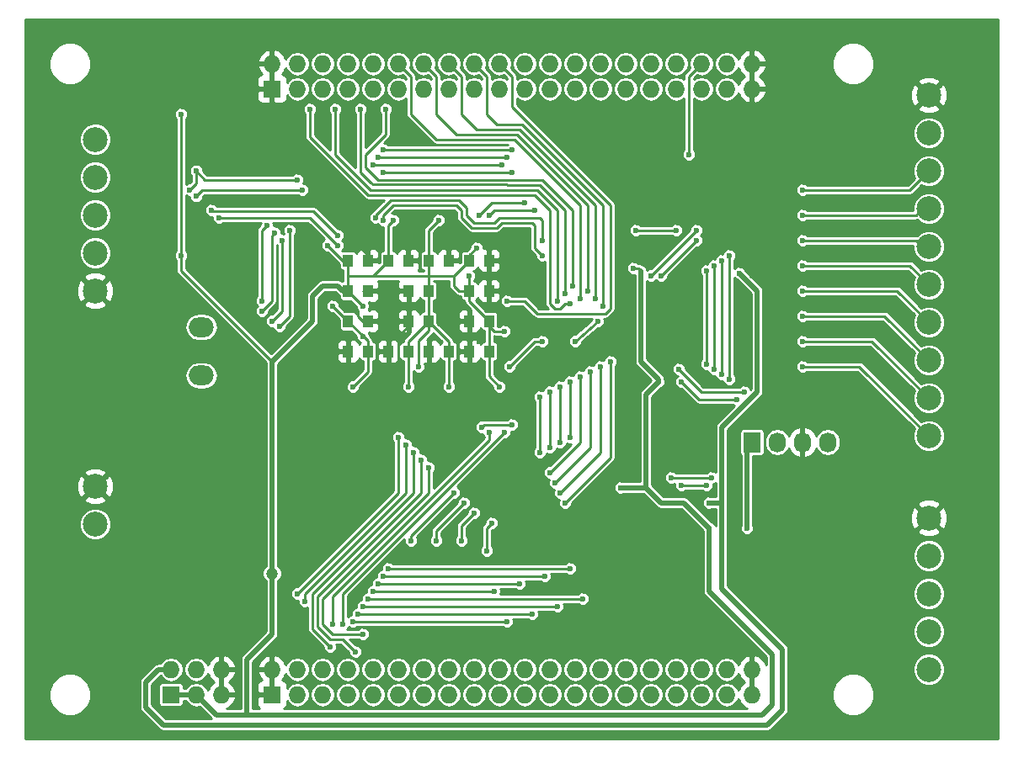
<source format=gbr>
G04 #@! TF.FileFunction,Copper,L2,Bot,Signal*
%FSLAX46Y46*%
G04 Gerber Fmt 4.6, Leading zero omitted, Abs format (unit mm)*
G04 Created by KiCad (PCBNEW (after 2015-mar-04 BZR unknown)-product) date 23.07.2015 21:04:28*
%MOMM*%
G01*
G04 APERTURE LIST*
%ADD10C,0.100000*%
%ADD11R,1.727200X1.727200*%
%ADD12O,1.727200X1.727200*%
%ADD13R,1.727200X2.032000*%
%ADD14O,1.727200X2.032000*%
%ADD15R,1.000000X1.250000*%
%ADD16O,2.499360X1.998980*%
%ADD17C,2.500000*%
%ADD18C,0.600000*%
%ADD19C,1.200000*%
%ADD20C,0.250000*%
%ADD21C,0.500000*%
%ADD22C,0.254000*%
G04 APERTURE END LIST*
D10*
D11*
X127000000Y-121920000D03*
D12*
X127000000Y-119380000D03*
X129540000Y-121920000D03*
X129540000Y-119380000D03*
X132080000Y-121920000D03*
X132080000Y-119380000D03*
D11*
X137160000Y-121920000D03*
D12*
X137160000Y-119380000D03*
X139700000Y-121920000D03*
X139700000Y-119380000D03*
X142240000Y-121920000D03*
X142240000Y-119380000D03*
X144780000Y-121920000D03*
X144780000Y-119380000D03*
X147320000Y-121920000D03*
X147320000Y-119380000D03*
X149860000Y-121920000D03*
X149860000Y-119380000D03*
X152400000Y-121920000D03*
X152400000Y-119380000D03*
X154940000Y-121920000D03*
X154940000Y-119380000D03*
X157480000Y-121920000D03*
X157480000Y-119380000D03*
X160020000Y-121920000D03*
X160020000Y-119380000D03*
X162560000Y-121920000D03*
X162560000Y-119380000D03*
X165100000Y-121920000D03*
X165100000Y-119380000D03*
X167640000Y-121920000D03*
X167640000Y-119380000D03*
X170180000Y-121920000D03*
X170180000Y-119380000D03*
X172720000Y-121920000D03*
X172720000Y-119380000D03*
X175260000Y-121920000D03*
X175260000Y-119380000D03*
X177800000Y-121920000D03*
X177800000Y-119380000D03*
X180340000Y-121920000D03*
X180340000Y-119380000D03*
X182880000Y-121920000D03*
X182880000Y-119380000D03*
X185420000Y-121920000D03*
X185420000Y-119380000D03*
D11*
X137160000Y-60960000D03*
D12*
X137160000Y-58420000D03*
X139700000Y-60960000D03*
X139700000Y-58420000D03*
X142240000Y-60960000D03*
X142240000Y-58420000D03*
X144780000Y-60960000D03*
X144780000Y-58420000D03*
X147320000Y-60960000D03*
X147320000Y-58420000D03*
X149860000Y-60960000D03*
X149860000Y-58420000D03*
X152400000Y-60960000D03*
X152400000Y-58420000D03*
X154940000Y-60960000D03*
X154940000Y-58420000D03*
X157480000Y-60960000D03*
X157480000Y-58420000D03*
X160020000Y-60960000D03*
X160020000Y-58420000D03*
X162560000Y-60960000D03*
X162560000Y-58420000D03*
X165100000Y-60960000D03*
X165100000Y-58420000D03*
X167640000Y-60960000D03*
X167640000Y-58420000D03*
X170180000Y-60960000D03*
X170180000Y-58420000D03*
X172720000Y-60960000D03*
X172720000Y-58420000D03*
X175260000Y-60960000D03*
X175260000Y-58420000D03*
X177800000Y-60960000D03*
X177800000Y-58420000D03*
X180340000Y-60960000D03*
X180340000Y-58420000D03*
X182880000Y-60960000D03*
X182880000Y-58420000D03*
X185420000Y-60960000D03*
X185420000Y-58420000D03*
D13*
X185420000Y-96520000D03*
D14*
X187960000Y-96520000D03*
X190500000Y-96520000D03*
X193040000Y-96520000D03*
D15*
X156988000Y-78232000D03*
X158988000Y-78232000D03*
X152924000Y-78232000D03*
X154924000Y-78232000D03*
X148860000Y-78232000D03*
X150860000Y-78232000D03*
X144796000Y-78232000D03*
X146796000Y-78232000D03*
X156988000Y-81280000D03*
X158988000Y-81280000D03*
X144796000Y-84328000D03*
X146796000Y-84328000D03*
X158988000Y-84328000D03*
X156988000Y-84328000D03*
X146796000Y-87376000D03*
X144796000Y-87376000D03*
X150860000Y-87376000D03*
X148860000Y-87376000D03*
X154924000Y-87376000D03*
X152924000Y-87376000D03*
X158988000Y-87376000D03*
X156988000Y-87376000D03*
X144796000Y-81280000D03*
X146796000Y-81280000D03*
X152892000Y-81280000D03*
X150892000Y-81280000D03*
X152892000Y-84328000D03*
X150892000Y-84328000D03*
D16*
X130048000Y-84935060D03*
X130048000Y-89816940D03*
D17*
X119380000Y-100965000D03*
X119380000Y-104775000D03*
X203200000Y-95885000D03*
X203200000Y-92075000D03*
X203200000Y-88265000D03*
X203200000Y-84455000D03*
X203200000Y-80645000D03*
X203200000Y-76835000D03*
X203200000Y-73025000D03*
X203200000Y-69215000D03*
X203200000Y-65405000D03*
X203200000Y-61595000D03*
X119380000Y-66040000D03*
X119380000Y-69850000D03*
X119380000Y-73660000D03*
X119380000Y-77470000D03*
X119380000Y-81280000D03*
X203200000Y-119380000D03*
X203200000Y-115570000D03*
X203200000Y-111760000D03*
X203200000Y-107950000D03*
X203200000Y-104140000D03*
D18*
X179070000Y-87884000D03*
X180086000Y-81026000D03*
X145288000Y-76200000D03*
X197104000Y-110236000D03*
X197104000Y-107696000D03*
X197104000Y-105156000D03*
X197104000Y-102616000D03*
X157988000Y-86360000D03*
X143256000Y-81788000D03*
X149352000Y-88900000D03*
X160528000Y-75184000D03*
X154940000Y-74168000D03*
X150368000Y-74168000D03*
X160528000Y-81280000D03*
X159004000Y-90932000D03*
X153924000Y-90932000D03*
X149860000Y-90932000D03*
X144272000Y-90932000D03*
X125984000Y-87376000D03*
D19*
X125476000Y-110236000D03*
X125476000Y-113284000D03*
X121412000Y-111760000D03*
X121412000Y-110236000D03*
X121412000Y-113284000D03*
D18*
X177292000Y-105918000D03*
X198120000Y-68580000D03*
X173228000Y-88900000D03*
X184150000Y-79502000D03*
X181102000Y-102616000D03*
X142748000Y-76708000D03*
X149352000Y-74168000D03*
X143256000Y-82804000D03*
X153924000Y-74168000D03*
X146304000Y-85852000D03*
X146304000Y-82804000D03*
X151892000Y-88900000D03*
X156972000Y-79756000D03*
X160528000Y-85344000D03*
X160020000Y-90932000D03*
X154940000Y-90932000D03*
X150876000Y-90932000D03*
X145288000Y-90932000D03*
X157734000Y-76962000D03*
D19*
X137160000Y-109728000D03*
D18*
X172212000Y-101092000D03*
X128016000Y-77724000D03*
X128016000Y-63500000D03*
X176022000Y-90424000D03*
X173482000Y-78994000D03*
X184912000Y-105156000D03*
X181102000Y-105156000D03*
X190500000Y-86360000D03*
X190500000Y-83820000D03*
X190500000Y-81280000D03*
X190500000Y-78740000D03*
X190500000Y-76200000D03*
X190500000Y-73660000D03*
X190500000Y-71120000D03*
X143764000Y-76708000D03*
X131826000Y-73914000D03*
X131064000Y-73152000D03*
X143764000Y-75692000D03*
X139700000Y-70104000D03*
X129540000Y-69215000D03*
X128905000Y-71120000D03*
X140208000Y-71120000D03*
X129540000Y-71755000D03*
X147574000Y-73914000D03*
X184658000Y-91440000D03*
X164338000Y-76200000D03*
X178054000Y-89154000D03*
X148336000Y-74168000D03*
X178308000Y-90424000D03*
X183896000Y-92202000D03*
X164338000Y-77724000D03*
X143256000Y-114808000D03*
X178308000Y-100838000D03*
X180848000Y-100838000D03*
X159004000Y-95504000D03*
X179070000Y-67564000D03*
X176276000Y-79756000D03*
X179832000Y-76200000D03*
X144272000Y-114808000D03*
X160528000Y-95504000D03*
X177292000Y-100076000D03*
X181356000Y-100076000D03*
X175260000Y-79756000D03*
X179832000Y-75184000D03*
X150622000Y-96774000D03*
X140462000Y-112522000D03*
X138938000Y-75184000D03*
X148336000Y-69342000D03*
X161290000Y-69342000D03*
X137922000Y-84836000D03*
X151384000Y-97536000D03*
X143002000Y-117094000D03*
X139700000Y-111760000D03*
X149860000Y-96012000D03*
X152146000Y-98298000D03*
X145542000Y-117602000D03*
X152908000Y-99060000D03*
X146304000Y-115824000D03*
X168148000Y-89916000D03*
X165100000Y-99568000D03*
X155448000Y-101600000D03*
X151130000Y-106426000D03*
X169164000Y-89408000D03*
X165608000Y-100584000D03*
X156464000Y-102616000D03*
X153670000Y-106426000D03*
X170180000Y-88900000D03*
X166116000Y-101600000D03*
X156210000Y-106426000D03*
X157480000Y-103632000D03*
X171196000Y-88392000D03*
X166624000Y-102616000D03*
X158750000Y-107442000D03*
X159258000Y-104648000D03*
X164084000Y-91948000D03*
X164084000Y-97536000D03*
X165100000Y-97028000D03*
X165100000Y-91440000D03*
X166116000Y-96520000D03*
X166116000Y-90932000D03*
X167132000Y-96012000D03*
X167132000Y-90424000D03*
X167132000Y-82550000D03*
X140970000Y-62992000D03*
X165862000Y-82296000D03*
X143510000Y-62992000D03*
X166624000Y-81534000D03*
X146050000Y-62992000D03*
X148590000Y-62992000D03*
X167386000Y-80772000D03*
X160782000Y-82296000D03*
X161290000Y-94742000D03*
X158242000Y-94996000D03*
X167640000Y-86360000D03*
X164338000Y-86360000D03*
X170434000Y-82804000D03*
X169926000Y-84328000D03*
X161036000Y-88900000D03*
X169672000Y-82042000D03*
X168910000Y-81280000D03*
X168148000Y-82042000D03*
X136144000Y-82296000D03*
X136652000Y-74676000D03*
X148336000Y-67056000D03*
X161290000Y-67056000D03*
X136144000Y-83312000D03*
X137414000Y-75438000D03*
X147828000Y-67818000D03*
X160782000Y-67818000D03*
X138176000Y-76200000D03*
X137160000Y-84328000D03*
X160274000Y-68580000D03*
X147320000Y-68580000D03*
X145288000Y-114554000D03*
X160782000Y-114554000D03*
X145796000Y-113792000D03*
X163322000Y-113792000D03*
X146304000Y-113030000D03*
X165862000Y-113030000D03*
X146812000Y-112268000D03*
X168402000Y-112268000D03*
X182372000Y-89662000D03*
X182372000Y-78232000D03*
X177800000Y-75184000D03*
X173736000Y-75184000D03*
X183134000Y-77724000D03*
X183134000Y-90170000D03*
X162560000Y-72390000D03*
X157988000Y-73660000D03*
X181610000Y-78740000D03*
X181610000Y-89154000D03*
X180848000Y-88646000D03*
X180848000Y-79248000D03*
X163576000Y-73152000D03*
X159004000Y-73660000D03*
X147320000Y-111506000D03*
X159512000Y-111506000D03*
X147828000Y-110744000D03*
X162052000Y-110744000D03*
X148336000Y-109982000D03*
X164592000Y-109982000D03*
X148844000Y-109220000D03*
X167132000Y-109220000D03*
X190500000Y-88900000D03*
D20*
X145288000Y-76200000D02*
X146796000Y-77708000D01*
X146796000Y-77708000D02*
X146796000Y-78232000D01*
X143256000Y-81788000D02*
X144272000Y-82804000D01*
X144272000Y-82804000D02*
X145288000Y-82804000D01*
X145288000Y-82804000D02*
X145796000Y-83312000D01*
X145796000Y-83312000D02*
X145796000Y-83820000D01*
X146796000Y-77708000D02*
X146796000Y-78232000D01*
X157988000Y-86360000D02*
X156988000Y-85360000D01*
X156988000Y-85360000D02*
X156988000Y-84328000D01*
X145796000Y-83820000D02*
X146304000Y-84328000D01*
X146796000Y-81280000D02*
X146304000Y-81280000D01*
X144796000Y-87376000D02*
X144796000Y-86852000D01*
X146304000Y-84328000D02*
X146796000Y-84328000D01*
X150860000Y-81248000D02*
X150892000Y-81280000D01*
X146796000Y-81280000D02*
X146812000Y-81280000D01*
X160528000Y-75184000D02*
X158988000Y-76724000D01*
X158988000Y-76724000D02*
X158988000Y-78232000D01*
X160528000Y-81280000D02*
X158988000Y-81280000D01*
X156988000Y-88916000D02*
X156988000Y-87376000D01*
X159004000Y-90932000D02*
X156988000Y-88916000D01*
X152924000Y-89932000D02*
X152924000Y-87376000D01*
X153924000Y-90932000D02*
X152924000Y-89932000D01*
X148860000Y-89932000D02*
X148860000Y-87376000D01*
X149860000Y-90932000D02*
X148860000Y-89932000D01*
X144796000Y-90408000D02*
X144796000Y-87376000D01*
X144272000Y-90932000D02*
X144796000Y-90408000D01*
X149860000Y-85852000D02*
X150892000Y-84820000D01*
X149860000Y-88392000D02*
X149860000Y-85852000D01*
X149352000Y-88900000D02*
X149860000Y-88392000D01*
X150892000Y-84820000D02*
X150892000Y-84328000D01*
X154924000Y-74184000D02*
X154924000Y-78232000D01*
X154940000Y-74168000D02*
X154924000Y-74184000D01*
X150876000Y-74676000D02*
X150876000Y-78216000D01*
X150368000Y-74168000D02*
X150876000Y-74676000D01*
X150876000Y-78216000D02*
X150860000Y-78232000D01*
X146812000Y-78216000D02*
X146796000Y-78232000D01*
D21*
X186944000Y-124968000D02*
X188468000Y-123444000D01*
X182372000Y-111252000D02*
X182372000Y-106172000D01*
X126238000Y-124968000D02*
X186436000Y-124968000D01*
X186436000Y-124968000D02*
X186944000Y-124968000D01*
X182372000Y-106172000D02*
X182372000Y-103886000D01*
X182372000Y-103886000D02*
X182372000Y-102616000D01*
X125730000Y-119380000D02*
X124460000Y-120650000D01*
X124460000Y-120650000D02*
X124460000Y-123190000D01*
X124460000Y-123190000D02*
X126238000Y-124968000D01*
X127000000Y-119380000D02*
X125730000Y-119380000D01*
X188468000Y-123444000D02*
X188468000Y-117348000D01*
X188468000Y-117348000D02*
X182372000Y-111252000D01*
X181102000Y-102616000D02*
X182372000Y-102616000D01*
X182372000Y-102616000D02*
X182371736Y-94995736D01*
X182371736Y-94995736D02*
X185928000Y-91440000D01*
X185928000Y-91440000D02*
X185928000Y-81280000D01*
X181102000Y-102616000D02*
X182372000Y-102616000D01*
X185928000Y-81280000D02*
X184150000Y-79502000D01*
X184912000Y-96520000D02*
X184912000Y-96520000D01*
D20*
X144796000Y-78232000D02*
X144272000Y-78232000D01*
X144272000Y-78232000D02*
X142748000Y-76708000D01*
X149352000Y-74168000D02*
X148844000Y-74676000D01*
X153924000Y-74168000D02*
X152908000Y-75184000D01*
X144796000Y-81280000D02*
X144796000Y-81296000D01*
X144796000Y-81296000D02*
X146304000Y-82804000D01*
X146304000Y-85852000D02*
X146312000Y-85844000D01*
X146312000Y-85844000D02*
X146304000Y-85852000D01*
X146304000Y-85852000D02*
X146304000Y-85836000D01*
X155956000Y-81280000D02*
X156988000Y-81280000D01*
X155448000Y-80772000D02*
X155956000Y-81280000D01*
X152908000Y-79756000D02*
X152908000Y-81264000D01*
X152908000Y-81264000D02*
X152892000Y-81280000D01*
X152924000Y-79740000D02*
X152924000Y-78232000D01*
X154924000Y-87376000D02*
X154924000Y-86360000D01*
X154924000Y-86360000D02*
X152892000Y-84328000D01*
X156988000Y-81280000D02*
X156988000Y-82328000D01*
X156988000Y-82328000D02*
X158988000Y-84328000D01*
X152892000Y-84328000D02*
X152892000Y-85328000D01*
X150860000Y-87376000D02*
X150860000Y-86360000D01*
X150860000Y-86360000D02*
X152892000Y-84328000D01*
X152892000Y-84328000D02*
X152892000Y-81280000D01*
X146796000Y-87376000D02*
X146796000Y-86328000D01*
X146796000Y-86328000D02*
X146304000Y-85836000D01*
X146304000Y-85836000D02*
X144796000Y-84328000D01*
X156988000Y-79756000D02*
X156988000Y-81280000D01*
X156972000Y-79756000D02*
X156988000Y-79756000D01*
X144796000Y-84328000D02*
X144796000Y-84344000D01*
X158988000Y-84344000D02*
X158988000Y-84328000D01*
X152924000Y-81248000D02*
X152892000Y-81280000D01*
X152892000Y-78264000D02*
X152924000Y-78232000D01*
X156988000Y-80756000D02*
X156988000Y-81280000D01*
X158988000Y-87376000D02*
X158988000Y-84328000D01*
X144796000Y-81280000D02*
X144796000Y-79756000D01*
X144796000Y-79756000D02*
X144796000Y-79756000D01*
X144796000Y-79756000D02*
X144796000Y-78232000D01*
X152892000Y-84852000D02*
X152892000Y-84328000D01*
X152908000Y-75184000D02*
X152908000Y-78216000D01*
X152908000Y-78216000D02*
X152924000Y-78232000D01*
X148844000Y-74676000D02*
X148844000Y-78216000D01*
X148844000Y-78216000D02*
X148860000Y-78232000D01*
X156972000Y-80772000D02*
X156972000Y-81264000D01*
X156972000Y-81264000D02*
X156988000Y-81280000D01*
X159512000Y-85344000D02*
X159004000Y-84836000D01*
X160528000Y-85344000D02*
X159512000Y-85344000D01*
X159004000Y-84836000D02*
X159004000Y-84344000D01*
X159004000Y-84344000D02*
X158988000Y-84328000D01*
X158988000Y-89900000D02*
X158988000Y-87376000D01*
X160020000Y-90932000D02*
X158988000Y-89900000D01*
X154924000Y-90916000D02*
X154924000Y-87376000D01*
X154940000Y-90932000D02*
X154924000Y-90916000D01*
X150876000Y-90932000D02*
X150860000Y-90916000D01*
X150860000Y-90916000D02*
X150860000Y-87376000D01*
X146796000Y-89424000D02*
X146796000Y-87376000D01*
X145288000Y-90932000D02*
X146796000Y-89424000D01*
X143256000Y-82804000D02*
X144780000Y-84328000D01*
X144780000Y-84328000D02*
X144796000Y-84328000D01*
X144780000Y-78216000D02*
X144796000Y-78232000D01*
X155448000Y-79756000D02*
X155448000Y-80772000D01*
X152908000Y-79756000D02*
X155448000Y-79756000D01*
X155448000Y-79756000D02*
X155464000Y-79756000D01*
X155464000Y-79756000D02*
X156988000Y-78232000D01*
X147320000Y-79756000D02*
X152908000Y-79756000D01*
X152908000Y-79756000D02*
X152924000Y-79740000D01*
X144796000Y-79756000D02*
X147320000Y-79756000D01*
X147320000Y-79756000D02*
X147336000Y-79756000D01*
X147336000Y-79756000D02*
X148860000Y-78232000D01*
X151892000Y-88900000D02*
X151892000Y-86360000D01*
X152892000Y-85328000D02*
X151892000Y-86328000D01*
X151892000Y-86328000D02*
X151892000Y-86360000D01*
X156988000Y-77708000D02*
X156988000Y-78232000D01*
X157734000Y-76962000D02*
X156988000Y-77708000D01*
D21*
X134620000Y-118364000D02*
X137160000Y-115824000D01*
X137160000Y-115824000D02*
X137160000Y-109728000D01*
X141224000Y-84328000D02*
X141224000Y-81788000D01*
X137160000Y-88392000D02*
X141224000Y-84328000D01*
X144796000Y-81280000D02*
X144272000Y-81280000D01*
X144272000Y-81280000D02*
X143764000Y-80772000D01*
X143764000Y-80772000D02*
X142240000Y-80772000D01*
X142240000Y-80772000D02*
X141224000Y-81788000D01*
X137160000Y-109728000D02*
X137160000Y-88392000D01*
X186436000Y-123952000D02*
X187452000Y-122936000D01*
X187452000Y-117856000D02*
X181102000Y-111506000D01*
X187452000Y-122936000D02*
X187452000Y-117856000D01*
X181102000Y-111506000D02*
X181102000Y-105156000D01*
X131572000Y-123952000D02*
X134620000Y-123952000D01*
X172212000Y-101092000D02*
X174752000Y-101092000D01*
X186436000Y-123952000D02*
X187452000Y-122936000D01*
X134620000Y-123952000D02*
X184404000Y-123952000D01*
X184404000Y-123952000D02*
X186436000Y-123952000D01*
X174752000Y-101092000D02*
X174752000Y-92964000D01*
X178562000Y-102616000D02*
X176276000Y-102616000D01*
X176276000Y-102616000D02*
X174752000Y-101092000D01*
X181102000Y-105156000D02*
X178562000Y-102616000D01*
D20*
X128016000Y-79248000D02*
X128016000Y-77724000D01*
X137160000Y-88392000D02*
X128016000Y-79248000D01*
X128016000Y-77724000D02*
X128016000Y-63500000D01*
D21*
X174752000Y-91694000D02*
X176022000Y-90424000D01*
X174752000Y-92964000D02*
X174752000Y-91694000D01*
X129540000Y-121920000D02*
X127000000Y-121920000D01*
X134620000Y-118364000D02*
X134620000Y-123952000D01*
X129540000Y-121920000D02*
X131572000Y-123952000D01*
X174244000Y-79248000D02*
X174244000Y-79248000D01*
X174244000Y-88392000D02*
X174244000Y-87376000D01*
X176022000Y-90170000D02*
X174244000Y-88392000D01*
X174244000Y-79248000D02*
X174244000Y-87376000D01*
X176022000Y-90424000D02*
X176022000Y-90170000D01*
D20*
X173990000Y-78994000D02*
X173482000Y-78994000D01*
X174244000Y-79248000D02*
X173990000Y-78994000D01*
D21*
X184912000Y-105156000D02*
X184912000Y-96520000D01*
D20*
X197485000Y-86360000D02*
X203200000Y-92075000D01*
X190500000Y-86360000D02*
X197485000Y-86360000D01*
X198755000Y-83820000D02*
X190500000Y-83820000D01*
X203200000Y-88265000D02*
X198755000Y-83820000D01*
X190500000Y-81280000D02*
X198755000Y-81280000D01*
X198755000Y-81280000D02*
X199390000Y-81280000D01*
X199390000Y-81280000D02*
X200025000Y-81280000D01*
X200025000Y-81280000D02*
X203200000Y-84455000D01*
X190500000Y-78740000D02*
X201295000Y-78740000D01*
X201295000Y-78740000D02*
X203200000Y-80645000D01*
X202565000Y-76835000D02*
X203200000Y-76835000D01*
X190500000Y-76200000D02*
X201295000Y-76200000D01*
X201295000Y-76200000D02*
X201930000Y-76200000D01*
X201930000Y-76200000D02*
X202565000Y-76835000D01*
X202565000Y-73025000D02*
X203200000Y-73025000D01*
X190500000Y-73660000D02*
X201295000Y-73660000D01*
X201295000Y-73660000D02*
X201930000Y-73660000D01*
X201930000Y-73660000D02*
X202565000Y-73025000D01*
X201295000Y-71120000D02*
X203200000Y-69215000D01*
X190500000Y-71120000D02*
X201295000Y-71120000D01*
X143764000Y-76708000D02*
X141351000Y-74295000D01*
X140970000Y-73914000D02*
X131826000Y-73914000D01*
X141351000Y-74295000D02*
X140970000Y-73914000D01*
X141351000Y-73279000D02*
X131191000Y-73279000D01*
X131191000Y-73279000D02*
X131064000Y-73152000D01*
X143764000Y-75692000D02*
X141351000Y-73279000D01*
X139700000Y-70104000D02*
X132080000Y-70104000D01*
X130429000Y-70104000D02*
X129540000Y-69215000D01*
X132080000Y-70104000D02*
X130429000Y-70104000D01*
X129540000Y-70485000D02*
X128905000Y-71120000D01*
X129540000Y-69215000D02*
X129540000Y-70485000D01*
X132588000Y-71120000D02*
X132080000Y-71120000D01*
X140208000Y-71120000D02*
X132588000Y-71120000D01*
X130175000Y-71120000D02*
X129540000Y-71755000D01*
X132080000Y-71120000D02*
X130175000Y-71120000D01*
X147574000Y-73660000D02*
X149098000Y-72136000D01*
X149098000Y-72136000D02*
X152146000Y-72136000D01*
X147574000Y-73660000D02*
X149098000Y-72136000D01*
X147574000Y-73914000D02*
X147574000Y-73660000D01*
X178308000Y-89408000D02*
X180340000Y-91440000D01*
X180340000Y-91440000D02*
X184658000Y-91440000D01*
X164338000Y-74168000D02*
X164338000Y-76200000D01*
X164084000Y-73914000D02*
X164338000Y-74168000D01*
X160020000Y-73914000D02*
X164084000Y-73914000D01*
X159512000Y-74422000D02*
X160020000Y-73914000D01*
X155956000Y-72136000D02*
X156718000Y-72898000D01*
X149098000Y-72136000D02*
X155956000Y-72136000D01*
X156718000Y-73660000D02*
X157480000Y-74422000D01*
X157480000Y-74422000D02*
X159512000Y-74422000D01*
X156718000Y-72898000D02*
X156718000Y-73660000D01*
X178308000Y-89408000D02*
X178054000Y-89154000D01*
X156210000Y-73914000D02*
X157226000Y-74930000D01*
X159766000Y-74930000D02*
X157226000Y-74930000D01*
X160274000Y-74422000D02*
X162814000Y-74422000D01*
X159766000Y-74930000D02*
X160274000Y-74422000D01*
X162814000Y-74422000D02*
X163322000Y-74422000D01*
X148336000Y-74168000D02*
X148336000Y-73660000D01*
X148336000Y-73660000D02*
X149352000Y-72644000D01*
X149352000Y-72644000D02*
X155702000Y-72644000D01*
X155702000Y-72644000D02*
X156210000Y-73152000D01*
X156210000Y-73152000D02*
X156210000Y-73914000D01*
X178308000Y-90424000D02*
X180086000Y-92202000D01*
X180086000Y-92202000D02*
X183896000Y-92202000D01*
X163576000Y-76962000D02*
X164338000Y-77724000D01*
X163322000Y-74422000D02*
X163576000Y-74676000D01*
X163576000Y-74676000D02*
X163576000Y-76962000D01*
X144018000Y-111252000D02*
X143256000Y-112014000D01*
X159004000Y-96266000D02*
X144018000Y-111252000D01*
X143256000Y-112014000D02*
X144018000Y-111252000D01*
X143256000Y-114808000D02*
X143256000Y-112014000D01*
X178308000Y-100838000D02*
X180848000Y-100838000D01*
X159004000Y-95504000D02*
X159004000Y-96266000D01*
X179070000Y-59690000D02*
X179070000Y-67564000D01*
X176276000Y-79756000D02*
X179832000Y-76200000D01*
X180340000Y-58420000D02*
X179070000Y-59690000D01*
X144272000Y-114808000D02*
X144272000Y-113284000D01*
X144272000Y-113284000D02*
X144272000Y-111760000D01*
X144272000Y-111760000D02*
X145288000Y-110744000D01*
X145288000Y-110744000D02*
X160528000Y-95504000D01*
X177292000Y-100076000D02*
X181356000Y-100076000D01*
X175260000Y-79756000D02*
X179832000Y-75184000D01*
X150622000Y-96774000D02*
X150622000Y-101600000D01*
X140462000Y-111760000D02*
X150622000Y-101600000D01*
X140462000Y-112522000D02*
X140462000Y-111760000D01*
X138938000Y-83566000D02*
X138938000Y-76454000D01*
X161290000Y-69342000D02*
X148336000Y-69342000D01*
X137922000Y-84836000D02*
X138938000Y-83820000D01*
X138938000Y-83820000D02*
X138938000Y-83566000D01*
X138938000Y-76454000D02*
X138938000Y-75184000D01*
X151384000Y-97536000D02*
X151384000Y-101600000D01*
X141224000Y-112014000D02*
X141224000Y-115316000D01*
X141224000Y-115316000D02*
X143002000Y-117094000D01*
X151384000Y-101600000D02*
X141224000Y-111760000D01*
X141224000Y-111760000D02*
X141224000Y-112014000D01*
X149860000Y-96012000D02*
X149860000Y-101600000D01*
X149860000Y-101600000D02*
X140462000Y-110998000D01*
X140462000Y-110998000D02*
X139700000Y-111760000D01*
X152146000Y-98298000D02*
X152146000Y-101600000D01*
X145542000Y-117602000D02*
X144272000Y-116332000D01*
X144272000Y-116332000D02*
X143510000Y-116332000D01*
X143510000Y-116332000D02*
X143256000Y-116332000D01*
X143256000Y-116332000D02*
X143002000Y-116332000D01*
X143002000Y-116332000D02*
X141732000Y-115062000D01*
X152146000Y-101600000D02*
X141732000Y-112014000D01*
X141732000Y-112014000D02*
X141732000Y-115062000D01*
X152908000Y-99060000D02*
X152908000Y-101600000D01*
X143256000Y-115824000D02*
X146304000Y-115824000D01*
X142240000Y-114808000D02*
X143256000Y-115824000D01*
X142240000Y-114300000D02*
X142240000Y-114808000D01*
X152908000Y-101600000D02*
X142240000Y-112268000D01*
X142240000Y-112268000D02*
X142240000Y-114300000D01*
X168148000Y-89916000D02*
X168148000Y-96520000D01*
X151130000Y-105918000D02*
X151130000Y-106426000D01*
X155448000Y-101600000D02*
X151130000Y-105918000D01*
X168148000Y-96520000D02*
X165100000Y-99568000D01*
X169164000Y-89408000D02*
X169164000Y-97028000D01*
X166624000Y-99568000D02*
X165608000Y-100584000D01*
X153670000Y-105410000D02*
X153670000Y-105918000D01*
X156464000Y-102616000D02*
X153670000Y-105410000D01*
X153670000Y-105918000D02*
X153670000Y-106426000D01*
X169164000Y-97028000D02*
X166624000Y-99568000D01*
X170180000Y-88900000D02*
X170180000Y-97536000D01*
X167132000Y-100584000D02*
X166116000Y-101600000D01*
X156210000Y-105410000D02*
X156210000Y-106426000D01*
X157480000Y-103632000D02*
X156210000Y-104902000D01*
X156210000Y-104902000D02*
X156210000Y-105410000D01*
X170180000Y-97536000D02*
X167132000Y-100584000D01*
X171196000Y-88392000D02*
X171196000Y-98044000D01*
X167894000Y-101346000D02*
X166624000Y-102616000D01*
X171196000Y-98044000D02*
X167894000Y-101346000D01*
X158750000Y-105156000D02*
X158750000Y-107442000D01*
X159258000Y-104648000D02*
X158750000Y-105156000D01*
X158750000Y-105156000D02*
X159258000Y-104648000D01*
X158750000Y-107442000D02*
X158750000Y-105156000D01*
X164084000Y-91948000D02*
X164084000Y-97536000D01*
X165100000Y-91440000D02*
X165100000Y-97028000D01*
X166116000Y-90932000D02*
X166116000Y-96520000D01*
X167132000Y-90424000D02*
X167132000Y-96012000D01*
X167132000Y-82550000D02*
X166624000Y-82550000D01*
X163576000Y-71628000D02*
X146812000Y-71628000D01*
X165100000Y-73152000D02*
X163576000Y-71628000D01*
X165100000Y-82550000D02*
X165100000Y-73152000D01*
X165608000Y-83058000D02*
X165100000Y-82550000D01*
X166116000Y-83058000D02*
X165608000Y-83058000D01*
X166624000Y-82550000D02*
X166116000Y-83058000D01*
X140970000Y-62992000D02*
X140970000Y-65786000D01*
X140970000Y-65786000D02*
X146812000Y-71628000D01*
X147320000Y-71120000D02*
X163830000Y-71120000D01*
X163830000Y-71120000D02*
X165862000Y-73152000D01*
X165862000Y-73152000D02*
X165862000Y-82296000D01*
X143510000Y-62992000D02*
X143510000Y-67564000D01*
X147320000Y-71120000D02*
X147066000Y-71120000D01*
X147066000Y-71120000D02*
X143510000Y-67564000D01*
X160528168Y-70602767D02*
X161036000Y-70612000D01*
X166624000Y-73152000D02*
X166624000Y-81534000D01*
X166624000Y-73152000D02*
X165354000Y-71882000D01*
X165354000Y-71882000D02*
X164084000Y-70612000D01*
X146050000Y-69342000D02*
X146558000Y-69850000D01*
X147066000Y-70358000D02*
X146558000Y-69850000D01*
X146050000Y-62992000D02*
X146050000Y-69342000D01*
X161036000Y-70612000D02*
X164084000Y-70612000D01*
X147329233Y-70602767D02*
X147084466Y-70358000D01*
X147084466Y-70358000D02*
X147066000Y-70358000D01*
X160528168Y-70602767D02*
X147329233Y-70602767D01*
X146558000Y-68834000D02*
X146558000Y-67564000D01*
X147574000Y-69850000D02*
X147066000Y-69342000D01*
X167386000Y-73152000D02*
X164338000Y-70104000D01*
X167386000Y-80772000D02*
X167386000Y-73152000D01*
X147066000Y-69342000D02*
X146558000Y-68834000D01*
X148590000Y-65532000D02*
X146558000Y-67564000D01*
X148590000Y-62992000D02*
X148590000Y-65532000D01*
X147828000Y-70104000D02*
X147574000Y-69850000D01*
X164338000Y-70104000D02*
X147828000Y-70104000D01*
X163830000Y-83566000D02*
X170688000Y-83566000D01*
X163830000Y-83566000D02*
X162560000Y-82296000D01*
X170688000Y-83566000D02*
X163830000Y-83566000D01*
X162306000Y-63754000D02*
X161290000Y-62738000D01*
X161290000Y-62738000D02*
X161290000Y-61722000D01*
X160020000Y-58420000D02*
X161290000Y-59690000D01*
X171196000Y-72644000D02*
X171196000Y-82296000D01*
X162306000Y-63754000D02*
X171196000Y-72644000D01*
X161290000Y-59690000D02*
X161290000Y-61722000D01*
X171196000Y-83058000D02*
X171196000Y-82296000D01*
X170688000Y-83566000D02*
X171196000Y-83058000D01*
X160782000Y-82296000D02*
X162560000Y-82296000D01*
X158496000Y-94742000D02*
X161290000Y-94742000D01*
X158242000Y-94996000D02*
X158496000Y-94742000D01*
X167640000Y-86360000D02*
X169926000Y-84328000D01*
X163576000Y-86360000D02*
X164338000Y-86360000D01*
X170434000Y-72644000D02*
X162306000Y-64516000D01*
X162306000Y-64516000D02*
X159766000Y-64516000D01*
X159766000Y-64516000D02*
X158750000Y-63500000D01*
X158750000Y-63500000D02*
X158750000Y-59690000D01*
X158750000Y-59690000D02*
X157480000Y-58420000D01*
X170434000Y-82042000D02*
X170434000Y-72644000D01*
X170434000Y-82042000D02*
X170434000Y-82804000D01*
X161036000Y-88900000D02*
X163576000Y-86360000D01*
X169672000Y-72644000D02*
X162052000Y-65024000D01*
X162052000Y-65024000D02*
X157734000Y-65024000D01*
X157734000Y-65024000D02*
X156210000Y-63500000D01*
X156210000Y-63500000D02*
X156210000Y-59690000D01*
X156210000Y-59690000D02*
X154940000Y-58420000D01*
X169672000Y-82042000D02*
X169672000Y-72644000D01*
X153670000Y-59690000D02*
X153670000Y-63500000D01*
X153670000Y-63500000D02*
X155702000Y-65532000D01*
X155702000Y-65532000D02*
X161798000Y-65532000D01*
X161798000Y-65532000D02*
X168656000Y-72390000D01*
X168656000Y-72390000D02*
X168910000Y-72644000D01*
X168910000Y-72644000D02*
X168910000Y-81280000D01*
X152400000Y-58420000D02*
X153670000Y-59690000D01*
X161544000Y-66040000D02*
X153670000Y-66040000D01*
X153670000Y-66040000D02*
X151130000Y-63500000D01*
X151130000Y-63500000D02*
X151130000Y-59690000D01*
X151130000Y-59690000D02*
X149860000Y-58420000D01*
X168148000Y-72644000D02*
X168148000Y-82042000D01*
X168148000Y-72644000D02*
X161544000Y-66040000D01*
X136144000Y-81534000D02*
X136144000Y-75692000D01*
X136144000Y-82296000D02*
X136144000Y-81534000D01*
X148336000Y-67056000D02*
X160782000Y-67056000D01*
X160782000Y-67056000D02*
X161290000Y-67056000D01*
X136652000Y-74676000D02*
X136144000Y-75184000D01*
X136144000Y-75184000D02*
X136652000Y-74676000D01*
X136144000Y-75692000D02*
X136144000Y-75184000D01*
X136144000Y-83312000D02*
X137160000Y-82296000D01*
X137160000Y-76200000D02*
X137160000Y-75946000D01*
X137160000Y-81788000D02*
X137160000Y-76200000D01*
X137160000Y-82296000D02*
X137160000Y-81788000D01*
X147828000Y-67818000D02*
X160782000Y-67818000D01*
X137160000Y-75692000D02*
X137160000Y-75946000D01*
X137414000Y-75438000D02*
X137160000Y-75692000D01*
X147320000Y-68580000D02*
X160274000Y-68580000D01*
X138176000Y-76200000D02*
X138176000Y-81534000D01*
X138176000Y-82042000D02*
X138176000Y-81534000D01*
X138176000Y-83312000D02*
X138176000Y-82042000D01*
X137160000Y-84328000D02*
X138176000Y-83312000D01*
X145288000Y-114554000D02*
X160782000Y-114554000D01*
X145796000Y-113792000D02*
X163322000Y-113792000D01*
X146304000Y-113030000D02*
X165862000Y-113030000D01*
X146812000Y-112268000D02*
X168402000Y-112268000D01*
X182372000Y-89662000D02*
X182372000Y-78232000D01*
X173736000Y-75184000D02*
X177800000Y-75184000D01*
X183134000Y-77724000D02*
X183134000Y-90170000D01*
X157988000Y-73660000D02*
X159258000Y-72390000D01*
X159258000Y-72390000D02*
X162560000Y-72390000D01*
X181610000Y-78740000D02*
X181610000Y-89154000D01*
X180848000Y-79248000D02*
X180848000Y-88646000D01*
X159512000Y-73152000D02*
X163576000Y-73152000D01*
X159004000Y-73660000D02*
X159512000Y-73152000D01*
X147320000Y-111506000D02*
X159512000Y-111506000D01*
X147828000Y-110744000D02*
X162052000Y-110744000D01*
X148336000Y-109982000D02*
X164592000Y-109982000D01*
X148844000Y-109220000D02*
X166878000Y-109220000D01*
X167132000Y-109220000D02*
X166878000Y-109220000D01*
X196215000Y-88900000D02*
X190500000Y-88900000D01*
X203200000Y-95885000D02*
X196215000Y-88900000D01*
D22*
G36*
X210185000Y-126365000D02*
X205094388Y-126365000D01*
X205094388Y-104464194D01*
X205094388Y-61919194D01*
X205074250Y-61169565D01*
X204826123Y-60570533D01*
X204533320Y-60441285D01*
X204353715Y-60620890D01*
X204353715Y-60261680D01*
X204224467Y-59968877D01*
X203524194Y-59700612D01*
X202774565Y-59720750D01*
X202175533Y-59968877D01*
X202046285Y-60261680D01*
X203200000Y-61415395D01*
X204353715Y-60261680D01*
X204353715Y-60620890D01*
X203379605Y-61595000D01*
X204533320Y-62748715D01*
X204826123Y-62619467D01*
X205094388Y-61919194D01*
X205094388Y-104464194D01*
X205074250Y-103714565D01*
X204831282Y-103127987D01*
X204831282Y-95561997D01*
X204831282Y-91751997D01*
X204831282Y-87941997D01*
X204831282Y-84131997D01*
X204831282Y-80321997D01*
X204831282Y-76511997D01*
X204831282Y-72701997D01*
X204831282Y-68891997D01*
X204831282Y-65081997D01*
X204583501Y-64482320D01*
X204353715Y-64252132D01*
X204353715Y-62928320D01*
X203200000Y-61774605D01*
X203020395Y-61954210D01*
X203020395Y-61595000D01*
X201866680Y-60441285D01*
X201573877Y-60570533D01*
X201305612Y-61270806D01*
X201325750Y-62020435D01*
X201573877Y-62619467D01*
X201866680Y-62748715D01*
X203020395Y-61595000D01*
X203020395Y-61954210D01*
X202046285Y-62928320D01*
X202175533Y-63221123D01*
X202875806Y-63489388D01*
X203625435Y-63469250D01*
X204224467Y-63221123D01*
X204353715Y-62928320D01*
X204353715Y-64252132D01*
X204125093Y-64023112D01*
X203525849Y-63774284D01*
X202876997Y-63773718D01*
X202277320Y-64021499D01*
X201818112Y-64479907D01*
X201569284Y-65079151D01*
X201568718Y-65728003D01*
X201816499Y-66327680D01*
X202274907Y-66786888D01*
X202874151Y-67035716D01*
X203523003Y-67036282D01*
X204122680Y-66788501D01*
X204581888Y-66330093D01*
X204830716Y-65730849D01*
X204831282Y-65081997D01*
X204831282Y-68891997D01*
X204583501Y-68292320D01*
X204125093Y-67833112D01*
X203525849Y-67584284D01*
X202876997Y-67583718D01*
X202277320Y-67831499D01*
X201818112Y-68289907D01*
X201569284Y-68889151D01*
X201568718Y-69538003D01*
X201742008Y-69957399D01*
X201085408Y-70614000D01*
X197711369Y-70614000D01*
X197711369Y-57997978D01*
X197387627Y-57214462D01*
X196788691Y-56614479D01*
X196005742Y-56289370D01*
X195157978Y-56288631D01*
X194374462Y-56612373D01*
X193774479Y-57211309D01*
X193449370Y-57994258D01*
X193448631Y-58842022D01*
X193772373Y-59625538D01*
X194371309Y-60225521D01*
X195154258Y-60550630D01*
X196002022Y-60551369D01*
X196785538Y-60227627D01*
X197385521Y-59628691D01*
X197710630Y-58845742D01*
X197711369Y-57997978D01*
X197711369Y-70614000D01*
X190957122Y-70614000D01*
X190886259Y-70543013D01*
X190636054Y-70439118D01*
X190365135Y-70438882D01*
X190114748Y-70542339D01*
X189923013Y-70733741D01*
X189819118Y-70983946D01*
X189818882Y-71254865D01*
X189922339Y-71505252D01*
X190113741Y-71696987D01*
X190363946Y-71800882D01*
X190634865Y-71801118D01*
X190885252Y-71697661D01*
X190957037Y-71626000D01*
X201295000Y-71626000D01*
X201488638Y-71587483D01*
X201652796Y-71477796D01*
X202457771Y-70672820D01*
X202874151Y-70845716D01*
X203523003Y-70846282D01*
X204122680Y-70598501D01*
X204581888Y-70140093D01*
X204830716Y-69540849D01*
X204831282Y-68891997D01*
X204831282Y-72701997D01*
X204583501Y-72102320D01*
X204125093Y-71643112D01*
X203525849Y-71394284D01*
X202876997Y-71393718D01*
X202277320Y-71641499D01*
X201818112Y-72099907D01*
X201569284Y-72699151D01*
X201568887Y-73154000D01*
X201295000Y-73154000D01*
X190957122Y-73154000D01*
X190886259Y-73083013D01*
X190636054Y-72979118D01*
X190365135Y-72978882D01*
X190114748Y-73082339D01*
X189923013Y-73273741D01*
X189819118Y-73523946D01*
X189818882Y-73794865D01*
X189922339Y-74045252D01*
X190113741Y-74236987D01*
X190363946Y-74340882D01*
X190634865Y-74341118D01*
X190885252Y-74237661D01*
X190957037Y-74166000D01*
X201295000Y-74166000D01*
X201930000Y-74166000D01*
X202017136Y-74148667D01*
X202274907Y-74406888D01*
X202874151Y-74655716D01*
X203523003Y-74656282D01*
X204122680Y-74408501D01*
X204581888Y-73950093D01*
X204830716Y-73350849D01*
X204831282Y-72701997D01*
X204831282Y-76511997D01*
X204583501Y-75912320D01*
X204125093Y-75453112D01*
X203525849Y-75204284D01*
X202876997Y-75203718D01*
X202277320Y-75451499D01*
X202017050Y-75711315D01*
X201930000Y-75694000D01*
X201295000Y-75694000D01*
X190957122Y-75694000D01*
X190886259Y-75623013D01*
X190636054Y-75519118D01*
X190365135Y-75518882D01*
X190114748Y-75622339D01*
X189923013Y-75813741D01*
X189819118Y-76063946D01*
X189818882Y-76334865D01*
X189922339Y-76585252D01*
X190113741Y-76776987D01*
X190363946Y-76880882D01*
X190634865Y-76881118D01*
X190885252Y-76777661D01*
X190957037Y-76706000D01*
X201295000Y-76706000D01*
X201569112Y-76706000D01*
X201568718Y-77158003D01*
X201816499Y-77757680D01*
X202274907Y-78216888D01*
X202874151Y-78465716D01*
X203523003Y-78466282D01*
X204122680Y-78218501D01*
X204581888Y-77760093D01*
X204830716Y-77160849D01*
X204831282Y-76511997D01*
X204831282Y-80321997D01*
X204583501Y-79722320D01*
X204125093Y-79263112D01*
X203525849Y-79014284D01*
X202876997Y-79013718D01*
X202457600Y-79187008D01*
X201652796Y-78382204D01*
X201488638Y-78272517D01*
X201295000Y-78234000D01*
X190957122Y-78234000D01*
X190886259Y-78163013D01*
X190636054Y-78059118D01*
X190365135Y-78058882D01*
X190114748Y-78162339D01*
X189923013Y-78353741D01*
X189819118Y-78603946D01*
X189818882Y-78874865D01*
X189922339Y-79125252D01*
X190113741Y-79316987D01*
X190363946Y-79420882D01*
X190634865Y-79421118D01*
X190885252Y-79317661D01*
X190957037Y-79246000D01*
X201085408Y-79246000D01*
X201742179Y-79902771D01*
X201569284Y-80319151D01*
X201568718Y-80968003D01*
X201816499Y-81567680D01*
X202274907Y-82026888D01*
X202874151Y-82275716D01*
X203523003Y-82276282D01*
X204122680Y-82028501D01*
X204581888Y-81570093D01*
X204830716Y-80970849D01*
X204831282Y-80321997D01*
X204831282Y-84131997D01*
X204583501Y-83532320D01*
X204125093Y-83073112D01*
X203525849Y-82824284D01*
X202876997Y-82823718D01*
X202457600Y-82997008D01*
X200382796Y-80922204D01*
X200218638Y-80812517D01*
X200025000Y-80774000D01*
X199390000Y-80774000D01*
X198755000Y-80774000D01*
X190957122Y-80774000D01*
X190886259Y-80703013D01*
X190636054Y-80599118D01*
X190365135Y-80598882D01*
X190114748Y-80702339D01*
X189923013Y-80893741D01*
X189819118Y-81143946D01*
X189818882Y-81414865D01*
X189922339Y-81665252D01*
X190113741Y-81856987D01*
X190363946Y-81960882D01*
X190634865Y-81961118D01*
X190885252Y-81857661D01*
X190957037Y-81786000D01*
X198755000Y-81786000D01*
X199390000Y-81786000D01*
X199815408Y-81786000D01*
X201742179Y-83712771D01*
X201569284Y-84129151D01*
X201568718Y-84778003D01*
X201816499Y-85377680D01*
X202274907Y-85836888D01*
X202874151Y-86085716D01*
X203523003Y-86086282D01*
X204122680Y-85838501D01*
X204581888Y-85380093D01*
X204830716Y-84780849D01*
X204831282Y-84131997D01*
X204831282Y-87941997D01*
X204583501Y-87342320D01*
X204125093Y-86883112D01*
X203525849Y-86634284D01*
X202876997Y-86633718D01*
X202457600Y-86807008D01*
X199112796Y-83462204D01*
X198948638Y-83352517D01*
X198755000Y-83314000D01*
X190957122Y-83314000D01*
X190886259Y-83243013D01*
X190636054Y-83139118D01*
X190365135Y-83138882D01*
X190114748Y-83242339D01*
X189923013Y-83433741D01*
X189819118Y-83683946D01*
X189818882Y-83954865D01*
X189922339Y-84205252D01*
X190113741Y-84396987D01*
X190363946Y-84500882D01*
X190634865Y-84501118D01*
X190885252Y-84397661D01*
X190957037Y-84326000D01*
X198545408Y-84326000D01*
X201742179Y-87522771D01*
X201569284Y-87939151D01*
X201568718Y-88588003D01*
X201816499Y-89187680D01*
X202274907Y-89646888D01*
X202874151Y-89895716D01*
X203523003Y-89896282D01*
X204122680Y-89648501D01*
X204581888Y-89190093D01*
X204830716Y-88590849D01*
X204831282Y-87941997D01*
X204831282Y-91751997D01*
X204583501Y-91152320D01*
X204125093Y-90693112D01*
X203525849Y-90444284D01*
X202876997Y-90443718D01*
X202457600Y-90617008D01*
X197842796Y-86002204D01*
X197678638Y-85892517D01*
X197485000Y-85854000D01*
X190957122Y-85854000D01*
X190886259Y-85783013D01*
X190636054Y-85679118D01*
X190365135Y-85678882D01*
X190114748Y-85782339D01*
X189923013Y-85973741D01*
X189819118Y-86223946D01*
X189818882Y-86494865D01*
X189922339Y-86745252D01*
X190113741Y-86936987D01*
X190363946Y-87040882D01*
X190634865Y-87041118D01*
X190885252Y-86937661D01*
X190957037Y-86866000D01*
X197275408Y-86866000D01*
X201742179Y-91332771D01*
X201569284Y-91749151D01*
X201568718Y-92398003D01*
X201816499Y-92997680D01*
X202274907Y-93456888D01*
X202874151Y-93705716D01*
X203523003Y-93706282D01*
X204122680Y-93458501D01*
X204581888Y-93000093D01*
X204830716Y-92400849D01*
X204831282Y-91751997D01*
X204831282Y-95561997D01*
X204583501Y-94962320D01*
X204125093Y-94503112D01*
X203525849Y-94254284D01*
X202876997Y-94253718D01*
X202457600Y-94427008D01*
X196572796Y-88542204D01*
X196408638Y-88432517D01*
X196215000Y-88394000D01*
X190957122Y-88394000D01*
X190886259Y-88323013D01*
X190636054Y-88219118D01*
X190365135Y-88218882D01*
X190114748Y-88322339D01*
X189923013Y-88513741D01*
X189819118Y-88763946D01*
X189818882Y-89034865D01*
X189922339Y-89285252D01*
X190113741Y-89476987D01*
X190363946Y-89580882D01*
X190634865Y-89581118D01*
X190885252Y-89477661D01*
X190957037Y-89406000D01*
X196005408Y-89406000D01*
X201742179Y-95142771D01*
X201569284Y-95559151D01*
X201568718Y-96208003D01*
X201816499Y-96807680D01*
X202274907Y-97266888D01*
X202874151Y-97515716D01*
X203523003Y-97516282D01*
X204122680Y-97268501D01*
X204581888Y-96810093D01*
X204830716Y-96210849D01*
X204831282Y-95561997D01*
X204831282Y-103127987D01*
X204826123Y-103115533D01*
X204533320Y-102986285D01*
X204353715Y-103165890D01*
X204353715Y-102806680D01*
X204224467Y-102513877D01*
X203524194Y-102245612D01*
X202774565Y-102265750D01*
X202175533Y-102513877D01*
X202046285Y-102806680D01*
X203200000Y-103960395D01*
X204353715Y-102806680D01*
X204353715Y-103165890D01*
X203379605Y-104140000D01*
X204533320Y-105293715D01*
X204826123Y-105164467D01*
X205094388Y-104464194D01*
X205094388Y-126365000D01*
X204831282Y-126365000D01*
X204831282Y-119056997D01*
X204831282Y-115246997D01*
X204831282Y-111436997D01*
X204831282Y-107626997D01*
X204583501Y-107027320D01*
X204353715Y-106797132D01*
X204353715Y-105473320D01*
X203200000Y-104319605D01*
X203020395Y-104499210D01*
X203020395Y-104140000D01*
X201866680Y-102986285D01*
X201573877Y-103115533D01*
X201305612Y-103815806D01*
X201325750Y-104565435D01*
X201573877Y-105164467D01*
X201866680Y-105293715D01*
X203020395Y-104140000D01*
X203020395Y-104499210D01*
X202046285Y-105473320D01*
X202175533Y-105766123D01*
X202875806Y-106034388D01*
X203625435Y-106014250D01*
X204224467Y-105766123D01*
X204353715Y-105473320D01*
X204353715Y-106797132D01*
X204125093Y-106568112D01*
X203525849Y-106319284D01*
X202876997Y-106318718D01*
X202277320Y-106566499D01*
X201818112Y-107024907D01*
X201569284Y-107624151D01*
X201568718Y-108273003D01*
X201816499Y-108872680D01*
X202274907Y-109331888D01*
X202874151Y-109580716D01*
X203523003Y-109581282D01*
X204122680Y-109333501D01*
X204581888Y-108875093D01*
X204830716Y-108275849D01*
X204831282Y-107626997D01*
X204831282Y-111436997D01*
X204583501Y-110837320D01*
X204125093Y-110378112D01*
X203525849Y-110129284D01*
X202876997Y-110128718D01*
X202277320Y-110376499D01*
X201818112Y-110834907D01*
X201569284Y-111434151D01*
X201568718Y-112083003D01*
X201816499Y-112682680D01*
X202274907Y-113141888D01*
X202874151Y-113390716D01*
X203523003Y-113391282D01*
X204122680Y-113143501D01*
X204581888Y-112685093D01*
X204830716Y-112085849D01*
X204831282Y-111436997D01*
X204831282Y-115246997D01*
X204583501Y-114647320D01*
X204125093Y-114188112D01*
X203525849Y-113939284D01*
X202876997Y-113938718D01*
X202277320Y-114186499D01*
X201818112Y-114644907D01*
X201569284Y-115244151D01*
X201568718Y-115893003D01*
X201816499Y-116492680D01*
X202274907Y-116951888D01*
X202874151Y-117200716D01*
X203523003Y-117201282D01*
X204122680Y-116953501D01*
X204581888Y-116495093D01*
X204830716Y-115895849D01*
X204831282Y-115246997D01*
X204831282Y-119056997D01*
X204583501Y-118457320D01*
X204125093Y-117998112D01*
X203525849Y-117749284D01*
X202876997Y-117748718D01*
X202277320Y-117996499D01*
X201818112Y-118454907D01*
X201569284Y-119054151D01*
X201568718Y-119703003D01*
X201816499Y-120302680D01*
X202274907Y-120761888D01*
X202874151Y-121010716D01*
X203523003Y-121011282D01*
X204122680Y-120763501D01*
X204581888Y-120305093D01*
X204830716Y-119705849D01*
X204831282Y-119056997D01*
X204831282Y-126365000D01*
X197711369Y-126365000D01*
X197711369Y-121497978D01*
X197387627Y-120714462D01*
X196788691Y-120114479D01*
X196005742Y-119789370D01*
X195157978Y-119788631D01*
X194374462Y-120112373D01*
X194284600Y-120202078D01*
X194284600Y-96699769D01*
X194284600Y-96340231D01*
X194189860Y-95863943D01*
X193920065Y-95460166D01*
X193516288Y-95190371D01*
X193040000Y-95095631D01*
X192563712Y-95190371D01*
X192159935Y-95460166D01*
X191890140Y-95863943D01*
X191887295Y-95878242D01*
X191791954Y-95605680D01*
X191402036Y-95169268D01*
X190874791Y-94915291D01*
X190859026Y-94912642D01*
X190627000Y-95033783D01*
X190627000Y-96393000D01*
X190647000Y-96393000D01*
X190647000Y-96647000D01*
X190627000Y-96647000D01*
X190627000Y-98006217D01*
X190859026Y-98127358D01*
X190874791Y-98124709D01*
X191402036Y-97870732D01*
X191791954Y-97434320D01*
X191887295Y-97161757D01*
X191890140Y-97176057D01*
X192159935Y-97579834D01*
X192563712Y-97849629D01*
X193040000Y-97944369D01*
X193516288Y-97849629D01*
X193920065Y-97579834D01*
X194189860Y-97176057D01*
X194284600Y-96699769D01*
X194284600Y-120202078D01*
X193774479Y-120711309D01*
X193449370Y-121494258D01*
X193448631Y-122342022D01*
X193772373Y-123125538D01*
X194371309Y-123725521D01*
X195154258Y-124050630D01*
X196002022Y-124051369D01*
X196785538Y-123727627D01*
X197385521Y-123128691D01*
X197710630Y-122345742D01*
X197711369Y-121497978D01*
X197711369Y-126365000D01*
X190373000Y-126365000D01*
X190373000Y-98006217D01*
X190373000Y-96647000D01*
X190353000Y-96647000D01*
X190353000Y-96393000D01*
X190373000Y-96393000D01*
X190373000Y-95033783D01*
X190140974Y-94912642D01*
X190125209Y-94915291D01*
X189597964Y-95169268D01*
X189208046Y-95605680D01*
X189112704Y-95878242D01*
X189109860Y-95863943D01*
X188840065Y-95460166D01*
X188436288Y-95190371D01*
X187960000Y-95095631D01*
X187483712Y-95190371D01*
X187079935Y-95460166D01*
X186874968Y-95766920D01*
X186874968Y-61319027D01*
X186874968Y-60600973D01*
X186626821Y-60071510D01*
X186208847Y-59690000D01*
X186626821Y-59308490D01*
X186874968Y-58779027D01*
X186874968Y-58060973D01*
X186626821Y-57531510D01*
X186194947Y-57137312D01*
X185779026Y-56965042D01*
X185547000Y-57086183D01*
X185547000Y-58293000D01*
X186754469Y-58293000D01*
X186874968Y-58060973D01*
X186874968Y-58779027D01*
X186754469Y-58547000D01*
X185547000Y-58547000D01*
X185547000Y-59626183D01*
X185547000Y-59753817D01*
X185547000Y-60833000D01*
X186754469Y-60833000D01*
X186874968Y-60600973D01*
X186874968Y-61319027D01*
X186754469Y-61087000D01*
X185547000Y-61087000D01*
X185547000Y-62293817D01*
X185779026Y-62414958D01*
X186194947Y-62242688D01*
X186626821Y-61848490D01*
X186874968Y-61319027D01*
X186874968Y-95766920D01*
X186810140Y-95863943D01*
X186715400Y-96340231D01*
X186715400Y-96699769D01*
X186810140Y-97176057D01*
X187079935Y-97579834D01*
X187483712Y-97849629D01*
X187960000Y-97944369D01*
X188436288Y-97849629D01*
X188840065Y-97579834D01*
X189109860Y-97176057D01*
X189112704Y-97161757D01*
X189208046Y-97434320D01*
X189597964Y-97870732D01*
X190125209Y-98124709D01*
X190140974Y-98127358D01*
X190373000Y-98006217D01*
X190373000Y-126365000D01*
X189099000Y-126365000D01*
X189099000Y-123444000D01*
X189099000Y-117348000D01*
X189050968Y-117106527D01*
X188914184Y-116901816D01*
X186672064Y-114659696D01*
X186672064Y-97536000D01*
X186672064Y-95504000D01*
X186643878Y-95358726D01*
X186560004Y-95231044D01*
X186433384Y-95145574D01*
X186283600Y-95115536D01*
X184556400Y-95115536D01*
X184411126Y-95143722D01*
X184283444Y-95227596D01*
X184197974Y-95354216D01*
X184167936Y-95504000D01*
X184167936Y-97536000D01*
X184196122Y-97681274D01*
X184279996Y-97808956D01*
X184281000Y-97809633D01*
X184281000Y-104899817D01*
X184231118Y-105019946D01*
X184230882Y-105290865D01*
X184334339Y-105541252D01*
X184525741Y-105732987D01*
X184775946Y-105836882D01*
X185046865Y-105837118D01*
X185297252Y-105733661D01*
X185488987Y-105542259D01*
X185592882Y-105292054D01*
X185593118Y-105021135D01*
X185543000Y-104899839D01*
X185543000Y-97924464D01*
X186283600Y-97924464D01*
X186428874Y-97896278D01*
X186556556Y-97812404D01*
X186642026Y-97685784D01*
X186672064Y-97536000D01*
X186672064Y-114659696D01*
X183003000Y-110990632D01*
X183003000Y-106172000D01*
X183003000Y-103886000D01*
X183003000Y-102616000D01*
X183002997Y-102615989D01*
X183003000Y-102615978D01*
X183002745Y-95257123D01*
X186374151Y-91886218D01*
X186374165Y-91886196D01*
X186374184Y-91886184D01*
X186439023Y-91789145D01*
X186510950Y-91681517D01*
X186510954Y-91681492D01*
X186510968Y-91681473D01*
X186536201Y-91554614D01*
X186558999Y-91440047D01*
X186558994Y-91440026D01*
X186559000Y-91440000D01*
X186559000Y-81280000D01*
X186510968Y-81038527D01*
X186374185Y-80833816D01*
X185293000Y-79752631D01*
X185293000Y-62293817D01*
X185293000Y-61087000D01*
X185273000Y-61087000D01*
X185273000Y-60833000D01*
X185293000Y-60833000D01*
X185293000Y-59753817D01*
X185293000Y-59626183D01*
X185293000Y-58547000D01*
X185273000Y-58547000D01*
X185273000Y-58293000D01*
X185293000Y-58293000D01*
X185293000Y-57086183D01*
X185060974Y-56965042D01*
X184645053Y-57137312D01*
X184213179Y-57531510D01*
X184030323Y-57921661D01*
X184029860Y-57919329D01*
X183760065Y-57515552D01*
X183356288Y-57245757D01*
X182880000Y-57151017D01*
X182403712Y-57245757D01*
X181999935Y-57515552D01*
X181730140Y-57919329D01*
X181635400Y-58395617D01*
X181635400Y-58444383D01*
X181730140Y-58920671D01*
X181999935Y-59324448D01*
X182403712Y-59594243D01*
X182880000Y-59688983D01*
X183356288Y-59594243D01*
X183760065Y-59324448D01*
X184029860Y-58920671D01*
X184030323Y-58918338D01*
X184213179Y-59308490D01*
X184631152Y-59690000D01*
X184213179Y-60071510D01*
X184030323Y-60461661D01*
X184029860Y-60459329D01*
X183760065Y-60055552D01*
X183356288Y-59785757D01*
X182880000Y-59691017D01*
X182403712Y-59785757D01*
X181999935Y-60055552D01*
X181730140Y-60459329D01*
X181635400Y-60935617D01*
X181635400Y-60984383D01*
X181730140Y-61460671D01*
X181999935Y-61864448D01*
X182403712Y-62134243D01*
X182880000Y-62228983D01*
X183356288Y-62134243D01*
X183760065Y-61864448D01*
X184029860Y-61460671D01*
X184030323Y-61458338D01*
X184213179Y-61848490D01*
X184645053Y-62242688D01*
X185060974Y-62414958D01*
X185293000Y-62293817D01*
X185293000Y-79752631D01*
X184777333Y-79236965D01*
X184727661Y-79116748D01*
X184536259Y-78925013D01*
X184286054Y-78821118D01*
X184015135Y-78820882D01*
X183764748Y-78924339D01*
X183640000Y-79048870D01*
X183640000Y-78181122D01*
X183710987Y-78110259D01*
X183814882Y-77860054D01*
X183815118Y-77589135D01*
X183711661Y-77338748D01*
X183520259Y-77147013D01*
X183270054Y-77043118D01*
X182999135Y-77042882D01*
X182748748Y-77146339D01*
X182557013Y-77337741D01*
X182468424Y-77551083D01*
X182237135Y-77550882D01*
X181986748Y-77654339D01*
X181795013Y-77845741D01*
X181706424Y-78059083D01*
X181584600Y-78058977D01*
X181584600Y-60984383D01*
X181584600Y-60935617D01*
X181489860Y-60459329D01*
X181220065Y-60055552D01*
X180816288Y-59785757D01*
X180340000Y-59691017D01*
X179863712Y-59785757D01*
X179576000Y-59977999D01*
X179576000Y-59899592D01*
X179878422Y-59597169D01*
X180340000Y-59688983D01*
X180816288Y-59594243D01*
X181220065Y-59324448D01*
X181489860Y-58920671D01*
X181584600Y-58444383D01*
X181584600Y-58395617D01*
X181489860Y-57919329D01*
X181220065Y-57515552D01*
X180816288Y-57245757D01*
X180340000Y-57151017D01*
X179863712Y-57245757D01*
X179459935Y-57515552D01*
X179190140Y-57919329D01*
X179095400Y-58395617D01*
X179095400Y-58444383D01*
X179179122Y-58865285D01*
X179044600Y-58999807D01*
X179044600Y-58444383D01*
X179044600Y-58395617D01*
X178949860Y-57919329D01*
X178680065Y-57515552D01*
X178276288Y-57245757D01*
X177800000Y-57151017D01*
X177323712Y-57245757D01*
X176919935Y-57515552D01*
X176650140Y-57919329D01*
X176555400Y-58395617D01*
X176555400Y-58444383D01*
X176650140Y-58920671D01*
X176919935Y-59324448D01*
X177323712Y-59594243D01*
X177800000Y-59688983D01*
X178276288Y-59594243D01*
X178680065Y-59324448D01*
X178949860Y-58920671D01*
X179044600Y-58444383D01*
X179044600Y-58999807D01*
X178712204Y-59332204D01*
X178602517Y-59496362D01*
X178564000Y-59690000D01*
X178564000Y-59977999D01*
X178276288Y-59785757D01*
X177800000Y-59691017D01*
X177323712Y-59785757D01*
X176919935Y-60055552D01*
X176650140Y-60459329D01*
X176555400Y-60935617D01*
X176555400Y-60984383D01*
X176650140Y-61460671D01*
X176919935Y-61864448D01*
X177323712Y-62134243D01*
X177800000Y-62228983D01*
X178276288Y-62134243D01*
X178564000Y-61942000D01*
X178564000Y-67106877D01*
X178493013Y-67177741D01*
X178389118Y-67427946D01*
X178388882Y-67698865D01*
X178492339Y-67949252D01*
X178683741Y-68140987D01*
X178933946Y-68244882D01*
X179204865Y-68245118D01*
X179455252Y-68141661D01*
X179646987Y-67950259D01*
X179750882Y-67700054D01*
X179751118Y-67429135D01*
X179647661Y-67178748D01*
X179576000Y-67106962D01*
X179576000Y-61942000D01*
X179863712Y-62134243D01*
X180340000Y-62228983D01*
X180816288Y-62134243D01*
X181220065Y-61864448D01*
X181489860Y-61460671D01*
X181584600Y-60984383D01*
X181584600Y-78058977D01*
X181475135Y-78058882D01*
X181224748Y-78162339D01*
X181033013Y-78353741D01*
X180944424Y-78567083D01*
X180713135Y-78566882D01*
X180462748Y-78670339D01*
X180271013Y-78861741D01*
X180167118Y-79111946D01*
X180166882Y-79382865D01*
X180270339Y-79633252D01*
X180342000Y-79705037D01*
X180342000Y-88188877D01*
X180271013Y-88259741D01*
X180167118Y-88509946D01*
X180166882Y-88780865D01*
X180270339Y-89031252D01*
X180461741Y-89222987D01*
X180711946Y-89326882D01*
X180944673Y-89327084D01*
X181032339Y-89539252D01*
X181223741Y-89730987D01*
X181473946Y-89834882D01*
X181706673Y-89835084D01*
X181794339Y-90047252D01*
X181985741Y-90238987D01*
X182235946Y-90342882D01*
X182468673Y-90343084D01*
X182556339Y-90555252D01*
X182747741Y-90746987D01*
X182997946Y-90850882D01*
X183268865Y-90851118D01*
X183519252Y-90747661D01*
X183710987Y-90556259D01*
X183814882Y-90306054D01*
X183815118Y-90035135D01*
X183711661Y-89784748D01*
X183640000Y-89712962D01*
X183640000Y-79955030D01*
X183763741Y-80078987D01*
X183884949Y-80129317D01*
X185297000Y-81541368D01*
X185297000Y-91178603D01*
X185289807Y-91185794D01*
X185235661Y-91054748D01*
X185044259Y-90863013D01*
X184794054Y-90759118D01*
X184523135Y-90758882D01*
X184272748Y-90862339D01*
X184200962Y-90934000D01*
X180549592Y-90934000D01*
X178735030Y-89119438D01*
X178735118Y-89019135D01*
X178631661Y-88768748D01*
X178440259Y-88577013D01*
X178190054Y-88473118D01*
X177919135Y-88472882D01*
X177668748Y-88576339D01*
X177477013Y-88767741D01*
X177373118Y-89017946D01*
X177372882Y-89288865D01*
X177476339Y-89539252D01*
X177667741Y-89730987D01*
X177917946Y-89834882D01*
X177950407Y-89834910D01*
X177922748Y-89846339D01*
X177731013Y-90037741D01*
X177627118Y-90287946D01*
X177626882Y-90558865D01*
X177730339Y-90809252D01*
X177921741Y-91000987D01*
X178171946Y-91104882D01*
X178273378Y-91104970D01*
X179728204Y-92559796D01*
X179892362Y-92669483D01*
X179892363Y-92669483D01*
X180086000Y-92708000D01*
X183438877Y-92708000D01*
X183509741Y-92778987D01*
X183641612Y-92833745D01*
X181925585Y-94549518D01*
X181925564Y-94549548D01*
X181925537Y-94549567D01*
X181860386Y-94647078D01*
X181788786Y-94754219D01*
X181788778Y-94754254D01*
X181788760Y-94754283D01*
X181764253Y-94877505D01*
X181740737Y-94995689D01*
X181740743Y-94995720D01*
X181740736Y-94995758D01*
X181740891Y-99498445D01*
X181492054Y-99395118D01*
X181221135Y-99394882D01*
X180970748Y-99498339D01*
X180898962Y-99570000D01*
X177749122Y-99570000D01*
X177678259Y-99499013D01*
X177428054Y-99395118D01*
X177157135Y-99394882D01*
X176906748Y-99498339D01*
X176715013Y-99689741D01*
X176611118Y-99939946D01*
X176610882Y-100210865D01*
X176714339Y-100461252D01*
X176905741Y-100652987D01*
X177155946Y-100756882D01*
X177426865Y-100757118D01*
X177640937Y-100668665D01*
X177627118Y-100701946D01*
X177626882Y-100972865D01*
X177730339Y-101223252D01*
X177921741Y-101414987D01*
X178171946Y-101518882D01*
X178442865Y-101519118D01*
X178693252Y-101415661D01*
X178765037Y-101344000D01*
X180390877Y-101344000D01*
X180461741Y-101414987D01*
X180711946Y-101518882D01*
X180982865Y-101519118D01*
X181233252Y-101415661D01*
X181424987Y-101224259D01*
X181528882Y-100974054D01*
X181529084Y-100741326D01*
X181740932Y-100653793D01*
X181740978Y-101985000D01*
X181358182Y-101985000D01*
X181238054Y-101935118D01*
X180967135Y-101934882D01*
X180716748Y-102038339D01*
X180525013Y-102229741D01*
X180421118Y-102479946D01*
X180420882Y-102750865D01*
X180524339Y-103001252D01*
X180715741Y-103192987D01*
X180965946Y-103296882D01*
X181236865Y-103297118D01*
X181358160Y-103247000D01*
X181741000Y-103247000D01*
X181741000Y-103886000D01*
X181741000Y-104919200D01*
X181679661Y-104770748D01*
X181488259Y-104579013D01*
X181367051Y-104528683D01*
X179008184Y-102169816D01*
X178803473Y-102033032D01*
X178562000Y-101985000D01*
X176537368Y-101985000D01*
X175383000Y-100830631D01*
X175383000Y-92964000D01*
X175383000Y-91955368D01*
X176287036Y-91051332D01*
X176407252Y-91001661D01*
X176598987Y-90810259D01*
X176702882Y-90560054D01*
X176703118Y-90289135D01*
X176652171Y-90165833D01*
X176604968Y-89928527D01*
X176468185Y-89723816D01*
X174875000Y-88130631D01*
X174875000Y-87376000D01*
X174875000Y-80333509D01*
X175123946Y-80436882D01*
X175394865Y-80437118D01*
X175645252Y-80333661D01*
X175768045Y-80211080D01*
X175889741Y-80332987D01*
X176139946Y-80436882D01*
X176410865Y-80437118D01*
X176661252Y-80333661D01*
X176852987Y-80142259D01*
X176956882Y-79892054D01*
X176956970Y-79790621D01*
X179866561Y-76881030D01*
X179966865Y-76881118D01*
X180217252Y-76777661D01*
X180408987Y-76586259D01*
X180512882Y-76336054D01*
X180513118Y-76065135D01*
X180409661Y-75814748D01*
X180287080Y-75691954D01*
X180408987Y-75570259D01*
X180512882Y-75320054D01*
X180513118Y-75049135D01*
X180409661Y-74798748D01*
X180218259Y-74607013D01*
X179968054Y-74503118D01*
X179697135Y-74502882D01*
X179446748Y-74606339D01*
X179255013Y-74797741D01*
X179151118Y-75047946D01*
X179151029Y-75149378D01*
X178481118Y-75819289D01*
X178481118Y-75049135D01*
X178377661Y-74798748D01*
X178186259Y-74607013D01*
X177936054Y-74503118D01*
X177665135Y-74502882D01*
X177414748Y-74606339D01*
X177342962Y-74678000D01*
X176504600Y-74678000D01*
X176504600Y-60984383D01*
X176504600Y-60935617D01*
X176504600Y-58444383D01*
X176504600Y-58395617D01*
X176409860Y-57919329D01*
X176140065Y-57515552D01*
X175736288Y-57245757D01*
X175260000Y-57151017D01*
X174783712Y-57245757D01*
X174379935Y-57515552D01*
X174110140Y-57919329D01*
X174015400Y-58395617D01*
X174015400Y-58444383D01*
X174110140Y-58920671D01*
X174379935Y-59324448D01*
X174783712Y-59594243D01*
X175260000Y-59688983D01*
X175736288Y-59594243D01*
X176140065Y-59324448D01*
X176409860Y-58920671D01*
X176504600Y-58444383D01*
X176504600Y-60935617D01*
X176409860Y-60459329D01*
X176140065Y-60055552D01*
X175736288Y-59785757D01*
X175260000Y-59691017D01*
X174783712Y-59785757D01*
X174379935Y-60055552D01*
X174110140Y-60459329D01*
X174015400Y-60935617D01*
X174015400Y-60984383D01*
X174110140Y-61460671D01*
X174379935Y-61864448D01*
X174783712Y-62134243D01*
X175260000Y-62228983D01*
X175736288Y-62134243D01*
X176140065Y-61864448D01*
X176409860Y-61460671D01*
X176504600Y-60984383D01*
X176504600Y-74678000D01*
X174193122Y-74678000D01*
X174122259Y-74607013D01*
X173964600Y-74541546D01*
X173964600Y-60984383D01*
X173964600Y-60935617D01*
X173964600Y-58444383D01*
X173964600Y-58395617D01*
X173869860Y-57919329D01*
X173600065Y-57515552D01*
X173196288Y-57245757D01*
X172720000Y-57151017D01*
X172243712Y-57245757D01*
X171839935Y-57515552D01*
X171570140Y-57919329D01*
X171475400Y-58395617D01*
X171475400Y-58444383D01*
X171570140Y-58920671D01*
X171839935Y-59324448D01*
X172243712Y-59594243D01*
X172720000Y-59688983D01*
X173196288Y-59594243D01*
X173600065Y-59324448D01*
X173869860Y-58920671D01*
X173964600Y-58444383D01*
X173964600Y-60935617D01*
X173869860Y-60459329D01*
X173600065Y-60055552D01*
X173196288Y-59785757D01*
X172720000Y-59691017D01*
X172243712Y-59785757D01*
X171839935Y-60055552D01*
X171570140Y-60459329D01*
X171475400Y-60935617D01*
X171475400Y-60984383D01*
X171570140Y-61460671D01*
X171839935Y-61864448D01*
X172243712Y-62134243D01*
X172720000Y-62228983D01*
X173196288Y-62134243D01*
X173600065Y-61864448D01*
X173869860Y-61460671D01*
X173964600Y-60984383D01*
X173964600Y-74541546D01*
X173872054Y-74503118D01*
X173601135Y-74502882D01*
X173350748Y-74606339D01*
X173159013Y-74797741D01*
X173055118Y-75047946D01*
X173054882Y-75318865D01*
X173158339Y-75569252D01*
X173349741Y-75760987D01*
X173599946Y-75864882D01*
X173870865Y-75865118D01*
X174121252Y-75761661D01*
X174193037Y-75690000D01*
X177342877Y-75690000D01*
X177413741Y-75760987D01*
X177663946Y-75864882D01*
X177934865Y-75865118D01*
X178185252Y-75761661D01*
X178376987Y-75570259D01*
X178480882Y-75320054D01*
X178481118Y-75049135D01*
X178481118Y-75819289D01*
X175225438Y-79074969D01*
X175125135Y-79074882D01*
X174874748Y-79178339D01*
X174863397Y-79189669D01*
X174826968Y-79006527D01*
X174690184Y-78801816D01*
X174485473Y-78665032D01*
X174349596Y-78638004D01*
X174347796Y-78636204D01*
X174183638Y-78526517D01*
X173990000Y-78488000D01*
X173939122Y-78488000D01*
X173868259Y-78417013D01*
X173618054Y-78313118D01*
X173347135Y-78312882D01*
X173096748Y-78416339D01*
X172905013Y-78607741D01*
X172801118Y-78857946D01*
X172800882Y-79128865D01*
X172904339Y-79379252D01*
X173095741Y-79570987D01*
X173345946Y-79674882D01*
X173613000Y-79675114D01*
X173613000Y-87376000D01*
X173613000Y-88392000D01*
X173661032Y-88633473D01*
X173797816Y-88838184D01*
X175256631Y-90297000D01*
X174305816Y-91247816D01*
X174169032Y-91452527D01*
X174121000Y-91694000D01*
X174121000Y-92964000D01*
X174121000Y-100461000D01*
X172468182Y-100461000D01*
X172348054Y-100411118D01*
X172077135Y-100410882D01*
X171877118Y-100493526D01*
X171877118Y-88257135D01*
X171773661Y-88006748D01*
X171582259Y-87815013D01*
X171332054Y-87711118D01*
X171061135Y-87710882D01*
X170810748Y-87814339D01*
X170619013Y-88005741D01*
X170515118Y-88255946D01*
X170515078Y-88301760D01*
X170316054Y-88219118D01*
X170045135Y-88218882D01*
X169794748Y-88322339D01*
X169603013Y-88513741D01*
X169499118Y-88763946D01*
X169499078Y-88809760D01*
X169300054Y-88727118D01*
X169029135Y-88726882D01*
X168778748Y-88830339D01*
X168587013Y-89021741D01*
X168483118Y-89271946D01*
X168483078Y-89317760D01*
X168284054Y-89235118D01*
X168013135Y-89234882D01*
X167762748Y-89338339D01*
X167571013Y-89529741D01*
X167467118Y-89779946D01*
X167467078Y-89825760D01*
X167268054Y-89743118D01*
X166997135Y-89742882D01*
X166746748Y-89846339D01*
X166555013Y-90037741D01*
X166451118Y-90287946D01*
X166451078Y-90333760D01*
X166252054Y-90251118D01*
X165981135Y-90250882D01*
X165730748Y-90354339D01*
X165539013Y-90545741D01*
X165435118Y-90795946D01*
X165435078Y-90841760D01*
X165236054Y-90759118D01*
X165019118Y-90758929D01*
X165019118Y-86225135D01*
X164915661Y-85974748D01*
X164724259Y-85783013D01*
X164474054Y-85679118D01*
X164203135Y-85678882D01*
X163952748Y-85782339D01*
X163880962Y-85854000D01*
X163576000Y-85854000D01*
X163382362Y-85892517D01*
X163218204Y-86002204D01*
X161001438Y-88218969D01*
X160901135Y-88218882D01*
X160650748Y-88322339D01*
X160459013Y-88513741D01*
X160355118Y-88763946D01*
X160354882Y-89034865D01*
X160458339Y-89285252D01*
X160649741Y-89476987D01*
X160899946Y-89580882D01*
X161170865Y-89581118D01*
X161421252Y-89477661D01*
X161612987Y-89286259D01*
X161716882Y-89036054D01*
X161716970Y-88934621D01*
X163785592Y-86866000D01*
X163880877Y-86866000D01*
X163951741Y-86936987D01*
X164201946Y-87040882D01*
X164472865Y-87041118D01*
X164723252Y-86937661D01*
X164914987Y-86746259D01*
X165018882Y-86496054D01*
X165019118Y-86225135D01*
X165019118Y-90758929D01*
X164965135Y-90758882D01*
X164714748Y-90862339D01*
X164523013Y-91053741D01*
X164419118Y-91303946D01*
X164419078Y-91349760D01*
X164220054Y-91267118D01*
X163949135Y-91266882D01*
X163698748Y-91370339D01*
X163507013Y-91561741D01*
X163403118Y-91811946D01*
X163402882Y-92082865D01*
X163506339Y-92333252D01*
X163578000Y-92405037D01*
X163578000Y-97078877D01*
X163507013Y-97149741D01*
X163403118Y-97399946D01*
X163402882Y-97670865D01*
X163506339Y-97921252D01*
X163697741Y-98112987D01*
X163947946Y-98216882D01*
X164218865Y-98217118D01*
X164469252Y-98113661D01*
X164660987Y-97922259D01*
X164764882Y-97672054D01*
X164764921Y-97626239D01*
X164963946Y-97708882D01*
X165234865Y-97709118D01*
X165485252Y-97605661D01*
X165676987Y-97414259D01*
X165780882Y-97164054D01*
X165780921Y-97118239D01*
X165979946Y-97200882D01*
X166250865Y-97201118D01*
X166501252Y-97097661D01*
X166692987Y-96906259D01*
X166796882Y-96656054D01*
X166796921Y-96610239D01*
X166995946Y-96692882D01*
X167259296Y-96693111D01*
X165065438Y-98886969D01*
X164965135Y-98886882D01*
X164714748Y-98990339D01*
X164523013Y-99181741D01*
X164419118Y-99431946D01*
X164418882Y-99702865D01*
X164522339Y-99953252D01*
X164713741Y-100144987D01*
X164963946Y-100248882D01*
X165009760Y-100248921D01*
X164927118Y-100447946D01*
X164926882Y-100718865D01*
X165030339Y-100969252D01*
X165221741Y-101160987D01*
X165471946Y-101264882D01*
X165517760Y-101264921D01*
X165435118Y-101463946D01*
X165434882Y-101734865D01*
X165538339Y-101985252D01*
X165729741Y-102176987D01*
X165979946Y-102280882D01*
X166025760Y-102280921D01*
X165943118Y-102479946D01*
X165942882Y-102750865D01*
X166046339Y-103001252D01*
X166237741Y-103192987D01*
X166487946Y-103296882D01*
X166758865Y-103297118D01*
X167009252Y-103193661D01*
X167200987Y-103002259D01*
X167304882Y-102752054D01*
X167304970Y-102650621D01*
X168251796Y-101703796D01*
X171553796Y-98401796D01*
X171663483Y-98237638D01*
X171702000Y-98044000D01*
X171702000Y-88849122D01*
X171772987Y-88778259D01*
X171876882Y-88528054D01*
X171877118Y-88257135D01*
X171877118Y-100493526D01*
X171826748Y-100514339D01*
X171635013Y-100705741D01*
X171531118Y-100955946D01*
X171530882Y-101226865D01*
X171634339Y-101477252D01*
X171825741Y-101668987D01*
X172075946Y-101772882D01*
X172346865Y-101773118D01*
X172468160Y-101723000D01*
X174490631Y-101723000D01*
X175829815Y-103062184D01*
X175829816Y-103062184D01*
X175966599Y-103153579D01*
X176034526Y-103198967D01*
X176034527Y-103198968D01*
X176276000Y-103247000D01*
X178300631Y-103247000D01*
X180471000Y-105417368D01*
X180471000Y-111506000D01*
X180519032Y-111747473D01*
X180655816Y-111952184D01*
X186821000Y-118117368D01*
X186821000Y-118905823D01*
X186626821Y-118491510D01*
X186194947Y-118097312D01*
X185779026Y-117925042D01*
X185547000Y-118046183D01*
X185547000Y-119253000D01*
X185567000Y-119253000D01*
X185567000Y-119507000D01*
X185547000Y-119507000D01*
X185547000Y-120586183D01*
X185547000Y-120713817D01*
X185547000Y-121793000D01*
X185567000Y-121793000D01*
X185567000Y-122047000D01*
X185547000Y-122047000D01*
X185547000Y-122067000D01*
X185293000Y-122067000D01*
X185293000Y-122047000D01*
X185273000Y-122047000D01*
X185273000Y-121793000D01*
X185293000Y-121793000D01*
X185293000Y-120713817D01*
X185293000Y-120586183D01*
X185293000Y-119507000D01*
X185273000Y-119507000D01*
X185273000Y-119253000D01*
X185293000Y-119253000D01*
X185293000Y-118046183D01*
X185060974Y-117925042D01*
X184645053Y-118097312D01*
X184213179Y-118491510D01*
X184030323Y-118881661D01*
X184029860Y-118879329D01*
X183760065Y-118475552D01*
X183356288Y-118205757D01*
X182880000Y-118111017D01*
X182403712Y-118205757D01*
X181999935Y-118475552D01*
X181730140Y-118879329D01*
X181635400Y-119355617D01*
X181635400Y-119404383D01*
X181730140Y-119880671D01*
X181999935Y-120284448D01*
X182403712Y-120554243D01*
X182880000Y-120648983D01*
X183356288Y-120554243D01*
X183760065Y-120284448D01*
X184029860Y-119880671D01*
X184030323Y-119878338D01*
X184213179Y-120268490D01*
X184631152Y-120650000D01*
X184213179Y-121031510D01*
X184030323Y-121421661D01*
X184029860Y-121419329D01*
X183760065Y-121015552D01*
X183356288Y-120745757D01*
X182880000Y-120651017D01*
X182403712Y-120745757D01*
X181999935Y-121015552D01*
X181730140Y-121419329D01*
X181635400Y-121895617D01*
X181635400Y-121944383D01*
X181730140Y-122420671D01*
X181999935Y-122824448D01*
X182403712Y-123094243D01*
X182880000Y-123188983D01*
X183356288Y-123094243D01*
X183760065Y-122824448D01*
X184029860Y-122420671D01*
X184030323Y-122418338D01*
X184213179Y-122808490D01*
X184645053Y-123202688D01*
X184930700Y-123321000D01*
X184404000Y-123321000D01*
X181584600Y-123321000D01*
X181584600Y-121944383D01*
X181584600Y-121895617D01*
X181584600Y-119404383D01*
X181584600Y-119355617D01*
X181489860Y-118879329D01*
X181220065Y-118475552D01*
X180816288Y-118205757D01*
X180340000Y-118111017D01*
X179863712Y-118205757D01*
X179459935Y-118475552D01*
X179190140Y-118879329D01*
X179095400Y-119355617D01*
X179095400Y-119404383D01*
X179190140Y-119880671D01*
X179459935Y-120284448D01*
X179863712Y-120554243D01*
X180340000Y-120648983D01*
X180816288Y-120554243D01*
X181220065Y-120284448D01*
X181489860Y-119880671D01*
X181584600Y-119404383D01*
X181584600Y-121895617D01*
X181489860Y-121419329D01*
X181220065Y-121015552D01*
X180816288Y-120745757D01*
X180340000Y-120651017D01*
X179863712Y-120745757D01*
X179459935Y-121015552D01*
X179190140Y-121419329D01*
X179095400Y-121895617D01*
X179095400Y-121944383D01*
X179190140Y-122420671D01*
X179459935Y-122824448D01*
X179863712Y-123094243D01*
X180340000Y-123188983D01*
X180816288Y-123094243D01*
X181220065Y-122824448D01*
X181489860Y-122420671D01*
X181584600Y-121944383D01*
X181584600Y-123321000D01*
X179044600Y-123321000D01*
X179044600Y-121944383D01*
X179044600Y-121895617D01*
X179044600Y-119404383D01*
X179044600Y-119355617D01*
X178949860Y-118879329D01*
X178680065Y-118475552D01*
X178276288Y-118205757D01*
X177800000Y-118111017D01*
X177323712Y-118205757D01*
X176919935Y-118475552D01*
X176650140Y-118879329D01*
X176555400Y-119355617D01*
X176555400Y-119404383D01*
X176650140Y-119880671D01*
X176919935Y-120284448D01*
X177323712Y-120554243D01*
X177800000Y-120648983D01*
X178276288Y-120554243D01*
X178680065Y-120284448D01*
X178949860Y-119880671D01*
X179044600Y-119404383D01*
X179044600Y-121895617D01*
X178949860Y-121419329D01*
X178680065Y-121015552D01*
X178276288Y-120745757D01*
X177800000Y-120651017D01*
X177323712Y-120745757D01*
X176919935Y-121015552D01*
X176650140Y-121419329D01*
X176555400Y-121895617D01*
X176555400Y-121944383D01*
X176650140Y-122420671D01*
X176919935Y-122824448D01*
X177323712Y-123094243D01*
X177800000Y-123188983D01*
X178276288Y-123094243D01*
X178680065Y-122824448D01*
X178949860Y-122420671D01*
X179044600Y-121944383D01*
X179044600Y-123321000D01*
X176504600Y-123321000D01*
X176504600Y-121944383D01*
X176504600Y-121895617D01*
X176504600Y-119404383D01*
X176504600Y-119355617D01*
X176409860Y-118879329D01*
X176140065Y-118475552D01*
X175736288Y-118205757D01*
X175260000Y-118111017D01*
X174783712Y-118205757D01*
X174379935Y-118475552D01*
X174110140Y-118879329D01*
X174015400Y-119355617D01*
X174015400Y-119404383D01*
X174110140Y-119880671D01*
X174379935Y-120284448D01*
X174783712Y-120554243D01*
X175260000Y-120648983D01*
X175736288Y-120554243D01*
X176140065Y-120284448D01*
X176409860Y-119880671D01*
X176504600Y-119404383D01*
X176504600Y-121895617D01*
X176409860Y-121419329D01*
X176140065Y-121015552D01*
X175736288Y-120745757D01*
X175260000Y-120651017D01*
X174783712Y-120745757D01*
X174379935Y-121015552D01*
X174110140Y-121419329D01*
X174015400Y-121895617D01*
X174015400Y-121944383D01*
X174110140Y-122420671D01*
X174379935Y-122824448D01*
X174783712Y-123094243D01*
X175260000Y-123188983D01*
X175736288Y-123094243D01*
X176140065Y-122824448D01*
X176409860Y-122420671D01*
X176504600Y-121944383D01*
X176504600Y-123321000D01*
X173964600Y-123321000D01*
X173964600Y-121944383D01*
X173964600Y-121895617D01*
X173964600Y-119404383D01*
X173964600Y-119355617D01*
X173869860Y-118879329D01*
X173600065Y-118475552D01*
X173196288Y-118205757D01*
X172720000Y-118111017D01*
X172243712Y-118205757D01*
X171839935Y-118475552D01*
X171570140Y-118879329D01*
X171475400Y-119355617D01*
X171475400Y-119404383D01*
X171570140Y-119880671D01*
X171839935Y-120284448D01*
X172243712Y-120554243D01*
X172720000Y-120648983D01*
X173196288Y-120554243D01*
X173600065Y-120284448D01*
X173869860Y-119880671D01*
X173964600Y-119404383D01*
X173964600Y-121895617D01*
X173869860Y-121419329D01*
X173600065Y-121015552D01*
X173196288Y-120745757D01*
X172720000Y-120651017D01*
X172243712Y-120745757D01*
X171839935Y-121015552D01*
X171570140Y-121419329D01*
X171475400Y-121895617D01*
X171475400Y-121944383D01*
X171570140Y-122420671D01*
X171839935Y-122824448D01*
X172243712Y-123094243D01*
X172720000Y-123188983D01*
X173196288Y-123094243D01*
X173600065Y-122824448D01*
X173869860Y-122420671D01*
X173964600Y-121944383D01*
X173964600Y-123321000D01*
X171424600Y-123321000D01*
X171424600Y-121944383D01*
X171424600Y-121895617D01*
X171424600Y-119404383D01*
X171424600Y-119355617D01*
X171329860Y-118879329D01*
X171060065Y-118475552D01*
X170656288Y-118205757D01*
X170180000Y-118111017D01*
X169703712Y-118205757D01*
X169299935Y-118475552D01*
X169083118Y-118800041D01*
X169083118Y-112133135D01*
X168979661Y-111882748D01*
X168788259Y-111691013D01*
X168538054Y-111587118D01*
X168267135Y-111586882D01*
X168016748Y-111690339D01*
X167944962Y-111762000D01*
X160143075Y-111762000D01*
X160192882Y-111642054D01*
X160193118Y-111371135D01*
X160143066Y-111250000D01*
X161594877Y-111250000D01*
X161665741Y-111320987D01*
X161915946Y-111424882D01*
X162186865Y-111425118D01*
X162437252Y-111321661D01*
X162628987Y-111130259D01*
X162732882Y-110880054D01*
X162733118Y-110609135D01*
X162683066Y-110488000D01*
X164134877Y-110488000D01*
X164205741Y-110558987D01*
X164455946Y-110662882D01*
X164726865Y-110663118D01*
X164977252Y-110559661D01*
X165168987Y-110368259D01*
X165272882Y-110118054D01*
X165273118Y-109847135D01*
X165223066Y-109726000D01*
X166674877Y-109726000D01*
X166745741Y-109796987D01*
X166995946Y-109900882D01*
X167266865Y-109901118D01*
X167517252Y-109797661D01*
X167708987Y-109606259D01*
X167812882Y-109356054D01*
X167813118Y-109085135D01*
X167709661Y-108834748D01*
X167518259Y-108643013D01*
X167268054Y-108539118D01*
X166997135Y-108538882D01*
X166746748Y-108642339D01*
X166674962Y-108714000D01*
X159939118Y-108714000D01*
X159939118Y-104513135D01*
X159835661Y-104262748D01*
X159644259Y-104071013D01*
X159394054Y-103967118D01*
X159123135Y-103966882D01*
X158872748Y-104070339D01*
X158681013Y-104261741D01*
X158577118Y-104511946D01*
X158577029Y-104613378D01*
X158392204Y-104798204D01*
X158282517Y-104962362D01*
X158244000Y-105156000D01*
X158244000Y-106984877D01*
X158173013Y-107055741D01*
X158161118Y-107084387D01*
X158161118Y-103497135D01*
X158057661Y-103246748D01*
X157866259Y-103055013D01*
X157616054Y-102951118D01*
X157345135Y-102950882D01*
X157145118Y-103033526D01*
X157145118Y-102481135D01*
X157041661Y-102230748D01*
X156850259Y-102039013D01*
X156600054Y-101935118D01*
X156329135Y-101934882D01*
X156078748Y-102038339D01*
X155887013Y-102229741D01*
X155783118Y-102479946D01*
X155783029Y-102581378D01*
X153312204Y-105052204D01*
X153202517Y-105216362D01*
X153164000Y-105410000D01*
X153164000Y-105918000D01*
X153164000Y-105968877D01*
X153093013Y-106039741D01*
X152989118Y-106289946D01*
X152988882Y-106560865D01*
X153092339Y-106811252D01*
X153283741Y-107002987D01*
X153533946Y-107106882D01*
X153804865Y-107107118D01*
X154055252Y-107003661D01*
X154246987Y-106812259D01*
X154350882Y-106562054D01*
X154351118Y-106291135D01*
X154247661Y-106040748D01*
X154176000Y-105968962D01*
X154176000Y-105918000D01*
X154176000Y-105619592D01*
X156498561Y-103297030D01*
X156598865Y-103297118D01*
X156849252Y-103193661D01*
X157040987Y-103002259D01*
X157144882Y-102752054D01*
X157145118Y-102481135D01*
X157145118Y-103033526D01*
X157094748Y-103054339D01*
X156903013Y-103245741D01*
X156799118Y-103495946D01*
X156799029Y-103597378D01*
X155852204Y-104544204D01*
X155742517Y-104708362D01*
X155704000Y-104902000D01*
X155704000Y-105410000D01*
X155704000Y-105968877D01*
X155633013Y-106039741D01*
X155529118Y-106289946D01*
X155528882Y-106560865D01*
X155632339Y-106811252D01*
X155823741Y-107002987D01*
X156073946Y-107106882D01*
X156344865Y-107107118D01*
X156595252Y-107003661D01*
X156786987Y-106812259D01*
X156890882Y-106562054D01*
X156891118Y-106291135D01*
X156787661Y-106040748D01*
X156716000Y-105968962D01*
X156716000Y-105410000D01*
X156716000Y-105111592D01*
X157514561Y-104313030D01*
X157614865Y-104313118D01*
X157865252Y-104209661D01*
X158056987Y-104018259D01*
X158160882Y-103768054D01*
X158161118Y-103497135D01*
X158161118Y-107084387D01*
X158069118Y-107305946D01*
X158068882Y-107576865D01*
X158172339Y-107827252D01*
X158363741Y-108018987D01*
X158613946Y-108122882D01*
X158884865Y-108123118D01*
X159135252Y-108019661D01*
X159326987Y-107828259D01*
X159430882Y-107578054D01*
X159431118Y-107307135D01*
X159327661Y-107056748D01*
X159256000Y-106984962D01*
X159256000Y-105365592D01*
X159292561Y-105329030D01*
X159392865Y-105329118D01*
X159643252Y-105225661D01*
X159834987Y-105034259D01*
X159938882Y-104784054D01*
X159939118Y-104513135D01*
X159939118Y-108714000D01*
X149301122Y-108714000D01*
X149230259Y-108643013D01*
X148980054Y-108539118D01*
X148709135Y-108538882D01*
X148458748Y-108642339D01*
X148267013Y-108833741D01*
X148163118Y-109083946D01*
X148162915Y-109316673D01*
X147950748Y-109404339D01*
X147759013Y-109595741D01*
X147655118Y-109845946D01*
X147654915Y-110078673D01*
X147442748Y-110166339D01*
X147251013Y-110357741D01*
X147147118Y-110607946D01*
X147146915Y-110840673D01*
X146934748Y-110928339D01*
X146743013Y-111119741D01*
X146639118Y-111369946D01*
X146638915Y-111602673D01*
X146426748Y-111690339D01*
X146235013Y-111881741D01*
X146131118Y-112131946D01*
X146130915Y-112364673D01*
X145918748Y-112452339D01*
X145727013Y-112643741D01*
X145623118Y-112893946D01*
X145622915Y-113126673D01*
X145410748Y-113214339D01*
X145219013Y-113405741D01*
X145115118Y-113655946D01*
X145114915Y-113888673D01*
X144902748Y-113976339D01*
X144778000Y-114100870D01*
X144778000Y-113284000D01*
X144778000Y-111969592D01*
X145645796Y-111101796D01*
X150449110Y-106298481D01*
X150448882Y-106560865D01*
X150552339Y-106811252D01*
X150743741Y-107002987D01*
X150993946Y-107106882D01*
X151264865Y-107107118D01*
X151515252Y-107003661D01*
X151706987Y-106812259D01*
X151810882Y-106562054D01*
X151811118Y-106291135D01*
X151712100Y-106051491D01*
X155482561Y-102281030D01*
X155582865Y-102281118D01*
X155833252Y-102177661D01*
X156024987Y-101986259D01*
X156128882Y-101736054D01*
X156129118Y-101465135D01*
X156025661Y-101214748D01*
X155834259Y-101023013D01*
X155756759Y-100990832D01*
X160562561Y-96185030D01*
X160662865Y-96185118D01*
X160913252Y-96081661D01*
X161104987Y-95890259D01*
X161208882Y-95640054D01*
X161209071Y-95422930D01*
X161424865Y-95423118D01*
X161675252Y-95319661D01*
X161866987Y-95128259D01*
X161970882Y-94878054D01*
X161971118Y-94607135D01*
X161867661Y-94356748D01*
X161676259Y-94165013D01*
X161426054Y-94061118D01*
X161155135Y-94060882D01*
X160904748Y-94164339D01*
X160832962Y-94236000D01*
X158496000Y-94236000D01*
X158302362Y-94274517D01*
X158241776Y-94314999D01*
X158107135Y-94314882D01*
X157856748Y-94418339D01*
X157665013Y-94609741D01*
X157561118Y-94859946D01*
X157560882Y-95130865D01*
X157664339Y-95381252D01*
X157855741Y-95572987D01*
X158105946Y-95676882D01*
X158338673Y-95677084D01*
X158426339Y-95889252D01*
X158498000Y-95961037D01*
X158498000Y-96056408D01*
X156861000Y-97693408D01*
X156861000Y-88477250D01*
X156861000Y-87503000D01*
X156861000Y-87249000D01*
X156861000Y-86274750D01*
X156861000Y-85429250D01*
X156861000Y-84455000D01*
X156861000Y-84201000D01*
X156861000Y-83226750D01*
X156702250Y-83068000D01*
X156361691Y-83068000D01*
X156128302Y-83164673D01*
X155949673Y-83343301D01*
X155853000Y-83576690D01*
X155853000Y-83829309D01*
X155853000Y-84042250D01*
X156011750Y-84201000D01*
X156861000Y-84201000D01*
X156861000Y-84455000D01*
X156011750Y-84455000D01*
X155853000Y-84613750D01*
X155853000Y-84826691D01*
X155853000Y-85079310D01*
X155949673Y-85312699D01*
X156128302Y-85491327D01*
X156361691Y-85588000D01*
X156702250Y-85588000D01*
X156861000Y-85429250D01*
X156861000Y-86274750D01*
X156702250Y-86116000D01*
X156361691Y-86116000D01*
X156128302Y-86212673D01*
X155949673Y-86391301D01*
X155853000Y-86624690D01*
X155853000Y-86877309D01*
X155853000Y-87090250D01*
X156011750Y-87249000D01*
X156861000Y-87249000D01*
X156861000Y-87503000D01*
X156011750Y-87503000D01*
X155853000Y-87661750D01*
X155853000Y-87874691D01*
X155853000Y-88127310D01*
X155949673Y-88360699D01*
X156128302Y-88539327D01*
X156361691Y-88636000D01*
X156702250Y-88636000D01*
X156861000Y-88477250D01*
X156861000Y-97693408D01*
X153414000Y-101140408D01*
X153414000Y-99517122D01*
X153484987Y-99446259D01*
X153588882Y-99196054D01*
X153589118Y-98925135D01*
X153485661Y-98674748D01*
X153294259Y-98483013D01*
X153044054Y-98379118D01*
X152826930Y-98378928D01*
X152827118Y-98163135D01*
X152723661Y-97912748D01*
X152532259Y-97721013D01*
X152282054Y-97617118D01*
X152064930Y-97616928D01*
X152065118Y-97401135D01*
X151961661Y-97150748D01*
X151770259Y-96959013D01*
X151520054Y-96855118D01*
X151302930Y-96854928D01*
X151303118Y-96639135D01*
X151199661Y-96388748D01*
X151008259Y-96197013D01*
X150758054Y-96093118D01*
X150540930Y-96092928D01*
X150541118Y-95877135D01*
X150437661Y-95626748D01*
X150246259Y-95435013D01*
X149996054Y-95331118D01*
X149725135Y-95330882D01*
X149474748Y-95434339D01*
X149283013Y-95625741D01*
X149179118Y-95875946D01*
X149178882Y-96146865D01*
X149282339Y-96397252D01*
X149354000Y-96469037D01*
X149354000Y-101390408D01*
X148733000Y-102011408D01*
X148733000Y-88477250D01*
X148733000Y-87503000D01*
X148733000Y-87249000D01*
X148733000Y-86274750D01*
X148574250Y-86116000D01*
X148233691Y-86116000D01*
X148000302Y-86212673D01*
X147931000Y-86281974D01*
X147821673Y-86391301D01*
X147725000Y-86624690D01*
X147725000Y-86877309D01*
X147725000Y-87090250D01*
X147883750Y-87249000D01*
X148733000Y-87249000D01*
X148733000Y-87503000D01*
X147883750Y-87503000D01*
X147725000Y-87661750D01*
X147725000Y-87874691D01*
X147725000Y-88127310D01*
X147821673Y-88360699D01*
X148000302Y-88539327D01*
X148233691Y-88636000D01*
X148574250Y-88636000D01*
X148733000Y-88477250D01*
X148733000Y-102011408D01*
X140104204Y-110640204D01*
X139665438Y-111078969D01*
X139565135Y-111078882D01*
X139314748Y-111182339D01*
X139123013Y-111373741D01*
X139019118Y-111623946D01*
X139018882Y-111894865D01*
X139122339Y-112145252D01*
X139313741Y-112336987D01*
X139563946Y-112440882D01*
X139781069Y-112441071D01*
X139780882Y-112656865D01*
X139884339Y-112907252D01*
X140075741Y-113098987D01*
X140325946Y-113202882D01*
X140596865Y-113203118D01*
X140718000Y-113153066D01*
X140718000Y-115316000D01*
X140756517Y-115509638D01*
X140866204Y-115673796D01*
X142320969Y-117128561D01*
X142320882Y-117228865D01*
X142424339Y-117479252D01*
X142615741Y-117670987D01*
X142865946Y-117774882D01*
X143136865Y-117775118D01*
X143387252Y-117671661D01*
X143578987Y-117480259D01*
X143682882Y-117230054D01*
X143683118Y-116959135D01*
X143633066Y-116838000D01*
X144062408Y-116838000D01*
X144860969Y-117636561D01*
X144860882Y-117736865D01*
X144964339Y-117987252D01*
X145155741Y-118178987D01*
X145187035Y-118191981D01*
X144780000Y-118111017D01*
X144303712Y-118205757D01*
X143899935Y-118475552D01*
X143630140Y-118879329D01*
X143535400Y-119355617D01*
X143535400Y-119404383D01*
X143630140Y-119880671D01*
X143899935Y-120284448D01*
X144303712Y-120554243D01*
X144780000Y-120648983D01*
X145256288Y-120554243D01*
X145660065Y-120284448D01*
X145929860Y-119880671D01*
X146024600Y-119404383D01*
X146024600Y-119355617D01*
X145929860Y-118879329D01*
X145660065Y-118475552D01*
X145315516Y-118245331D01*
X145405946Y-118282882D01*
X145676865Y-118283118D01*
X145927252Y-118179661D01*
X146118987Y-117988259D01*
X146222882Y-117738054D01*
X146223118Y-117467135D01*
X146119661Y-117216748D01*
X145928259Y-117025013D01*
X145678054Y-116921118D01*
X145576621Y-116921029D01*
X144985592Y-116330000D01*
X145846877Y-116330000D01*
X145917741Y-116400987D01*
X146167946Y-116504882D01*
X146438865Y-116505118D01*
X146689252Y-116401661D01*
X146880987Y-116210259D01*
X146984882Y-115960054D01*
X146985118Y-115689135D01*
X146881661Y-115438748D01*
X146690259Y-115247013D01*
X146440054Y-115143118D01*
X146169135Y-115142882D01*
X145918748Y-115246339D01*
X145846962Y-115318000D01*
X144725030Y-115318000D01*
X144848987Y-115194259D01*
X144883039Y-115112252D01*
X144901741Y-115130987D01*
X145151946Y-115234882D01*
X145422865Y-115235118D01*
X145673252Y-115131661D01*
X145745037Y-115060000D01*
X160324877Y-115060000D01*
X160395741Y-115130987D01*
X160645946Y-115234882D01*
X160916865Y-115235118D01*
X161167252Y-115131661D01*
X161358987Y-114940259D01*
X161462882Y-114690054D01*
X161463118Y-114419135D01*
X161413066Y-114298000D01*
X162864877Y-114298000D01*
X162935741Y-114368987D01*
X163185946Y-114472882D01*
X163456865Y-114473118D01*
X163707252Y-114369661D01*
X163898987Y-114178259D01*
X164002882Y-113928054D01*
X164003118Y-113657135D01*
X163953066Y-113536000D01*
X165404877Y-113536000D01*
X165475741Y-113606987D01*
X165725946Y-113710882D01*
X165996865Y-113711118D01*
X166247252Y-113607661D01*
X166438987Y-113416259D01*
X166542882Y-113166054D01*
X166543118Y-112895135D01*
X166493066Y-112774000D01*
X167944877Y-112774000D01*
X168015741Y-112844987D01*
X168265946Y-112948882D01*
X168536865Y-112949118D01*
X168787252Y-112845661D01*
X168978987Y-112654259D01*
X169082882Y-112404054D01*
X169083118Y-112133135D01*
X169083118Y-118800041D01*
X169030140Y-118879329D01*
X168935400Y-119355617D01*
X168935400Y-119404383D01*
X169030140Y-119880671D01*
X169299935Y-120284448D01*
X169703712Y-120554243D01*
X170180000Y-120648983D01*
X170656288Y-120554243D01*
X171060065Y-120284448D01*
X171329860Y-119880671D01*
X171424600Y-119404383D01*
X171424600Y-121895617D01*
X171329860Y-121419329D01*
X171060065Y-121015552D01*
X170656288Y-120745757D01*
X170180000Y-120651017D01*
X169703712Y-120745757D01*
X169299935Y-121015552D01*
X169030140Y-121419329D01*
X168935400Y-121895617D01*
X168935400Y-121944383D01*
X169030140Y-122420671D01*
X169299935Y-122824448D01*
X169703712Y-123094243D01*
X170180000Y-123188983D01*
X170656288Y-123094243D01*
X171060065Y-122824448D01*
X171329860Y-122420671D01*
X171424600Y-121944383D01*
X171424600Y-123321000D01*
X168884600Y-123321000D01*
X168884600Y-121944383D01*
X168884600Y-121895617D01*
X168884600Y-119404383D01*
X168884600Y-119355617D01*
X168789860Y-118879329D01*
X168520065Y-118475552D01*
X168116288Y-118205757D01*
X167640000Y-118111017D01*
X167163712Y-118205757D01*
X166759935Y-118475552D01*
X166490140Y-118879329D01*
X166395400Y-119355617D01*
X166395400Y-119404383D01*
X166490140Y-119880671D01*
X166759935Y-120284448D01*
X167163712Y-120554243D01*
X167640000Y-120648983D01*
X168116288Y-120554243D01*
X168520065Y-120284448D01*
X168789860Y-119880671D01*
X168884600Y-119404383D01*
X168884600Y-121895617D01*
X168789860Y-121419329D01*
X168520065Y-121015552D01*
X168116288Y-120745757D01*
X167640000Y-120651017D01*
X167163712Y-120745757D01*
X166759935Y-121015552D01*
X166490140Y-121419329D01*
X166395400Y-121895617D01*
X166395400Y-121944383D01*
X166490140Y-122420671D01*
X166759935Y-122824448D01*
X167163712Y-123094243D01*
X167640000Y-123188983D01*
X168116288Y-123094243D01*
X168520065Y-122824448D01*
X168789860Y-122420671D01*
X168884600Y-121944383D01*
X168884600Y-123321000D01*
X166344600Y-123321000D01*
X166344600Y-121944383D01*
X166344600Y-121895617D01*
X166344600Y-119404383D01*
X166344600Y-119355617D01*
X166249860Y-118879329D01*
X165980065Y-118475552D01*
X165576288Y-118205757D01*
X165100000Y-118111017D01*
X164623712Y-118205757D01*
X164219935Y-118475552D01*
X163950140Y-118879329D01*
X163855400Y-119355617D01*
X163855400Y-119404383D01*
X163950140Y-119880671D01*
X164219935Y-120284448D01*
X164623712Y-120554243D01*
X165100000Y-120648983D01*
X165576288Y-120554243D01*
X165980065Y-120284448D01*
X166249860Y-119880671D01*
X166344600Y-119404383D01*
X166344600Y-121895617D01*
X166249860Y-121419329D01*
X165980065Y-121015552D01*
X165576288Y-120745757D01*
X165100000Y-120651017D01*
X164623712Y-120745757D01*
X164219935Y-121015552D01*
X163950140Y-121419329D01*
X163855400Y-121895617D01*
X163855400Y-121944383D01*
X163950140Y-122420671D01*
X164219935Y-122824448D01*
X164623712Y-123094243D01*
X165100000Y-123188983D01*
X165576288Y-123094243D01*
X165980065Y-122824448D01*
X166249860Y-122420671D01*
X166344600Y-121944383D01*
X166344600Y-123321000D01*
X163804600Y-123321000D01*
X163804600Y-121944383D01*
X163804600Y-121895617D01*
X163804600Y-119404383D01*
X163804600Y-119355617D01*
X163709860Y-118879329D01*
X163440065Y-118475552D01*
X163036288Y-118205757D01*
X162560000Y-118111017D01*
X162083712Y-118205757D01*
X161679935Y-118475552D01*
X161410140Y-118879329D01*
X161315400Y-119355617D01*
X161315400Y-119404383D01*
X161410140Y-119880671D01*
X161679935Y-120284448D01*
X162083712Y-120554243D01*
X162560000Y-120648983D01*
X163036288Y-120554243D01*
X163440065Y-120284448D01*
X163709860Y-119880671D01*
X163804600Y-119404383D01*
X163804600Y-121895617D01*
X163709860Y-121419329D01*
X163440065Y-121015552D01*
X163036288Y-120745757D01*
X162560000Y-120651017D01*
X162083712Y-120745757D01*
X161679935Y-121015552D01*
X161410140Y-121419329D01*
X161315400Y-121895617D01*
X161315400Y-121944383D01*
X161410140Y-122420671D01*
X161679935Y-122824448D01*
X162083712Y-123094243D01*
X162560000Y-123188983D01*
X163036288Y-123094243D01*
X163440065Y-122824448D01*
X163709860Y-122420671D01*
X163804600Y-121944383D01*
X163804600Y-123321000D01*
X161264600Y-123321000D01*
X161264600Y-121944383D01*
X161264600Y-121895617D01*
X161264600Y-119404383D01*
X161264600Y-119355617D01*
X161169860Y-118879329D01*
X160900065Y-118475552D01*
X160496288Y-118205757D01*
X160020000Y-118111017D01*
X159543712Y-118205757D01*
X159139935Y-118475552D01*
X158870140Y-118879329D01*
X158775400Y-119355617D01*
X158775400Y-119404383D01*
X158870140Y-119880671D01*
X159139935Y-120284448D01*
X159543712Y-120554243D01*
X160020000Y-120648983D01*
X160496288Y-120554243D01*
X160900065Y-120284448D01*
X161169860Y-119880671D01*
X161264600Y-119404383D01*
X161264600Y-121895617D01*
X161169860Y-121419329D01*
X160900065Y-121015552D01*
X160496288Y-120745757D01*
X160020000Y-120651017D01*
X159543712Y-120745757D01*
X159139935Y-121015552D01*
X158870140Y-121419329D01*
X158775400Y-121895617D01*
X158775400Y-121944383D01*
X158870140Y-122420671D01*
X159139935Y-122824448D01*
X159543712Y-123094243D01*
X160020000Y-123188983D01*
X160496288Y-123094243D01*
X160900065Y-122824448D01*
X161169860Y-122420671D01*
X161264600Y-121944383D01*
X161264600Y-123321000D01*
X158724600Y-123321000D01*
X158724600Y-121944383D01*
X158724600Y-121895617D01*
X158724600Y-119404383D01*
X158724600Y-119355617D01*
X158629860Y-118879329D01*
X158360065Y-118475552D01*
X157956288Y-118205757D01*
X157480000Y-118111017D01*
X157003712Y-118205757D01*
X156599935Y-118475552D01*
X156330140Y-118879329D01*
X156235400Y-119355617D01*
X156235400Y-119404383D01*
X156330140Y-119880671D01*
X156599935Y-120284448D01*
X157003712Y-120554243D01*
X157480000Y-120648983D01*
X157956288Y-120554243D01*
X158360065Y-120284448D01*
X158629860Y-119880671D01*
X158724600Y-119404383D01*
X158724600Y-121895617D01*
X158629860Y-121419329D01*
X158360065Y-121015552D01*
X157956288Y-120745757D01*
X157480000Y-120651017D01*
X157003712Y-120745757D01*
X156599935Y-121015552D01*
X156330140Y-121419329D01*
X156235400Y-121895617D01*
X156235400Y-121944383D01*
X156330140Y-122420671D01*
X156599935Y-122824448D01*
X157003712Y-123094243D01*
X157480000Y-123188983D01*
X157956288Y-123094243D01*
X158360065Y-122824448D01*
X158629860Y-122420671D01*
X158724600Y-121944383D01*
X158724600Y-123321000D01*
X156184600Y-123321000D01*
X156184600Y-121944383D01*
X156184600Y-121895617D01*
X156184600Y-119404383D01*
X156184600Y-119355617D01*
X156089860Y-118879329D01*
X155820065Y-118475552D01*
X155416288Y-118205757D01*
X154940000Y-118111017D01*
X154463712Y-118205757D01*
X154059935Y-118475552D01*
X153790140Y-118879329D01*
X153695400Y-119355617D01*
X153695400Y-119404383D01*
X153790140Y-119880671D01*
X154059935Y-120284448D01*
X154463712Y-120554243D01*
X154940000Y-120648983D01*
X155416288Y-120554243D01*
X155820065Y-120284448D01*
X156089860Y-119880671D01*
X156184600Y-119404383D01*
X156184600Y-121895617D01*
X156089860Y-121419329D01*
X155820065Y-121015552D01*
X155416288Y-120745757D01*
X154940000Y-120651017D01*
X154463712Y-120745757D01*
X154059935Y-121015552D01*
X153790140Y-121419329D01*
X153695400Y-121895617D01*
X153695400Y-121944383D01*
X153790140Y-122420671D01*
X154059935Y-122824448D01*
X154463712Y-123094243D01*
X154940000Y-123188983D01*
X155416288Y-123094243D01*
X155820065Y-122824448D01*
X156089860Y-122420671D01*
X156184600Y-121944383D01*
X156184600Y-123321000D01*
X153644600Y-123321000D01*
X153644600Y-121944383D01*
X153644600Y-121895617D01*
X153644600Y-119404383D01*
X153644600Y-119355617D01*
X153549860Y-118879329D01*
X153280065Y-118475552D01*
X152876288Y-118205757D01*
X152400000Y-118111017D01*
X151923712Y-118205757D01*
X151519935Y-118475552D01*
X151250140Y-118879329D01*
X151155400Y-119355617D01*
X151155400Y-119404383D01*
X151250140Y-119880671D01*
X151519935Y-120284448D01*
X151923712Y-120554243D01*
X152400000Y-120648983D01*
X152876288Y-120554243D01*
X153280065Y-120284448D01*
X153549860Y-119880671D01*
X153644600Y-119404383D01*
X153644600Y-121895617D01*
X153549860Y-121419329D01*
X153280065Y-121015552D01*
X152876288Y-120745757D01*
X152400000Y-120651017D01*
X151923712Y-120745757D01*
X151519935Y-121015552D01*
X151250140Y-121419329D01*
X151155400Y-121895617D01*
X151155400Y-121944383D01*
X151250140Y-122420671D01*
X151519935Y-122824448D01*
X151923712Y-123094243D01*
X152400000Y-123188983D01*
X152876288Y-123094243D01*
X153280065Y-122824448D01*
X153549860Y-122420671D01*
X153644600Y-121944383D01*
X153644600Y-123321000D01*
X151104600Y-123321000D01*
X151104600Y-121944383D01*
X151104600Y-121895617D01*
X151104600Y-119404383D01*
X151104600Y-119355617D01*
X151009860Y-118879329D01*
X150740065Y-118475552D01*
X150336288Y-118205757D01*
X149860000Y-118111017D01*
X149383712Y-118205757D01*
X148979935Y-118475552D01*
X148710140Y-118879329D01*
X148615400Y-119355617D01*
X148615400Y-119404383D01*
X148710140Y-119880671D01*
X148979935Y-120284448D01*
X149383712Y-120554243D01*
X149860000Y-120648983D01*
X150336288Y-120554243D01*
X150740065Y-120284448D01*
X151009860Y-119880671D01*
X151104600Y-119404383D01*
X151104600Y-121895617D01*
X151009860Y-121419329D01*
X150740065Y-121015552D01*
X150336288Y-120745757D01*
X149860000Y-120651017D01*
X149383712Y-120745757D01*
X148979935Y-121015552D01*
X148710140Y-121419329D01*
X148615400Y-121895617D01*
X148615400Y-121944383D01*
X148710140Y-122420671D01*
X148979935Y-122824448D01*
X149383712Y-123094243D01*
X149860000Y-123188983D01*
X150336288Y-123094243D01*
X150740065Y-122824448D01*
X151009860Y-122420671D01*
X151104600Y-121944383D01*
X151104600Y-123321000D01*
X148564600Y-123321000D01*
X148564600Y-121944383D01*
X148564600Y-121895617D01*
X148564600Y-119404383D01*
X148564600Y-119355617D01*
X148469860Y-118879329D01*
X148200065Y-118475552D01*
X147796288Y-118205757D01*
X147320000Y-118111017D01*
X146843712Y-118205757D01*
X146439935Y-118475552D01*
X146170140Y-118879329D01*
X146075400Y-119355617D01*
X146075400Y-119404383D01*
X146170140Y-119880671D01*
X146439935Y-120284448D01*
X146843712Y-120554243D01*
X147320000Y-120648983D01*
X147796288Y-120554243D01*
X148200065Y-120284448D01*
X148469860Y-119880671D01*
X148564600Y-119404383D01*
X148564600Y-121895617D01*
X148469860Y-121419329D01*
X148200065Y-121015552D01*
X147796288Y-120745757D01*
X147320000Y-120651017D01*
X146843712Y-120745757D01*
X146439935Y-121015552D01*
X146170140Y-121419329D01*
X146075400Y-121895617D01*
X146075400Y-121944383D01*
X146170140Y-122420671D01*
X146439935Y-122824448D01*
X146843712Y-123094243D01*
X147320000Y-123188983D01*
X147796288Y-123094243D01*
X148200065Y-122824448D01*
X148469860Y-122420671D01*
X148564600Y-121944383D01*
X148564600Y-123321000D01*
X146024600Y-123321000D01*
X146024600Y-121944383D01*
X146024600Y-121895617D01*
X145929860Y-121419329D01*
X145660065Y-121015552D01*
X145256288Y-120745757D01*
X144780000Y-120651017D01*
X144303712Y-120745757D01*
X143899935Y-121015552D01*
X143630140Y-121419329D01*
X143535400Y-121895617D01*
X143535400Y-121944383D01*
X143630140Y-122420671D01*
X143899935Y-122824448D01*
X144303712Y-123094243D01*
X144780000Y-123188983D01*
X145256288Y-123094243D01*
X145660065Y-122824448D01*
X145929860Y-122420671D01*
X146024600Y-121944383D01*
X146024600Y-123321000D01*
X143484600Y-123321000D01*
X143484600Y-121944383D01*
X143484600Y-121895617D01*
X143484600Y-119404383D01*
X143484600Y-119355617D01*
X143389860Y-118879329D01*
X143120065Y-118475552D01*
X142716288Y-118205757D01*
X142240000Y-118111017D01*
X141763712Y-118205757D01*
X141359935Y-118475552D01*
X141090140Y-118879329D01*
X140995400Y-119355617D01*
X140995400Y-119404383D01*
X141090140Y-119880671D01*
X141359935Y-120284448D01*
X141763712Y-120554243D01*
X142240000Y-120648983D01*
X142716288Y-120554243D01*
X143120065Y-120284448D01*
X143389860Y-119880671D01*
X143484600Y-119404383D01*
X143484600Y-121895617D01*
X143389860Y-121419329D01*
X143120065Y-121015552D01*
X142716288Y-120745757D01*
X142240000Y-120651017D01*
X141763712Y-120745757D01*
X141359935Y-121015552D01*
X141090140Y-121419329D01*
X140995400Y-121895617D01*
X140995400Y-121944383D01*
X141090140Y-122420671D01*
X141359935Y-122824448D01*
X141763712Y-123094243D01*
X142240000Y-123188983D01*
X142716288Y-123094243D01*
X143120065Y-122824448D01*
X143389860Y-122420671D01*
X143484600Y-121944383D01*
X143484600Y-123321000D01*
X138384225Y-123321000D01*
X138561927Y-123143298D01*
X138658600Y-122909909D01*
X138658600Y-122582992D01*
X138819935Y-122824448D01*
X139223712Y-123094243D01*
X139700000Y-123188983D01*
X140176288Y-123094243D01*
X140580065Y-122824448D01*
X140849860Y-122420671D01*
X140944600Y-121944383D01*
X140944600Y-121895617D01*
X140849860Y-121419329D01*
X140580065Y-121015552D01*
X140176288Y-120745757D01*
X139700000Y-120651017D01*
X139223712Y-120745757D01*
X138819935Y-121015552D01*
X138658600Y-121257007D01*
X138658600Y-120930091D01*
X138561927Y-120696702D01*
X138383299Y-120518073D01*
X138183880Y-120435471D01*
X138366821Y-120268490D01*
X138549676Y-119878338D01*
X138550140Y-119880671D01*
X138819935Y-120284448D01*
X139223712Y-120554243D01*
X139700000Y-120648983D01*
X140176288Y-120554243D01*
X140580065Y-120284448D01*
X140849860Y-119880671D01*
X140944600Y-119404383D01*
X140944600Y-119355617D01*
X140849860Y-118879329D01*
X140580065Y-118475552D01*
X140176288Y-118205757D01*
X139700000Y-118111017D01*
X139223712Y-118205757D01*
X138819935Y-118475552D01*
X138550140Y-118879329D01*
X138549676Y-118881661D01*
X138366821Y-118491510D01*
X137934947Y-118097312D01*
X137519026Y-117925042D01*
X137287000Y-118046183D01*
X137287000Y-119253000D01*
X137307000Y-119253000D01*
X137307000Y-119507000D01*
X137287000Y-119507000D01*
X137287000Y-120580150D01*
X137287000Y-120713817D01*
X137287000Y-121793000D01*
X137307000Y-121793000D01*
X137307000Y-122047000D01*
X137287000Y-122047000D01*
X137287000Y-122067000D01*
X137033000Y-122067000D01*
X137033000Y-122047000D01*
X137033000Y-121793000D01*
X137033000Y-120713817D01*
X137033000Y-120580150D01*
X137033000Y-119507000D01*
X137033000Y-119253000D01*
X137033000Y-118046183D01*
X136800974Y-117925042D01*
X136385053Y-118097312D01*
X135953179Y-118491510D01*
X135705032Y-119020973D01*
X135825531Y-119253000D01*
X137033000Y-119253000D01*
X137033000Y-119507000D01*
X135825531Y-119507000D01*
X135705032Y-119739027D01*
X135953179Y-120268490D01*
X136136119Y-120435471D01*
X135936701Y-120518073D01*
X135758073Y-120696702D01*
X135661400Y-120930091D01*
X135661400Y-121634250D01*
X135820150Y-121793000D01*
X137033000Y-121793000D01*
X137033000Y-122047000D01*
X135820150Y-122047000D01*
X135661400Y-122205750D01*
X135661400Y-122909909D01*
X135758073Y-123143298D01*
X135935774Y-123321000D01*
X135251000Y-123321000D01*
X135251000Y-118625368D01*
X137606184Y-116270185D01*
X137606184Y-116270184D01*
X137742968Y-116065474D01*
X137742968Y-116065473D01*
X137750936Y-116025410D01*
X137790999Y-115824000D01*
X137791000Y-115824000D01*
X137791000Y-110484234D01*
X137991166Y-110284417D01*
X138140829Y-109923989D01*
X138141170Y-109533723D01*
X137992136Y-109173034D01*
X137791000Y-108971547D01*
X137791000Y-88653368D01*
X141670184Y-84774184D01*
X141806968Y-84569473D01*
X141855000Y-84328000D01*
X141855000Y-82049368D01*
X142501368Y-81403000D01*
X143502631Y-81403000D01*
X143825815Y-81726184D01*
X143825816Y-81726184D01*
X143907536Y-81780788D01*
X143907536Y-81905000D01*
X143935722Y-82050274D01*
X144019596Y-82177956D01*
X144146216Y-82263426D01*
X144296000Y-82293464D01*
X145077872Y-82293464D01*
X145622969Y-82838561D01*
X145622882Y-82938865D01*
X145726339Y-83189252D01*
X145818950Y-83282024D01*
X145757673Y-83343301D01*
X145661000Y-83576690D01*
X145661000Y-83582063D01*
X145656278Y-83557726D01*
X145572404Y-83430044D01*
X145445784Y-83344574D01*
X145296000Y-83314536D01*
X144482128Y-83314536D01*
X143937030Y-82769438D01*
X143937118Y-82669135D01*
X143833661Y-82418748D01*
X143642259Y-82227013D01*
X143392054Y-82123118D01*
X143121135Y-82122882D01*
X142870748Y-82226339D01*
X142679013Y-82417741D01*
X142575118Y-82667946D01*
X142574882Y-82938865D01*
X142678339Y-83189252D01*
X142869741Y-83380987D01*
X143119946Y-83484882D01*
X143221378Y-83484970D01*
X143907536Y-84171128D01*
X143907536Y-84953000D01*
X143935722Y-85098274D01*
X144019596Y-85225956D01*
X144146216Y-85311426D01*
X144296000Y-85341464D01*
X145093872Y-85341464D01*
X145622983Y-85870575D01*
X145622882Y-85986865D01*
X145726339Y-86237252D01*
X145917741Y-86428987D01*
X146024800Y-86473442D01*
X146023044Y-86474596D01*
X145937574Y-86601216D01*
X145931000Y-86633997D01*
X145931000Y-86624690D01*
X145834327Y-86391301D01*
X145655698Y-86212673D01*
X145422309Y-86116000D01*
X145081750Y-86116000D01*
X144923000Y-86274750D01*
X144923000Y-87249000D01*
X144943000Y-87249000D01*
X144943000Y-87503000D01*
X144923000Y-87503000D01*
X144923000Y-88477250D01*
X145081750Y-88636000D01*
X145422309Y-88636000D01*
X145655698Y-88539327D01*
X145834327Y-88360699D01*
X145931000Y-88127310D01*
X145931000Y-88121936D01*
X145935722Y-88146274D01*
X146019596Y-88273956D01*
X146146216Y-88359426D01*
X146290000Y-88388260D01*
X146290000Y-89214408D01*
X145253438Y-90250969D01*
X145153135Y-90250882D01*
X144902748Y-90354339D01*
X144711013Y-90545741D01*
X144669000Y-90646918D01*
X144669000Y-88477250D01*
X144669000Y-87503000D01*
X144669000Y-87249000D01*
X144669000Y-86274750D01*
X144510250Y-86116000D01*
X144169691Y-86116000D01*
X143936302Y-86212673D01*
X143757673Y-86391301D01*
X143661000Y-86624690D01*
X143661000Y-86877309D01*
X143661000Y-87090250D01*
X143819750Y-87249000D01*
X144669000Y-87249000D01*
X144669000Y-87503000D01*
X143819750Y-87503000D01*
X143661000Y-87661750D01*
X143661000Y-87874691D01*
X143661000Y-88127310D01*
X143757673Y-88360699D01*
X143936302Y-88539327D01*
X144169691Y-88636000D01*
X144510250Y-88636000D01*
X144669000Y-88477250D01*
X144669000Y-90646918D01*
X144607118Y-90795946D01*
X144606882Y-91066865D01*
X144710339Y-91317252D01*
X144901741Y-91508987D01*
X145151946Y-91612882D01*
X145422865Y-91613118D01*
X145673252Y-91509661D01*
X145864987Y-91318259D01*
X145968882Y-91068054D01*
X145968970Y-90966621D01*
X147153796Y-89781796D01*
X147263483Y-89617638D01*
X147302000Y-89424000D01*
X147302000Y-88388299D01*
X147441274Y-88361278D01*
X147568956Y-88277404D01*
X147654426Y-88150784D01*
X147684464Y-88001000D01*
X147684464Y-86751000D01*
X147656278Y-86605726D01*
X147572404Y-86478044D01*
X147445784Y-86392574D01*
X147302000Y-86363739D01*
X147302000Y-86328000D01*
X147263483Y-86134362D01*
X147153796Y-85970204D01*
X146985044Y-85801452D01*
X146985118Y-85717135D01*
X146923002Y-85566801D01*
X146923002Y-85429252D01*
X147081750Y-85588000D01*
X147422309Y-85588000D01*
X147655698Y-85491327D01*
X147834327Y-85312699D01*
X147931000Y-85079310D01*
X147931000Y-84826691D01*
X147931000Y-84613750D01*
X147772250Y-84455000D01*
X146923000Y-84455000D01*
X146923000Y-84475000D01*
X146669000Y-84475000D01*
X146669000Y-84455000D01*
X146649000Y-84455000D01*
X146649000Y-84201000D01*
X146669000Y-84201000D01*
X146669000Y-84181000D01*
X146923000Y-84181000D01*
X146923000Y-84201000D01*
X147772250Y-84201000D01*
X147931000Y-84042250D01*
X147931000Y-83829309D01*
X147931000Y-83576690D01*
X147834327Y-83343301D01*
X147655698Y-83164673D01*
X147422309Y-83068000D01*
X147081750Y-83068000D01*
X146923002Y-83226748D01*
X146923002Y-83089076D01*
X146984882Y-82940054D01*
X146985118Y-82669135D01*
X146923002Y-82518801D01*
X146923002Y-82381252D01*
X147081750Y-82540000D01*
X147422309Y-82540000D01*
X147655698Y-82443327D01*
X147834327Y-82264699D01*
X147931000Y-82031310D01*
X147931000Y-81778691D01*
X147931000Y-81565750D01*
X147772250Y-81407000D01*
X146923000Y-81407000D01*
X146923000Y-81427000D01*
X146669000Y-81427000D01*
X146669000Y-81407000D01*
X146649000Y-81407000D01*
X146649000Y-81153000D01*
X146669000Y-81153000D01*
X146669000Y-81133000D01*
X146923000Y-81133000D01*
X146923000Y-81153000D01*
X147772250Y-81153000D01*
X147931000Y-80994250D01*
X147931000Y-80781309D01*
X147931000Y-80528690D01*
X147834327Y-80295301D01*
X147801025Y-80262000D01*
X149886974Y-80262000D01*
X149853673Y-80295301D01*
X149757000Y-80528690D01*
X149757000Y-80781309D01*
X149757000Y-80994250D01*
X149915750Y-81153000D01*
X150765000Y-81153000D01*
X150765000Y-81133000D01*
X151019000Y-81133000D01*
X151019000Y-81153000D01*
X151039000Y-81153000D01*
X151039000Y-81407000D01*
X151019000Y-81407000D01*
X151019000Y-82381250D01*
X151177750Y-82540000D01*
X151518309Y-82540000D01*
X151751698Y-82443327D01*
X151930327Y-82264699D01*
X152027000Y-82031310D01*
X152027000Y-82025936D01*
X152031722Y-82050274D01*
X152115596Y-82177956D01*
X152242216Y-82263426D01*
X152386000Y-82292260D01*
X152386000Y-83315700D01*
X152246726Y-83342722D01*
X152119044Y-83426596D01*
X152033574Y-83553216D01*
X152027000Y-83585997D01*
X152027000Y-83576690D01*
X151930327Y-83343301D01*
X151751698Y-83164673D01*
X151518309Y-83068000D01*
X151177750Y-83068000D01*
X151019000Y-83226750D01*
X151019000Y-84201000D01*
X151039000Y-84201000D01*
X151039000Y-84455000D01*
X151019000Y-84455000D01*
X151019000Y-85429250D01*
X151047079Y-85457329D01*
X150765000Y-85739408D01*
X150765000Y-85429250D01*
X150765000Y-84455000D01*
X150765000Y-84201000D01*
X150765000Y-83226750D01*
X150765000Y-82381250D01*
X150765000Y-81407000D01*
X149915750Y-81407000D01*
X149757000Y-81565750D01*
X149757000Y-81778691D01*
X149757000Y-82031310D01*
X149853673Y-82264699D01*
X150032302Y-82443327D01*
X150265691Y-82540000D01*
X150606250Y-82540000D01*
X150765000Y-82381250D01*
X150765000Y-83226750D01*
X150606250Y-83068000D01*
X150265691Y-83068000D01*
X150032302Y-83164673D01*
X149853673Y-83343301D01*
X149757000Y-83576690D01*
X149757000Y-83829309D01*
X149757000Y-84042250D01*
X149915750Y-84201000D01*
X150765000Y-84201000D01*
X150765000Y-84455000D01*
X149915750Y-84455000D01*
X149757000Y-84613750D01*
X149757000Y-84826691D01*
X149757000Y-85079310D01*
X149853673Y-85312699D01*
X150032302Y-85491327D01*
X150265691Y-85588000D01*
X150606250Y-85588000D01*
X150765000Y-85429250D01*
X150765000Y-85739408D01*
X150502204Y-86002204D01*
X150392517Y-86166362D01*
X150354000Y-86360000D01*
X150354000Y-86363700D01*
X150214726Y-86390722D01*
X150087044Y-86474596D01*
X150001574Y-86601216D01*
X149995000Y-86633997D01*
X149995000Y-86624690D01*
X149898327Y-86391301D01*
X149719698Y-86212673D01*
X149486309Y-86116000D01*
X149145750Y-86116000D01*
X148987000Y-86274750D01*
X148987000Y-87249000D01*
X149007000Y-87249000D01*
X149007000Y-87503000D01*
X148987000Y-87503000D01*
X148987000Y-88477250D01*
X149145750Y-88636000D01*
X149486309Y-88636000D01*
X149719698Y-88539327D01*
X149898327Y-88360699D01*
X149995000Y-88127310D01*
X149995000Y-88121936D01*
X149999722Y-88146274D01*
X150083596Y-88273956D01*
X150210216Y-88359426D01*
X150354000Y-88388260D01*
X150354000Y-90490849D01*
X150299013Y-90545741D01*
X150195118Y-90795946D01*
X150194882Y-91066865D01*
X150298339Y-91317252D01*
X150489741Y-91508987D01*
X150739946Y-91612882D01*
X151010865Y-91613118D01*
X151261252Y-91509661D01*
X151452987Y-91318259D01*
X151556882Y-91068054D01*
X151557118Y-90797135D01*
X151453661Y-90546748D01*
X151366000Y-90458934D01*
X151366000Y-89337002D01*
X151505741Y-89476987D01*
X151755946Y-89580882D01*
X152026865Y-89581118D01*
X152277252Y-89477661D01*
X152468987Y-89286259D01*
X152572882Y-89036054D01*
X152573118Y-88765135D01*
X152519760Y-88636000D01*
X152638250Y-88636000D01*
X152797000Y-88477250D01*
X152797000Y-87503000D01*
X152777000Y-87503000D01*
X152777000Y-87249000D01*
X152797000Y-87249000D01*
X152797000Y-86274750D01*
X152728921Y-86206671D01*
X153249796Y-85685796D01*
X153359483Y-85521638D01*
X153359483Y-85521637D01*
X153361235Y-85512827D01*
X154254828Y-86406420D01*
X154151044Y-86474596D01*
X154065574Y-86601216D01*
X154059000Y-86633997D01*
X154059000Y-86624690D01*
X153962327Y-86391301D01*
X153783698Y-86212673D01*
X153550309Y-86116000D01*
X153209750Y-86116000D01*
X153051000Y-86274750D01*
X153051000Y-87249000D01*
X153071000Y-87249000D01*
X153071000Y-87503000D01*
X153051000Y-87503000D01*
X153051000Y-88477250D01*
X153209750Y-88636000D01*
X153550309Y-88636000D01*
X153783698Y-88539327D01*
X153962327Y-88360699D01*
X154059000Y-88127310D01*
X154059000Y-88121936D01*
X154063722Y-88146274D01*
X154147596Y-88273956D01*
X154274216Y-88359426D01*
X154418000Y-88388260D01*
X154418000Y-90490849D01*
X154363013Y-90545741D01*
X154259118Y-90795946D01*
X154258882Y-91066865D01*
X154362339Y-91317252D01*
X154553741Y-91508987D01*
X154803946Y-91612882D01*
X155074865Y-91613118D01*
X155325252Y-91509661D01*
X155516987Y-91318259D01*
X155620882Y-91068054D01*
X155621118Y-90797135D01*
X155517661Y-90546748D01*
X155430000Y-90458934D01*
X155430000Y-88388299D01*
X155569274Y-88361278D01*
X155696956Y-88277404D01*
X155782426Y-88150784D01*
X155812464Y-88001000D01*
X155812464Y-86751000D01*
X155784278Y-86605726D01*
X155700404Y-86478044D01*
X155573784Y-86392574D01*
X155430000Y-86363739D01*
X155430000Y-86360000D01*
X155391483Y-86166362D01*
X155281796Y-86002204D01*
X153780464Y-84500872D01*
X153780464Y-83703000D01*
X153752278Y-83557726D01*
X153668404Y-83430044D01*
X153541784Y-83344574D01*
X153398000Y-83315739D01*
X153398000Y-82292299D01*
X153537274Y-82265278D01*
X153664956Y-82181404D01*
X153750426Y-82054784D01*
X153780464Y-81905000D01*
X153780464Y-80655000D01*
X153752278Y-80509726D01*
X153668404Y-80382044D01*
X153541784Y-80296574D01*
X153414000Y-80270947D01*
X153414000Y-80262000D01*
X154942000Y-80262000D01*
X154942000Y-80772000D01*
X154980517Y-80965638D01*
X155090204Y-81129796D01*
X155598204Y-81637796D01*
X155762362Y-81747483D01*
X155956000Y-81786000D01*
X156099536Y-81786000D01*
X156099536Y-81905000D01*
X156127722Y-82050274D01*
X156211596Y-82177956D01*
X156338216Y-82263426D01*
X156482000Y-82292260D01*
X156482000Y-82328000D01*
X156520517Y-82521638D01*
X156630204Y-82685796D01*
X157143079Y-83198671D01*
X157115000Y-83226750D01*
X157115000Y-84201000D01*
X157135000Y-84201000D01*
X157135000Y-84455000D01*
X157115000Y-84455000D01*
X157115000Y-85429250D01*
X157273750Y-85588000D01*
X157614309Y-85588000D01*
X157847698Y-85491327D01*
X158026327Y-85312699D01*
X158123000Y-85079310D01*
X158123000Y-85073936D01*
X158127722Y-85098274D01*
X158211596Y-85225956D01*
X158338216Y-85311426D01*
X158482000Y-85340260D01*
X158482000Y-86363700D01*
X158342726Y-86390722D01*
X158215044Y-86474596D01*
X158129574Y-86601216D01*
X158123000Y-86633997D01*
X158123000Y-86624690D01*
X158026327Y-86391301D01*
X157847698Y-86212673D01*
X157614309Y-86116000D01*
X157273750Y-86116000D01*
X157115000Y-86274750D01*
X157115000Y-87249000D01*
X157135000Y-87249000D01*
X157135000Y-87503000D01*
X157115000Y-87503000D01*
X157115000Y-88477250D01*
X157273750Y-88636000D01*
X157614309Y-88636000D01*
X157847698Y-88539327D01*
X158026327Y-88360699D01*
X158123000Y-88127310D01*
X158123000Y-88121936D01*
X158127722Y-88146274D01*
X158211596Y-88273956D01*
X158338216Y-88359426D01*
X158482000Y-88388260D01*
X158482000Y-89900000D01*
X158520517Y-90093638D01*
X158630204Y-90257796D01*
X159338969Y-90966561D01*
X159338882Y-91066865D01*
X159442339Y-91317252D01*
X159633741Y-91508987D01*
X159883946Y-91612882D01*
X160154865Y-91613118D01*
X160405252Y-91509661D01*
X160596987Y-91318259D01*
X160700882Y-91068054D01*
X160701118Y-90797135D01*
X160597661Y-90546748D01*
X160406259Y-90355013D01*
X160156054Y-90251118D01*
X160054621Y-90251029D01*
X159494000Y-89690408D01*
X159494000Y-88388299D01*
X159633274Y-88361278D01*
X159760956Y-88277404D01*
X159846426Y-88150784D01*
X159876464Y-88001000D01*
X159876464Y-86751000D01*
X159848278Y-86605726D01*
X159764404Y-86478044D01*
X159637784Y-86392574D01*
X159494000Y-86363739D01*
X159494000Y-85846419D01*
X159512000Y-85850000D01*
X160070877Y-85850000D01*
X160141741Y-85920987D01*
X160391946Y-86024882D01*
X160662865Y-86025118D01*
X160913252Y-85921661D01*
X161104987Y-85730259D01*
X161208882Y-85480054D01*
X161209118Y-85209135D01*
X161105661Y-84958748D01*
X160914259Y-84767013D01*
X160664054Y-84663118D01*
X160393135Y-84662882D01*
X160142748Y-84766339D01*
X160070962Y-84838000D01*
X159876464Y-84838000D01*
X159876464Y-83703000D01*
X159848278Y-83557726D01*
X159764404Y-83430044D01*
X159637784Y-83344574D01*
X159488000Y-83314536D01*
X158690128Y-83314536D01*
X157637858Y-82262266D01*
X157760956Y-82181404D01*
X157846426Y-82054784D01*
X157853000Y-82022002D01*
X157853000Y-82031310D01*
X157949673Y-82264699D01*
X158128302Y-82443327D01*
X158361691Y-82540000D01*
X158702250Y-82540000D01*
X158861000Y-82381250D01*
X158861000Y-81407000D01*
X158841000Y-81407000D01*
X158841000Y-81153000D01*
X158861000Y-81153000D01*
X158861000Y-80178750D01*
X158702250Y-80020000D01*
X158361691Y-80020000D01*
X158128302Y-80116673D01*
X157949673Y-80295301D01*
X157853000Y-80528690D01*
X157853000Y-80534063D01*
X157848278Y-80509726D01*
X157764404Y-80382044D01*
X157637784Y-80296574D01*
X157494000Y-80267739D01*
X157494000Y-80197150D01*
X157548987Y-80142259D01*
X157652882Y-79892054D01*
X157653118Y-79621135D01*
X157549661Y-79370748D01*
X157424594Y-79245464D01*
X157488000Y-79245464D01*
X157633274Y-79217278D01*
X157760956Y-79133404D01*
X157846426Y-79006784D01*
X157853000Y-78974002D01*
X157853000Y-78983310D01*
X157949673Y-79216699D01*
X158128302Y-79395327D01*
X158361691Y-79492000D01*
X158702250Y-79492000D01*
X158861000Y-79333250D01*
X158861000Y-78359000D01*
X158841000Y-78359000D01*
X158841000Y-78105000D01*
X158861000Y-78105000D01*
X158861000Y-77130750D01*
X158702250Y-76972000D01*
X158414991Y-76972000D01*
X158415118Y-76827135D01*
X158311661Y-76576748D01*
X158120259Y-76385013D01*
X157870054Y-76281118D01*
X157599135Y-76280882D01*
X157348748Y-76384339D01*
X157157013Y-76575741D01*
X157053118Y-76825946D01*
X157053029Y-76927378D01*
X156761872Y-77218536D01*
X156488000Y-77218536D01*
X156342726Y-77246722D01*
X156215044Y-77330596D01*
X156129574Y-77457216D01*
X156099536Y-77607000D01*
X156099536Y-78404872D01*
X156059000Y-78445408D01*
X156059000Y-77946250D01*
X156059000Y-77733309D01*
X156059000Y-77480690D01*
X155962327Y-77247301D01*
X155783698Y-77068673D01*
X155550309Y-76972000D01*
X155209750Y-76972000D01*
X155051000Y-77130750D01*
X155051000Y-78105000D01*
X155900250Y-78105000D01*
X156059000Y-77946250D01*
X156059000Y-78445408D01*
X156022829Y-78481579D01*
X155900250Y-78359000D01*
X155051000Y-78359000D01*
X155051000Y-78379000D01*
X154797000Y-78379000D01*
X154797000Y-78359000D01*
X154777000Y-78359000D01*
X154777000Y-78105000D01*
X154797000Y-78105000D01*
X154797000Y-77130750D01*
X154638250Y-76972000D01*
X154297691Y-76972000D01*
X154064302Y-77068673D01*
X153885673Y-77247301D01*
X153789000Y-77480690D01*
X153789000Y-77486063D01*
X153784278Y-77461726D01*
X153700404Y-77334044D01*
X153573784Y-77248574D01*
X153424000Y-77218536D01*
X153414000Y-77218536D01*
X153414000Y-75393592D01*
X153958561Y-74849030D01*
X154058865Y-74849118D01*
X154309252Y-74745661D01*
X154500987Y-74554259D01*
X154604882Y-74304054D01*
X154605118Y-74033135D01*
X154501661Y-73782748D01*
X154310259Y-73591013D01*
X154060054Y-73487118D01*
X153789135Y-73486882D01*
X153538748Y-73590339D01*
X153347013Y-73781741D01*
X153243118Y-74031946D01*
X153243029Y-74133378D01*
X152550204Y-74826204D01*
X152440517Y-74990362D01*
X152402000Y-75184000D01*
X152402000Y-77222804D01*
X152278726Y-77246722D01*
X152151044Y-77330596D01*
X152065574Y-77457216D01*
X152035536Y-77607000D01*
X152035536Y-78857000D01*
X152063722Y-79002274D01*
X152147596Y-79129956D01*
X152274216Y-79215426D01*
X152418000Y-79244260D01*
X152418000Y-79250000D01*
X151865025Y-79250000D01*
X151898327Y-79216699D01*
X151995000Y-78983310D01*
X151995000Y-78730691D01*
X151995000Y-78517750D01*
X151995000Y-77946250D01*
X151995000Y-77733309D01*
X151995000Y-77480690D01*
X151898327Y-77247301D01*
X151719698Y-77068673D01*
X151486309Y-76972000D01*
X151145750Y-76972000D01*
X150987000Y-77130750D01*
X150987000Y-78105000D01*
X151836250Y-78105000D01*
X151995000Y-77946250D01*
X151995000Y-78517750D01*
X151836250Y-78359000D01*
X150987000Y-78359000D01*
X150987000Y-78379000D01*
X150733000Y-78379000D01*
X150733000Y-78359000D01*
X150713000Y-78359000D01*
X150713000Y-78105000D01*
X150733000Y-78105000D01*
X150733000Y-77130750D01*
X150574250Y-76972000D01*
X150233691Y-76972000D01*
X150000302Y-77068673D01*
X149821673Y-77247301D01*
X149725000Y-77480690D01*
X149725000Y-77486063D01*
X149720278Y-77461726D01*
X149636404Y-77334044D01*
X149509784Y-77248574D01*
X149360000Y-77218536D01*
X149350000Y-77218536D01*
X149350000Y-74885592D01*
X149386561Y-74849030D01*
X149486865Y-74849118D01*
X149737252Y-74745661D01*
X149928987Y-74554259D01*
X150032882Y-74304054D01*
X150033118Y-74033135D01*
X149929661Y-73782748D01*
X149738259Y-73591013D01*
X149488054Y-73487118D01*
X149224703Y-73486888D01*
X149561592Y-73150000D01*
X155492408Y-73150000D01*
X155704000Y-73361592D01*
X155704000Y-73914000D01*
X155742517Y-74107638D01*
X155852204Y-74271796D01*
X156868204Y-75287796D01*
X157032362Y-75397483D01*
X157226000Y-75436000D01*
X159766000Y-75436000D01*
X159959638Y-75397483D01*
X160123796Y-75287796D01*
X160483592Y-74928000D01*
X162814000Y-74928000D01*
X163070000Y-74928000D01*
X163070000Y-76962000D01*
X163108517Y-77155638D01*
X163218204Y-77319796D01*
X163656969Y-77758561D01*
X163656882Y-77858865D01*
X163760339Y-78109252D01*
X163951741Y-78300987D01*
X164201946Y-78404882D01*
X164472865Y-78405118D01*
X164594000Y-78355066D01*
X164594000Y-82550000D01*
X164632517Y-82743638D01*
X164742204Y-82907796D01*
X164894408Y-83060000D01*
X164039592Y-83060000D01*
X162917796Y-81938204D01*
X162753638Y-81828517D01*
X162560000Y-81790000D01*
X161239122Y-81790000D01*
X161168259Y-81719013D01*
X160918054Y-81615118D01*
X160647135Y-81614882D01*
X160396748Y-81718339D01*
X160205013Y-81909741D01*
X160123000Y-82107248D01*
X160123000Y-82031310D01*
X160123000Y-81778691D01*
X160123000Y-81565750D01*
X160123000Y-80994250D01*
X160123000Y-80781309D01*
X160123000Y-80528690D01*
X160123000Y-78983310D01*
X160123000Y-78730691D01*
X160123000Y-78517750D01*
X160123000Y-77946250D01*
X160123000Y-77733309D01*
X160123000Y-77480690D01*
X160026327Y-77247301D01*
X159847698Y-77068673D01*
X159614309Y-76972000D01*
X159273750Y-76972000D01*
X159115000Y-77130750D01*
X159115000Y-78105000D01*
X159964250Y-78105000D01*
X160123000Y-77946250D01*
X160123000Y-78517750D01*
X159964250Y-78359000D01*
X159115000Y-78359000D01*
X159115000Y-79333250D01*
X159273750Y-79492000D01*
X159614309Y-79492000D01*
X159847698Y-79395327D01*
X160026327Y-79216699D01*
X160123000Y-78983310D01*
X160123000Y-80528690D01*
X160026327Y-80295301D01*
X159847698Y-80116673D01*
X159614309Y-80020000D01*
X159273750Y-80020000D01*
X159115000Y-80178750D01*
X159115000Y-81153000D01*
X159964250Y-81153000D01*
X160123000Y-80994250D01*
X160123000Y-81565750D01*
X159964250Y-81407000D01*
X159115000Y-81407000D01*
X159115000Y-82381250D01*
X159273750Y-82540000D01*
X159614309Y-82540000D01*
X159847698Y-82443327D01*
X160026327Y-82264699D01*
X160123000Y-82031310D01*
X160123000Y-82107248D01*
X160101118Y-82159946D01*
X160100882Y-82430865D01*
X160204339Y-82681252D01*
X160395741Y-82872987D01*
X160645946Y-82976882D01*
X160916865Y-82977118D01*
X161167252Y-82873661D01*
X161239037Y-82802000D01*
X162350408Y-82802000D01*
X163472204Y-83923796D01*
X163636362Y-84033483D01*
X163830000Y-84072000D01*
X169294924Y-84072000D01*
X169245118Y-84191946D01*
X169245061Y-84256273D01*
X167644490Y-85679003D01*
X167505135Y-85678882D01*
X167254748Y-85782339D01*
X167063013Y-85973741D01*
X166959118Y-86223946D01*
X166958882Y-86494865D01*
X167062339Y-86745252D01*
X167253741Y-86936987D01*
X167503946Y-87040882D01*
X167774865Y-87041118D01*
X168025252Y-86937661D01*
X168216987Y-86746259D01*
X168320882Y-86496054D01*
X168320938Y-86431726D01*
X169921509Y-85008996D01*
X170060865Y-85009118D01*
X170311252Y-84905661D01*
X170502987Y-84714259D01*
X170606882Y-84464054D01*
X170607118Y-84193135D01*
X170557066Y-84072000D01*
X170688000Y-84072000D01*
X170881638Y-84033483D01*
X171045796Y-83923796D01*
X171553796Y-83415796D01*
X171663483Y-83251638D01*
X171702000Y-83058000D01*
X171702000Y-82296000D01*
X171702000Y-72644000D01*
X171663483Y-72450363D01*
X171663483Y-72450362D01*
X171553796Y-72286204D01*
X171424600Y-72157008D01*
X171424600Y-60984383D01*
X171424600Y-60935617D01*
X171424600Y-58444383D01*
X171424600Y-58395617D01*
X171329860Y-57919329D01*
X171060065Y-57515552D01*
X170656288Y-57245757D01*
X170180000Y-57151017D01*
X169703712Y-57245757D01*
X169299935Y-57515552D01*
X169030140Y-57919329D01*
X168935400Y-58395617D01*
X168935400Y-58444383D01*
X169030140Y-58920671D01*
X169299935Y-59324448D01*
X169703712Y-59594243D01*
X170180000Y-59688983D01*
X170656288Y-59594243D01*
X171060065Y-59324448D01*
X171329860Y-58920671D01*
X171424600Y-58444383D01*
X171424600Y-60935617D01*
X171329860Y-60459329D01*
X171060065Y-60055552D01*
X170656288Y-59785757D01*
X170180000Y-59691017D01*
X169703712Y-59785757D01*
X169299935Y-60055552D01*
X169030140Y-60459329D01*
X168935400Y-60935617D01*
X168935400Y-60984383D01*
X169030140Y-61460671D01*
X169299935Y-61864448D01*
X169703712Y-62134243D01*
X170180000Y-62228983D01*
X170656288Y-62134243D01*
X171060065Y-61864448D01*
X171329860Y-61460671D01*
X171424600Y-60984383D01*
X171424600Y-72157008D01*
X168884600Y-69617008D01*
X168884600Y-60984383D01*
X168884600Y-60935617D01*
X168884600Y-58444383D01*
X168884600Y-58395617D01*
X168789860Y-57919329D01*
X168520065Y-57515552D01*
X168116288Y-57245757D01*
X167640000Y-57151017D01*
X167163712Y-57245757D01*
X166759935Y-57515552D01*
X166490140Y-57919329D01*
X166395400Y-58395617D01*
X166395400Y-58444383D01*
X166490140Y-58920671D01*
X166759935Y-59324448D01*
X167163712Y-59594243D01*
X167640000Y-59688983D01*
X168116288Y-59594243D01*
X168520065Y-59324448D01*
X168789860Y-58920671D01*
X168884600Y-58444383D01*
X168884600Y-60935617D01*
X168789860Y-60459329D01*
X168520065Y-60055552D01*
X168116288Y-59785757D01*
X167640000Y-59691017D01*
X167163712Y-59785757D01*
X166759935Y-60055552D01*
X166490140Y-60459329D01*
X166395400Y-60935617D01*
X166395400Y-60984383D01*
X166490140Y-61460671D01*
X166759935Y-61864448D01*
X167163712Y-62134243D01*
X167640000Y-62228983D01*
X168116288Y-62134243D01*
X168520065Y-61864448D01*
X168789860Y-61460671D01*
X168884600Y-60984383D01*
X168884600Y-69617008D01*
X166344600Y-67077008D01*
X166344600Y-60984383D01*
X166344600Y-60935617D01*
X166344600Y-58444383D01*
X166344600Y-58395617D01*
X166249860Y-57919329D01*
X165980065Y-57515552D01*
X165576288Y-57245757D01*
X165100000Y-57151017D01*
X164623712Y-57245757D01*
X164219935Y-57515552D01*
X163950140Y-57919329D01*
X163855400Y-58395617D01*
X163855400Y-58444383D01*
X163950140Y-58920671D01*
X164219935Y-59324448D01*
X164623712Y-59594243D01*
X165100000Y-59688983D01*
X165576288Y-59594243D01*
X165980065Y-59324448D01*
X166249860Y-58920671D01*
X166344600Y-58444383D01*
X166344600Y-60935617D01*
X166249860Y-60459329D01*
X165980065Y-60055552D01*
X165576288Y-59785757D01*
X165100000Y-59691017D01*
X164623712Y-59785757D01*
X164219935Y-60055552D01*
X163950140Y-60459329D01*
X163855400Y-60935617D01*
X163855400Y-60984383D01*
X163950140Y-61460671D01*
X164219935Y-61864448D01*
X164623712Y-62134243D01*
X165100000Y-62228983D01*
X165576288Y-62134243D01*
X165980065Y-61864448D01*
X166249860Y-61460671D01*
X166344600Y-60984383D01*
X166344600Y-67077008D01*
X162663796Y-63396204D01*
X161796000Y-62528408D01*
X161796000Y-61942000D01*
X162083712Y-62134243D01*
X162560000Y-62228983D01*
X163036288Y-62134243D01*
X163440065Y-61864448D01*
X163709860Y-61460671D01*
X163804600Y-60984383D01*
X163804600Y-60935617D01*
X163804600Y-58444383D01*
X163804600Y-58395617D01*
X163709860Y-57919329D01*
X163440065Y-57515552D01*
X163036288Y-57245757D01*
X162560000Y-57151017D01*
X162083712Y-57245757D01*
X161679935Y-57515552D01*
X161410140Y-57919329D01*
X161315400Y-58395617D01*
X161315400Y-58444383D01*
X161410140Y-58920671D01*
X161679935Y-59324448D01*
X162083712Y-59594243D01*
X162560000Y-59688983D01*
X163036288Y-59594243D01*
X163440065Y-59324448D01*
X163709860Y-58920671D01*
X163804600Y-58444383D01*
X163804600Y-60935617D01*
X163709860Y-60459329D01*
X163440065Y-60055552D01*
X163036288Y-59785757D01*
X162560000Y-59691017D01*
X162083712Y-59785757D01*
X161796000Y-59977999D01*
X161796000Y-59690000D01*
X161757483Y-59496362D01*
X161647796Y-59332204D01*
X161180877Y-58865285D01*
X161264600Y-58444383D01*
X161264600Y-58395617D01*
X161169860Y-57919329D01*
X160900065Y-57515552D01*
X160496288Y-57245757D01*
X160020000Y-57151017D01*
X159543712Y-57245757D01*
X159139935Y-57515552D01*
X158870140Y-57919329D01*
X158775400Y-58395617D01*
X158775400Y-58444383D01*
X158870140Y-58920671D01*
X159139935Y-59324448D01*
X159543712Y-59594243D01*
X160020000Y-59688983D01*
X160481577Y-59597169D01*
X160784000Y-59899592D01*
X160784000Y-59977999D01*
X160496288Y-59785757D01*
X160020000Y-59691017D01*
X159543712Y-59785757D01*
X159256000Y-59977999D01*
X159256000Y-59690000D01*
X159217483Y-59496362D01*
X159107796Y-59332204D01*
X158640877Y-58865285D01*
X158724600Y-58444383D01*
X158724600Y-58395617D01*
X158629860Y-57919329D01*
X158360065Y-57515552D01*
X157956288Y-57245757D01*
X157480000Y-57151017D01*
X157003712Y-57245757D01*
X156599935Y-57515552D01*
X156330140Y-57919329D01*
X156235400Y-58395617D01*
X156235400Y-58444383D01*
X156330140Y-58920671D01*
X156599935Y-59324448D01*
X157003712Y-59594243D01*
X157480000Y-59688983D01*
X157941577Y-59597169D01*
X158244000Y-59899592D01*
X158244000Y-59977999D01*
X157956288Y-59785757D01*
X157480000Y-59691017D01*
X157003712Y-59785757D01*
X156716000Y-59977999D01*
X156716000Y-59690000D01*
X156677483Y-59496362D01*
X156567796Y-59332204D01*
X156100877Y-58865285D01*
X156184600Y-58444383D01*
X156184600Y-58395617D01*
X156089860Y-57919329D01*
X155820065Y-57515552D01*
X155416288Y-57245757D01*
X154940000Y-57151017D01*
X154463712Y-57245757D01*
X154059935Y-57515552D01*
X153790140Y-57919329D01*
X153695400Y-58395617D01*
X153695400Y-58444383D01*
X153790140Y-58920671D01*
X154059935Y-59324448D01*
X154463712Y-59594243D01*
X154940000Y-59688983D01*
X155401577Y-59597169D01*
X155704000Y-59899592D01*
X155704000Y-59977999D01*
X155416288Y-59785757D01*
X154940000Y-59691017D01*
X154463712Y-59785757D01*
X154176000Y-59977999D01*
X154176000Y-59690000D01*
X154137483Y-59496362D01*
X154027796Y-59332204D01*
X153560877Y-58865285D01*
X153644600Y-58444383D01*
X153644600Y-58395617D01*
X153549860Y-57919329D01*
X153280065Y-57515552D01*
X152876288Y-57245757D01*
X152400000Y-57151017D01*
X151923712Y-57245757D01*
X151519935Y-57515552D01*
X151250140Y-57919329D01*
X151155400Y-58395617D01*
X151155400Y-58444383D01*
X151250140Y-58920671D01*
X151519935Y-59324448D01*
X151923712Y-59594243D01*
X152400000Y-59688983D01*
X152861577Y-59597169D01*
X153164000Y-59899592D01*
X153164000Y-59977999D01*
X152876288Y-59785757D01*
X152400000Y-59691017D01*
X151923712Y-59785757D01*
X151636000Y-59977999D01*
X151636000Y-59690000D01*
X151597483Y-59496362D01*
X151487796Y-59332204D01*
X151020877Y-58865285D01*
X151104600Y-58444383D01*
X151104600Y-58395617D01*
X151009860Y-57919329D01*
X150740065Y-57515552D01*
X150336288Y-57245757D01*
X149860000Y-57151017D01*
X149383712Y-57245757D01*
X148979935Y-57515552D01*
X148710140Y-57919329D01*
X148615400Y-58395617D01*
X148615400Y-58444383D01*
X148710140Y-58920671D01*
X148979935Y-59324448D01*
X149383712Y-59594243D01*
X149860000Y-59688983D01*
X150321577Y-59597169D01*
X150624000Y-59899592D01*
X150624000Y-59977999D01*
X150336288Y-59785757D01*
X149860000Y-59691017D01*
X149383712Y-59785757D01*
X148979935Y-60055552D01*
X148710140Y-60459329D01*
X148615400Y-60935617D01*
X148615400Y-60984383D01*
X148710140Y-61460671D01*
X148979935Y-61864448D01*
X149383712Y-62134243D01*
X149860000Y-62228983D01*
X150336288Y-62134243D01*
X150624000Y-61942000D01*
X150624000Y-63500000D01*
X150662517Y-63693638D01*
X150772204Y-63857796D01*
X153312204Y-66397796D01*
X153476362Y-66507483D01*
X153670000Y-66546000D01*
X160836969Y-66546000D01*
X160832962Y-66550000D01*
X160782000Y-66550000D01*
X148793122Y-66550000D01*
X148722259Y-66479013D01*
X148472054Y-66375118D01*
X148462482Y-66375109D01*
X148947796Y-65889796D01*
X149057483Y-65725638D01*
X149096000Y-65532000D01*
X149096000Y-63449122D01*
X149166987Y-63378259D01*
X149270882Y-63128054D01*
X149271118Y-62857135D01*
X149167661Y-62606748D01*
X148976259Y-62415013D01*
X148726054Y-62311118D01*
X148564600Y-62310977D01*
X148564600Y-60984383D01*
X148564600Y-60935617D01*
X148564600Y-58444383D01*
X148564600Y-58395617D01*
X148469860Y-57919329D01*
X148200065Y-57515552D01*
X147796288Y-57245757D01*
X147320000Y-57151017D01*
X146843712Y-57245757D01*
X146439935Y-57515552D01*
X146170140Y-57919329D01*
X146075400Y-58395617D01*
X146075400Y-58444383D01*
X146170140Y-58920671D01*
X146439935Y-59324448D01*
X146843712Y-59594243D01*
X147320000Y-59688983D01*
X147796288Y-59594243D01*
X148200065Y-59324448D01*
X148469860Y-58920671D01*
X148564600Y-58444383D01*
X148564600Y-60935617D01*
X148469860Y-60459329D01*
X148200065Y-60055552D01*
X147796288Y-59785757D01*
X147320000Y-59691017D01*
X146843712Y-59785757D01*
X146439935Y-60055552D01*
X146170140Y-60459329D01*
X146075400Y-60935617D01*
X146075400Y-60984383D01*
X146170140Y-61460671D01*
X146439935Y-61864448D01*
X146843712Y-62134243D01*
X147320000Y-62228983D01*
X147796288Y-62134243D01*
X148200065Y-61864448D01*
X148469860Y-61460671D01*
X148564600Y-60984383D01*
X148564600Y-62310977D01*
X148455135Y-62310882D01*
X148204748Y-62414339D01*
X148013013Y-62605741D01*
X147909118Y-62855946D01*
X147908882Y-63126865D01*
X148012339Y-63377252D01*
X148084000Y-63449037D01*
X148084000Y-65322408D01*
X146556000Y-66850408D01*
X146556000Y-63449122D01*
X146626987Y-63378259D01*
X146730882Y-63128054D01*
X146731118Y-62857135D01*
X146627661Y-62606748D01*
X146436259Y-62415013D01*
X146186054Y-62311118D01*
X146024600Y-62310977D01*
X146024600Y-60984383D01*
X146024600Y-60935617D01*
X146024600Y-58444383D01*
X146024600Y-58395617D01*
X145929860Y-57919329D01*
X145660065Y-57515552D01*
X145256288Y-57245757D01*
X144780000Y-57151017D01*
X144303712Y-57245757D01*
X143899935Y-57515552D01*
X143630140Y-57919329D01*
X143535400Y-58395617D01*
X143535400Y-58444383D01*
X143630140Y-58920671D01*
X143899935Y-59324448D01*
X144303712Y-59594243D01*
X144780000Y-59688983D01*
X145256288Y-59594243D01*
X145660065Y-59324448D01*
X145929860Y-58920671D01*
X146024600Y-58444383D01*
X146024600Y-60935617D01*
X145929860Y-60459329D01*
X145660065Y-60055552D01*
X145256288Y-59785757D01*
X144780000Y-59691017D01*
X144303712Y-59785757D01*
X143899935Y-60055552D01*
X143630140Y-60459329D01*
X143535400Y-60935617D01*
X143535400Y-60984383D01*
X143630140Y-61460671D01*
X143899935Y-61864448D01*
X144303712Y-62134243D01*
X144780000Y-62228983D01*
X145256288Y-62134243D01*
X145660065Y-61864448D01*
X145929860Y-61460671D01*
X146024600Y-60984383D01*
X146024600Y-62310977D01*
X145915135Y-62310882D01*
X145664748Y-62414339D01*
X145473013Y-62605741D01*
X145369118Y-62855946D01*
X145368882Y-63126865D01*
X145472339Y-63377252D01*
X145544000Y-63449037D01*
X145544000Y-68882408D01*
X144016000Y-67354408D01*
X144016000Y-63449122D01*
X144086987Y-63378259D01*
X144190882Y-63128054D01*
X144191118Y-62857135D01*
X144087661Y-62606748D01*
X143896259Y-62415013D01*
X143646054Y-62311118D01*
X143484600Y-62310977D01*
X143484600Y-60984383D01*
X143484600Y-60935617D01*
X143484600Y-58444383D01*
X143484600Y-58395617D01*
X143389860Y-57919329D01*
X143120065Y-57515552D01*
X142716288Y-57245757D01*
X142240000Y-57151017D01*
X141763712Y-57245757D01*
X141359935Y-57515552D01*
X141090140Y-57919329D01*
X140995400Y-58395617D01*
X140995400Y-58444383D01*
X141090140Y-58920671D01*
X141359935Y-59324448D01*
X141763712Y-59594243D01*
X142240000Y-59688983D01*
X142716288Y-59594243D01*
X143120065Y-59324448D01*
X143389860Y-58920671D01*
X143484600Y-58444383D01*
X143484600Y-60935617D01*
X143389860Y-60459329D01*
X143120065Y-60055552D01*
X142716288Y-59785757D01*
X142240000Y-59691017D01*
X141763712Y-59785757D01*
X141359935Y-60055552D01*
X141090140Y-60459329D01*
X140995400Y-60935617D01*
X140995400Y-60984383D01*
X141090140Y-61460671D01*
X141359935Y-61864448D01*
X141763712Y-62134243D01*
X142240000Y-62228983D01*
X142716288Y-62134243D01*
X143120065Y-61864448D01*
X143389860Y-61460671D01*
X143484600Y-60984383D01*
X143484600Y-62310977D01*
X143375135Y-62310882D01*
X143124748Y-62414339D01*
X142933013Y-62605741D01*
X142829118Y-62855946D01*
X142828882Y-63126865D01*
X142932339Y-63377252D01*
X143004000Y-63449037D01*
X143004000Y-67104408D01*
X141476000Y-65576408D01*
X141476000Y-63449122D01*
X141546987Y-63378259D01*
X141650882Y-63128054D01*
X141651118Y-62857135D01*
X141547661Y-62606748D01*
X141356259Y-62415013D01*
X141106054Y-62311118D01*
X140944600Y-62310977D01*
X140944600Y-60984383D01*
X140944600Y-60935617D01*
X140849860Y-60459329D01*
X140580065Y-60055552D01*
X140176288Y-59785757D01*
X139700000Y-59691017D01*
X139223712Y-59785757D01*
X138819935Y-60055552D01*
X138658600Y-60297007D01*
X138658600Y-59970091D01*
X138561927Y-59736702D01*
X138383299Y-59558073D01*
X138183880Y-59475471D01*
X138366821Y-59308490D01*
X138549676Y-58918338D01*
X138550140Y-58920671D01*
X138819935Y-59324448D01*
X139223712Y-59594243D01*
X139700000Y-59688983D01*
X140176288Y-59594243D01*
X140580065Y-59324448D01*
X140849860Y-58920671D01*
X140944600Y-58444383D01*
X140944600Y-58395617D01*
X140849860Y-57919329D01*
X140580065Y-57515552D01*
X140176288Y-57245757D01*
X139700000Y-57151017D01*
X139223712Y-57245757D01*
X138819935Y-57515552D01*
X138550140Y-57919329D01*
X138549676Y-57921661D01*
X138366821Y-57531510D01*
X137934947Y-57137312D01*
X137519026Y-56965042D01*
X137287000Y-57086183D01*
X137287000Y-58293000D01*
X137307000Y-58293000D01*
X137307000Y-58547000D01*
X137287000Y-58547000D01*
X137287000Y-59620150D01*
X137287000Y-59753817D01*
X137287000Y-60833000D01*
X137307000Y-60833000D01*
X137307000Y-61087000D01*
X137287000Y-61087000D01*
X137287000Y-62299850D01*
X137445750Y-62458600D01*
X137897291Y-62458600D01*
X138149910Y-62458600D01*
X138383299Y-62361927D01*
X138561927Y-62183298D01*
X138658600Y-61949909D01*
X138658600Y-61622992D01*
X138819935Y-61864448D01*
X139223712Y-62134243D01*
X139700000Y-62228983D01*
X140176288Y-62134243D01*
X140580065Y-61864448D01*
X140849860Y-61460671D01*
X140944600Y-60984383D01*
X140944600Y-62310977D01*
X140835135Y-62310882D01*
X140584748Y-62414339D01*
X140393013Y-62605741D01*
X140289118Y-62855946D01*
X140288882Y-63126865D01*
X140392339Y-63377252D01*
X140464000Y-63449037D01*
X140464000Y-65786000D01*
X140502517Y-65979638D01*
X140612204Y-66143796D01*
X146454204Y-71985796D01*
X146618362Y-72095483D01*
X146618363Y-72095483D01*
X146812000Y-72134000D01*
X148384408Y-72134000D01*
X147216204Y-73302204D01*
X147195168Y-73333686D01*
X147188748Y-73336339D01*
X146997013Y-73527741D01*
X146893118Y-73777946D01*
X146892882Y-74048865D01*
X146996339Y-74299252D01*
X147187741Y-74490987D01*
X147437946Y-74594882D01*
X147708865Y-74595118D01*
X147773480Y-74568419D01*
X147949741Y-74744987D01*
X148199946Y-74848882D01*
X148338000Y-74849002D01*
X148338000Y-77222804D01*
X148214726Y-77246722D01*
X148087044Y-77330596D01*
X148001574Y-77457216D01*
X147971536Y-77607000D01*
X147971536Y-78404872D01*
X147931000Y-78445408D01*
X147931000Y-77946250D01*
X147931000Y-77733309D01*
X147931000Y-77480690D01*
X147834327Y-77247301D01*
X147655698Y-77068673D01*
X147422309Y-76972000D01*
X147081750Y-76972000D01*
X146923000Y-77130750D01*
X146923000Y-78105000D01*
X147772250Y-78105000D01*
X147931000Y-77946250D01*
X147931000Y-78445408D01*
X147894829Y-78481579D01*
X147772250Y-78359000D01*
X146923000Y-78359000D01*
X146923000Y-78379000D01*
X146669000Y-78379000D01*
X146669000Y-78359000D01*
X146649000Y-78359000D01*
X146649000Y-78105000D01*
X146669000Y-78105000D01*
X146669000Y-77130750D01*
X146510250Y-76972000D01*
X146169691Y-76972000D01*
X145936302Y-77068673D01*
X145757673Y-77247301D01*
X145661000Y-77480690D01*
X145661000Y-77486063D01*
X145656278Y-77461726D01*
X145572404Y-77334044D01*
X145445784Y-77248574D01*
X145296000Y-77218536D01*
X144296000Y-77218536D01*
X144197313Y-77237683D01*
X144340987Y-77094259D01*
X144444882Y-76844054D01*
X144445118Y-76573135D01*
X144341661Y-76322748D01*
X144219080Y-76199954D01*
X144340987Y-76078259D01*
X144444882Y-75828054D01*
X144445118Y-75557135D01*
X144341661Y-75306748D01*
X144150259Y-75115013D01*
X143900054Y-75011118D01*
X143798621Y-75011029D01*
X141708796Y-72921204D01*
X141544638Y-72811517D01*
X141351000Y-72773000D01*
X131644244Y-72773000D01*
X131641661Y-72766748D01*
X131450259Y-72575013D01*
X131200054Y-72471118D01*
X130929135Y-72470882D01*
X130678748Y-72574339D01*
X130487013Y-72765741D01*
X130383118Y-73015946D01*
X130382882Y-73286865D01*
X130486339Y-73537252D01*
X130677741Y-73728987D01*
X130927946Y-73832882D01*
X131145069Y-73833071D01*
X131144882Y-74048865D01*
X131248339Y-74299252D01*
X131439741Y-74490987D01*
X131689946Y-74594882D01*
X131960865Y-74595118D01*
X132211252Y-74491661D01*
X132283037Y-74420000D01*
X136020924Y-74420000D01*
X135971118Y-74539946D01*
X135971029Y-74641378D01*
X135786204Y-74826204D01*
X135676517Y-74990362D01*
X135638000Y-75184000D01*
X135638000Y-75692000D01*
X135638000Y-81534000D01*
X135638000Y-81838877D01*
X135567013Y-81909741D01*
X135463118Y-82159946D01*
X135462882Y-82430865D01*
X135566339Y-82681252D01*
X135688919Y-82804045D01*
X135567013Y-82925741D01*
X135463118Y-83175946D01*
X135462882Y-83446865D01*
X135566339Y-83697252D01*
X135757741Y-83888987D01*
X136007946Y-83992882D01*
X136278865Y-83993118D01*
X136529252Y-83889661D01*
X136720987Y-83698259D01*
X136824882Y-83448054D01*
X136824970Y-83346621D01*
X137517796Y-82653796D01*
X137627483Y-82489638D01*
X137666000Y-82296000D01*
X137666000Y-81788000D01*
X137666000Y-76653030D01*
X137670000Y-76657037D01*
X137670000Y-81534000D01*
X137670000Y-82042000D01*
X137670000Y-83102408D01*
X137125438Y-83646969D01*
X137025135Y-83646882D01*
X136774748Y-83750339D01*
X136583013Y-83941741D01*
X136479118Y-84191946D01*
X136478882Y-84462865D01*
X136582339Y-84713252D01*
X136773741Y-84904987D01*
X137023946Y-85008882D01*
X137256673Y-85009084D01*
X137344339Y-85221252D01*
X137535741Y-85412987D01*
X137785946Y-85516882D01*
X138056865Y-85517118D01*
X138307252Y-85413661D01*
X138498987Y-85222259D01*
X138602882Y-84972054D01*
X138602970Y-84870621D01*
X139295796Y-84177796D01*
X139405483Y-84013638D01*
X139444000Y-83820000D01*
X139444000Y-83566000D01*
X139444000Y-76454000D01*
X139444000Y-75641122D01*
X139514987Y-75570259D01*
X139618882Y-75320054D01*
X139619118Y-75049135D01*
X139515661Y-74798748D01*
X139324259Y-74607013D01*
X139074054Y-74503118D01*
X138803135Y-74502882D01*
X138552748Y-74606339D01*
X138361013Y-74797741D01*
X138257118Y-75047946D01*
X138256882Y-75318865D01*
X138345334Y-75532937D01*
X138312054Y-75519118D01*
X138094930Y-75518928D01*
X138095118Y-75303135D01*
X137991661Y-75052748D01*
X137800259Y-74861013D01*
X137550054Y-74757118D01*
X137332930Y-74756928D01*
X137333118Y-74541135D01*
X137283066Y-74420000D01*
X140760408Y-74420000D01*
X140993204Y-74652796D01*
X142439170Y-76098762D01*
X142362748Y-76130339D01*
X142171013Y-76321741D01*
X142067118Y-76571946D01*
X142066882Y-76842865D01*
X142170339Y-77093252D01*
X142361741Y-77284987D01*
X142611946Y-77388882D01*
X142713378Y-77388970D01*
X143907536Y-78583128D01*
X143907536Y-78857000D01*
X143935722Y-79002274D01*
X144019596Y-79129956D01*
X144146216Y-79215426D01*
X144290000Y-79244260D01*
X144290000Y-79756000D01*
X144290000Y-80267700D01*
X144160740Y-80292778D01*
X144005473Y-80189032D01*
X143764000Y-80141000D01*
X142240000Y-80141000D01*
X141998527Y-80189032D01*
X141793816Y-80325816D01*
X140777816Y-81341816D01*
X140641032Y-81546527D01*
X140593000Y-81788000D01*
X140593000Y-84066632D01*
X137071612Y-87588020D01*
X128522000Y-79038408D01*
X128522000Y-78181122D01*
X128592987Y-78110259D01*
X128696882Y-77860054D01*
X128697118Y-77589135D01*
X128593661Y-77338748D01*
X128522000Y-77266962D01*
X128522000Y-71698340D01*
X128768946Y-71800882D01*
X128858959Y-71800960D01*
X128858882Y-71889865D01*
X128962339Y-72140252D01*
X129153741Y-72331987D01*
X129403946Y-72435882D01*
X129674865Y-72436118D01*
X129925252Y-72332661D01*
X130116987Y-72141259D01*
X130220882Y-71891054D01*
X130220970Y-71789621D01*
X130384592Y-71626000D01*
X132080000Y-71626000D01*
X132588000Y-71626000D01*
X139750877Y-71626000D01*
X139821741Y-71696987D01*
X140071946Y-71800882D01*
X140342865Y-71801118D01*
X140593252Y-71697661D01*
X140784987Y-71506259D01*
X140888882Y-71256054D01*
X140889118Y-70985135D01*
X140785661Y-70734748D01*
X140594259Y-70543013D01*
X140344054Y-70439118D01*
X140298239Y-70439078D01*
X140380882Y-70240054D01*
X140381118Y-69969135D01*
X140277661Y-69718748D01*
X140086259Y-69527013D01*
X139836054Y-69423118D01*
X139565135Y-69422882D01*
X139314748Y-69526339D01*
X139242962Y-69598000D01*
X137033000Y-69598000D01*
X137033000Y-62299850D01*
X137033000Y-61087000D01*
X137033000Y-60833000D01*
X137033000Y-59753817D01*
X137033000Y-59620150D01*
X137033000Y-58547000D01*
X137033000Y-58293000D01*
X137033000Y-57086183D01*
X136800974Y-56965042D01*
X136385053Y-57137312D01*
X135953179Y-57531510D01*
X135705032Y-58060973D01*
X135825531Y-58293000D01*
X137033000Y-58293000D01*
X137033000Y-58547000D01*
X135825531Y-58547000D01*
X135705032Y-58779027D01*
X135953179Y-59308490D01*
X136136119Y-59475471D01*
X135936701Y-59558073D01*
X135758073Y-59736702D01*
X135661400Y-59970091D01*
X135661400Y-60674250D01*
X135820150Y-60833000D01*
X137033000Y-60833000D01*
X137033000Y-61087000D01*
X135820150Y-61087000D01*
X135661400Y-61245750D01*
X135661400Y-61949909D01*
X135758073Y-62183298D01*
X135936701Y-62361927D01*
X136170090Y-62458600D01*
X136422709Y-62458600D01*
X136874250Y-62458600D01*
X137033000Y-62299850D01*
X137033000Y-69598000D01*
X132080000Y-69598000D01*
X130638592Y-69598000D01*
X130221030Y-69180438D01*
X130221118Y-69080135D01*
X130117661Y-68829748D01*
X129926259Y-68638013D01*
X129676054Y-68534118D01*
X129405135Y-68533882D01*
X129154748Y-68637339D01*
X128963013Y-68828741D01*
X128859118Y-69078946D01*
X128858882Y-69349865D01*
X128962339Y-69600252D01*
X129034000Y-69672037D01*
X129034000Y-70275408D01*
X128870438Y-70438969D01*
X128770135Y-70438882D01*
X128522000Y-70541408D01*
X128522000Y-63957122D01*
X128592987Y-63886259D01*
X128696882Y-63636054D01*
X128697118Y-63365135D01*
X128593661Y-63114748D01*
X128402259Y-62923013D01*
X128152054Y-62819118D01*
X127881135Y-62818882D01*
X127630748Y-62922339D01*
X127439013Y-63113741D01*
X127335118Y-63363946D01*
X127334882Y-63634865D01*
X127438339Y-63885252D01*
X127510000Y-63957037D01*
X127510000Y-77266877D01*
X127439013Y-77337741D01*
X127335118Y-77587946D01*
X127334882Y-77858865D01*
X127438339Y-78109252D01*
X127510000Y-78181037D01*
X127510000Y-79248000D01*
X127548517Y-79441638D01*
X127658204Y-79605796D01*
X136529000Y-88476592D01*
X136529000Y-108971765D01*
X136328834Y-109171583D01*
X136179171Y-109532011D01*
X136178830Y-109922277D01*
X136327864Y-110282966D01*
X136529000Y-110484452D01*
X136529000Y-115562631D01*
X134173816Y-117917816D01*
X134037032Y-118122527D01*
X133989000Y-118364000D01*
X133989000Y-123321000D01*
X132569299Y-123321000D01*
X132854947Y-123202688D01*
X133286821Y-122808490D01*
X133534968Y-122279027D01*
X133534968Y-121560973D01*
X133286821Y-121031510D01*
X132868847Y-120650000D01*
X133286821Y-120268490D01*
X133534968Y-119739027D01*
X133534968Y-119020973D01*
X133286821Y-118491510D01*
X132854947Y-118097312D01*
X132439026Y-117925042D01*
X132207000Y-118046183D01*
X132207000Y-119253000D01*
X133414469Y-119253000D01*
X133534968Y-119020973D01*
X133534968Y-119739027D01*
X133414469Y-119507000D01*
X132207000Y-119507000D01*
X132207000Y-120586183D01*
X132207000Y-120713817D01*
X132207000Y-121793000D01*
X133414469Y-121793000D01*
X133534968Y-121560973D01*
X133534968Y-122279027D01*
X133414469Y-122047000D01*
X132207000Y-122047000D01*
X132207000Y-122067000D01*
X131953000Y-122067000D01*
X131953000Y-122047000D01*
X131933000Y-122047000D01*
X131933000Y-121793000D01*
X131953000Y-121793000D01*
X131953000Y-120713817D01*
X131953000Y-120586183D01*
X131953000Y-119507000D01*
X131933000Y-119507000D01*
X131933000Y-119253000D01*
X131953000Y-119253000D01*
X131953000Y-118046183D01*
X131720974Y-117925042D01*
X131710627Y-117929327D01*
X131710627Y-89816940D01*
X131710627Y-84935060D01*
X131605543Y-84406769D01*
X131306291Y-83958906D01*
X130858428Y-83659654D01*
X130330137Y-83554570D01*
X129765863Y-83554570D01*
X129237572Y-83659654D01*
X128789709Y-83958906D01*
X128490457Y-84406769D01*
X128385373Y-84935060D01*
X128490457Y-85463351D01*
X128789709Y-85911214D01*
X129237572Y-86210466D01*
X129765863Y-86315550D01*
X130330137Y-86315550D01*
X130858428Y-86210466D01*
X131306291Y-85911214D01*
X131605543Y-85463351D01*
X131710627Y-84935060D01*
X131710627Y-89816940D01*
X131605543Y-89288649D01*
X131306291Y-88840786D01*
X130858428Y-88541534D01*
X130330137Y-88436450D01*
X129765863Y-88436450D01*
X129237572Y-88541534D01*
X128789709Y-88840786D01*
X128490457Y-89288649D01*
X128385373Y-89816940D01*
X128490457Y-90345231D01*
X128789709Y-90793094D01*
X129237572Y-91092346D01*
X129765863Y-91197430D01*
X130330137Y-91197430D01*
X130858428Y-91092346D01*
X131306291Y-90793094D01*
X131605543Y-90345231D01*
X131710627Y-89816940D01*
X131710627Y-117929327D01*
X131305053Y-118097312D01*
X130873179Y-118491510D01*
X130690323Y-118881661D01*
X130689860Y-118879329D01*
X130420065Y-118475552D01*
X130016288Y-118205757D01*
X129540000Y-118111017D01*
X129063712Y-118205757D01*
X128659935Y-118475552D01*
X128390140Y-118879329D01*
X128295400Y-119355617D01*
X128295400Y-119404383D01*
X128390140Y-119880671D01*
X128659935Y-120284448D01*
X129063712Y-120554243D01*
X129540000Y-120648983D01*
X130016288Y-120554243D01*
X130420065Y-120284448D01*
X130689860Y-119880671D01*
X130690323Y-119878338D01*
X130873179Y-120268490D01*
X131291152Y-120650000D01*
X130873179Y-121031510D01*
X130690323Y-121421661D01*
X130689860Y-121419329D01*
X130420065Y-121015552D01*
X130016288Y-120745757D01*
X129540000Y-120651017D01*
X129063712Y-120745757D01*
X128659935Y-121015552D01*
X128477223Y-121289000D01*
X128252064Y-121289000D01*
X128252064Y-121056400D01*
X128223878Y-120911126D01*
X128140004Y-120783444D01*
X128013384Y-120697974D01*
X127863600Y-120667936D01*
X126136400Y-120667936D01*
X125991126Y-120696122D01*
X125863444Y-120779996D01*
X125777974Y-120906616D01*
X125747936Y-121056400D01*
X125747936Y-122783600D01*
X125776122Y-122928874D01*
X125859996Y-123056556D01*
X125986616Y-123142026D01*
X126136400Y-123172064D01*
X127863600Y-123172064D01*
X128008874Y-123143878D01*
X128136556Y-123060004D01*
X128222026Y-122933384D01*
X128252064Y-122783600D01*
X128252064Y-122551000D01*
X128477223Y-122551000D01*
X128659935Y-122824448D01*
X129063712Y-123094243D01*
X129540000Y-123188983D01*
X129854130Y-123126498D01*
X131064632Y-124337000D01*
X126499368Y-124337000D01*
X125091000Y-122928631D01*
X125091000Y-120911368D01*
X125958910Y-120043458D01*
X126119935Y-120284448D01*
X126523712Y-120554243D01*
X127000000Y-120648983D01*
X127476288Y-120554243D01*
X127880065Y-120284448D01*
X128149860Y-119880671D01*
X128244600Y-119404383D01*
X128244600Y-119355617D01*
X128149860Y-118879329D01*
X127880065Y-118475552D01*
X127476288Y-118205757D01*
X127000000Y-118111017D01*
X126523712Y-118205757D01*
X126119935Y-118475552D01*
X125937223Y-118749000D01*
X125730000Y-118749000D01*
X125528589Y-118789063D01*
X125488526Y-118797032D01*
X125283815Y-118933816D01*
X124013816Y-120203816D01*
X123877032Y-120408527D01*
X123829000Y-120650000D01*
X123829000Y-123190000D01*
X123877032Y-123431473D01*
X124013816Y-123636184D01*
X125791816Y-125414185D01*
X125996527Y-125550968D01*
X126238000Y-125599000D01*
X186436000Y-125599000D01*
X186944000Y-125599000D01*
X186944000Y-125598999D01*
X187185473Y-125550968D01*
X187390184Y-125414184D01*
X188914184Y-123890185D01*
X188914184Y-123890184D01*
X189005579Y-123753401D01*
X189050967Y-123685474D01*
X189050968Y-123685473D01*
X189098999Y-123444000D01*
X189099000Y-123444000D01*
X189099000Y-126365000D01*
X121274388Y-126365000D01*
X121274388Y-101289194D01*
X121274388Y-81604194D01*
X121254250Y-80854565D01*
X121011282Y-80267987D01*
X121011282Y-77146997D01*
X121011282Y-73336997D01*
X121011282Y-69526997D01*
X121011282Y-65716997D01*
X120763501Y-65117320D01*
X120305093Y-64658112D01*
X119705849Y-64409284D01*
X119056997Y-64408718D01*
X118971369Y-64444098D01*
X118971369Y-57997978D01*
X118647627Y-57214462D01*
X118048691Y-56614479D01*
X117265742Y-56289370D01*
X116417978Y-56288631D01*
X115634462Y-56612373D01*
X115034479Y-57211309D01*
X114709370Y-57994258D01*
X114708631Y-58842022D01*
X115032373Y-59625538D01*
X115631309Y-60225521D01*
X116414258Y-60550630D01*
X117262022Y-60551369D01*
X118045538Y-60227627D01*
X118645521Y-59628691D01*
X118970630Y-58845742D01*
X118971369Y-57997978D01*
X118971369Y-64444098D01*
X118457320Y-64656499D01*
X117998112Y-65114907D01*
X117749284Y-65714151D01*
X117748718Y-66363003D01*
X117996499Y-66962680D01*
X118454907Y-67421888D01*
X119054151Y-67670716D01*
X119703003Y-67671282D01*
X120302680Y-67423501D01*
X120761888Y-66965093D01*
X121010716Y-66365849D01*
X121011282Y-65716997D01*
X121011282Y-69526997D01*
X120763501Y-68927320D01*
X120305093Y-68468112D01*
X119705849Y-68219284D01*
X119056997Y-68218718D01*
X118457320Y-68466499D01*
X117998112Y-68924907D01*
X117749284Y-69524151D01*
X117748718Y-70173003D01*
X117996499Y-70772680D01*
X118454907Y-71231888D01*
X119054151Y-71480716D01*
X119703003Y-71481282D01*
X120302680Y-71233501D01*
X120761888Y-70775093D01*
X121010716Y-70175849D01*
X121011282Y-69526997D01*
X121011282Y-73336997D01*
X120763501Y-72737320D01*
X120305093Y-72278112D01*
X119705849Y-72029284D01*
X119056997Y-72028718D01*
X118457320Y-72276499D01*
X117998112Y-72734907D01*
X117749284Y-73334151D01*
X117748718Y-73983003D01*
X117996499Y-74582680D01*
X118454907Y-75041888D01*
X119054151Y-75290716D01*
X119703003Y-75291282D01*
X120302680Y-75043501D01*
X120761888Y-74585093D01*
X121010716Y-73985849D01*
X121011282Y-73336997D01*
X121011282Y-77146997D01*
X120763501Y-76547320D01*
X120305093Y-76088112D01*
X119705849Y-75839284D01*
X119056997Y-75838718D01*
X118457320Y-76086499D01*
X117998112Y-76544907D01*
X117749284Y-77144151D01*
X117748718Y-77793003D01*
X117996499Y-78392680D01*
X118454907Y-78851888D01*
X119054151Y-79100716D01*
X119703003Y-79101282D01*
X120302680Y-78853501D01*
X120761888Y-78395093D01*
X121010716Y-77795849D01*
X121011282Y-77146997D01*
X121011282Y-80267987D01*
X121006123Y-80255533D01*
X120713320Y-80126285D01*
X120533715Y-80305890D01*
X120533715Y-79946680D01*
X120404467Y-79653877D01*
X119704194Y-79385612D01*
X118954565Y-79405750D01*
X118355533Y-79653877D01*
X118226285Y-79946680D01*
X119380000Y-81100395D01*
X120533715Y-79946680D01*
X120533715Y-80305890D01*
X119559605Y-81280000D01*
X120713320Y-82433715D01*
X121006123Y-82304467D01*
X121274388Y-81604194D01*
X121274388Y-101289194D01*
X121254250Y-100539565D01*
X121006123Y-99940533D01*
X120713320Y-99811285D01*
X120533715Y-99990890D01*
X120533715Y-99631680D01*
X120533715Y-82613320D01*
X119380000Y-81459605D01*
X119200395Y-81639210D01*
X119200395Y-81280000D01*
X118046680Y-80126285D01*
X117753877Y-80255533D01*
X117485612Y-80955806D01*
X117505750Y-81705435D01*
X117753877Y-82304467D01*
X118046680Y-82433715D01*
X119200395Y-81280000D01*
X119200395Y-81639210D01*
X118226285Y-82613320D01*
X118355533Y-82906123D01*
X119055806Y-83174388D01*
X119805435Y-83154250D01*
X120404467Y-82906123D01*
X120533715Y-82613320D01*
X120533715Y-99631680D01*
X120404467Y-99338877D01*
X119704194Y-99070612D01*
X118954565Y-99090750D01*
X118355533Y-99338877D01*
X118226285Y-99631680D01*
X119380000Y-100785395D01*
X120533715Y-99631680D01*
X120533715Y-99990890D01*
X119559605Y-100965000D01*
X120713320Y-102118715D01*
X121006123Y-101989467D01*
X121274388Y-101289194D01*
X121274388Y-126365000D01*
X121011282Y-126365000D01*
X121011282Y-104451997D01*
X120763501Y-103852320D01*
X120533715Y-103622132D01*
X120533715Y-102298320D01*
X119380000Y-101144605D01*
X119200395Y-101324210D01*
X119200395Y-100965000D01*
X118046680Y-99811285D01*
X117753877Y-99940533D01*
X117485612Y-100640806D01*
X117505750Y-101390435D01*
X117753877Y-101989467D01*
X118046680Y-102118715D01*
X119200395Y-100965000D01*
X119200395Y-101324210D01*
X118226285Y-102298320D01*
X118355533Y-102591123D01*
X119055806Y-102859388D01*
X119805435Y-102839250D01*
X120404467Y-102591123D01*
X120533715Y-102298320D01*
X120533715Y-103622132D01*
X120305093Y-103393112D01*
X119705849Y-103144284D01*
X119056997Y-103143718D01*
X118457320Y-103391499D01*
X117998112Y-103849907D01*
X117749284Y-104449151D01*
X117748718Y-105098003D01*
X117996499Y-105697680D01*
X118454907Y-106156888D01*
X119054151Y-106405716D01*
X119703003Y-106406282D01*
X120302680Y-106158501D01*
X120761888Y-105700093D01*
X121010716Y-105100849D01*
X121011282Y-104451997D01*
X121011282Y-126365000D01*
X118971369Y-126365000D01*
X118971369Y-121497978D01*
X118647627Y-120714462D01*
X118048691Y-120114479D01*
X117265742Y-119789370D01*
X116417978Y-119788631D01*
X115634462Y-120112373D01*
X115034479Y-120711309D01*
X114709370Y-121494258D01*
X114708631Y-122342022D01*
X115032373Y-123125538D01*
X115631309Y-123725521D01*
X116414258Y-124050630D01*
X117262022Y-124051369D01*
X118045538Y-123727627D01*
X118645521Y-123128691D01*
X118970630Y-122345742D01*
X118971369Y-121497978D01*
X118971369Y-126365000D01*
X112395000Y-126365000D01*
X112395000Y-53975000D01*
X210185000Y-53975000D01*
X210185000Y-126365000D01*
X210185000Y-126365000D01*
G37*
X210185000Y-126365000D02*
X205094388Y-126365000D01*
X205094388Y-104464194D01*
X205094388Y-61919194D01*
X205074250Y-61169565D01*
X204826123Y-60570533D01*
X204533320Y-60441285D01*
X204353715Y-60620890D01*
X204353715Y-60261680D01*
X204224467Y-59968877D01*
X203524194Y-59700612D01*
X202774565Y-59720750D01*
X202175533Y-59968877D01*
X202046285Y-60261680D01*
X203200000Y-61415395D01*
X204353715Y-60261680D01*
X204353715Y-60620890D01*
X203379605Y-61595000D01*
X204533320Y-62748715D01*
X204826123Y-62619467D01*
X205094388Y-61919194D01*
X205094388Y-104464194D01*
X205074250Y-103714565D01*
X204831282Y-103127987D01*
X204831282Y-95561997D01*
X204831282Y-91751997D01*
X204831282Y-87941997D01*
X204831282Y-84131997D01*
X204831282Y-80321997D01*
X204831282Y-76511997D01*
X204831282Y-72701997D01*
X204831282Y-68891997D01*
X204831282Y-65081997D01*
X204583501Y-64482320D01*
X204353715Y-64252132D01*
X204353715Y-62928320D01*
X203200000Y-61774605D01*
X203020395Y-61954210D01*
X203020395Y-61595000D01*
X201866680Y-60441285D01*
X201573877Y-60570533D01*
X201305612Y-61270806D01*
X201325750Y-62020435D01*
X201573877Y-62619467D01*
X201866680Y-62748715D01*
X203020395Y-61595000D01*
X203020395Y-61954210D01*
X202046285Y-62928320D01*
X202175533Y-63221123D01*
X202875806Y-63489388D01*
X203625435Y-63469250D01*
X204224467Y-63221123D01*
X204353715Y-62928320D01*
X204353715Y-64252132D01*
X204125093Y-64023112D01*
X203525849Y-63774284D01*
X202876997Y-63773718D01*
X202277320Y-64021499D01*
X201818112Y-64479907D01*
X201569284Y-65079151D01*
X201568718Y-65728003D01*
X201816499Y-66327680D01*
X202274907Y-66786888D01*
X202874151Y-67035716D01*
X203523003Y-67036282D01*
X204122680Y-66788501D01*
X204581888Y-66330093D01*
X204830716Y-65730849D01*
X204831282Y-65081997D01*
X204831282Y-68891997D01*
X204583501Y-68292320D01*
X204125093Y-67833112D01*
X203525849Y-67584284D01*
X202876997Y-67583718D01*
X202277320Y-67831499D01*
X201818112Y-68289907D01*
X201569284Y-68889151D01*
X201568718Y-69538003D01*
X201742008Y-69957399D01*
X201085408Y-70614000D01*
X197711369Y-70614000D01*
X197711369Y-57997978D01*
X197387627Y-57214462D01*
X196788691Y-56614479D01*
X196005742Y-56289370D01*
X195157978Y-56288631D01*
X194374462Y-56612373D01*
X193774479Y-57211309D01*
X193449370Y-57994258D01*
X193448631Y-58842022D01*
X193772373Y-59625538D01*
X194371309Y-60225521D01*
X195154258Y-60550630D01*
X196002022Y-60551369D01*
X196785538Y-60227627D01*
X197385521Y-59628691D01*
X197710630Y-58845742D01*
X197711369Y-57997978D01*
X197711369Y-70614000D01*
X190957122Y-70614000D01*
X190886259Y-70543013D01*
X190636054Y-70439118D01*
X190365135Y-70438882D01*
X190114748Y-70542339D01*
X189923013Y-70733741D01*
X189819118Y-70983946D01*
X189818882Y-71254865D01*
X189922339Y-71505252D01*
X190113741Y-71696987D01*
X190363946Y-71800882D01*
X190634865Y-71801118D01*
X190885252Y-71697661D01*
X190957037Y-71626000D01*
X201295000Y-71626000D01*
X201488638Y-71587483D01*
X201652796Y-71477796D01*
X202457771Y-70672820D01*
X202874151Y-70845716D01*
X203523003Y-70846282D01*
X204122680Y-70598501D01*
X204581888Y-70140093D01*
X204830716Y-69540849D01*
X204831282Y-68891997D01*
X204831282Y-72701997D01*
X204583501Y-72102320D01*
X204125093Y-71643112D01*
X203525849Y-71394284D01*
X202876997Y-71393718D01*
X202277320Y-71641499D01*
X201818112Y-72099907D01*
X201569284Y-72699151D01*
X201568887Y-73154000D01*
X201295000Y-73154000D01*
X190957122Y-73154000D01*
X190886259Y-73083013D01*
X190636054Y-72979118D01*
X190365135Y-72978882D01*
X190114748Y-73082339D01*
X189923013Y-73273741D01*
X189819118Y-73523946D01*
X189818882Y-73794865D01*
X189922339Y-74045252D01*
X190113741Y-74236987D01*
X190363946Y-74340882D01*
X190634865Y-74341118D01*
X190885252Y-74237661D01*
X190957037Y-74166000D01*
X201295000Y-74166000D01*
X201930000Y-74166000D01*
X202017136Y-74148667D01*
X202274907Y-74406888D01*
X202874151Y-74655716D01*
X203523003Y-74656282D01*
X204122680Y-74408501D01*
X204581888Y-73950093D01*
X204830716Y-73350849D01*
X204831282Y-72701997D01*
X204831282Y-76511997D01*
X204583501Y-75912320D01*
X204125093Y-75453112D01*
X203525849Y-75204284D01*
X202876997Y-75203718D01*
X202277320Y-75451499D01*
X202017050Y-75711315D01*
X201930000Y-75694000D01*
X201295000Y-75694000D01*
X190957122Y-75694000D01*
X190886259Y-75623013D01*
X190636054Y-75519118D01*
X190365135Y-75518882D01*
X190114748Y-75622339D01*
X189923013Y-75813741D01*
X189819118Y-76063946D01*
X189818882Y-76334865D01*
X189922339Y-76585252D01*
X190113741Y-76776987D01*
X190363946Y-76880882D01*
X190634865Y-76881118D01*
X190885252Y-76777661D01*
X190957037Y-76706000D01*
X201295000Y-76706000D01*
X201569112Y-76706000D01*
X201568718Y-77158003D01*
X201816499Y-77757680D01*
X202274907Y-78216888D01*
X202874151Y-78465716D01*
X203523003Y-78466282D01*
X204122680Y-78218501D01*
X204581888Y-77760093D01*
X204830716Y-77160849D01*
X204831282Y-76511997D01*
X204831282Y-80321997D01*
X204583501Y-79722320D01*
X204125093Y-79263112D01*
X203525849Y-79014284D01*
X202876997Y-79013718D01*
X202457600Y-79187008D01*
X201652796Y-78382204D01*
X201488638Y-78272517D01*
X201295000Y-78234000D01*
X190957122Y-78234000D01*
X190886259Y-78163013D01*
X190636054Y-78059118D01*
X190365135Y-78058882D01*
X190114748Y-78162339D01*
X189923013Y-78353741D01*
X189819118Y-78603946D01*
X189818882Y-78874865D01*
X189922339Y-79125252D01*
X190113741Y-79316987D01*
X190363946Y-79420882D01*
X190634865Y-79421118D01*
X190885252Y-79317661D01*
X190957037Y-79246000D01*
X201085408Y-79246000D01*
X201742179Y-79902771D01*
X201569284Y-80319151D01*
X201568718Y-80968003D01*
X201816499Y-81567680D01*
X202274907Y-82026888D01*
X202874151Y-82275716D01*
X203523003Y-82276282D01*
X204122680Y-82028501D01*
X204581888Y-81570093D01*
X204830716Y-80970849D01*
X204831282Y-80321997D01*
X204831282Y-84131997D01*
X204583501Y-83532320D01*
X204125093Y-83073112D01*
X203525849Y-82824284D01*
X202876997Y-82823718D01*
X202457600Y-82997008D01*
X200382796Y-80922204D01*
X200218638Y-80812517D01*
X200025000Y-80774000D01*
X199390000Y-80774000D01*
X198755000Y-80774000D01*
X190957122Y-80774000D01*
X190886259Y-80703013D01*
X190636054Y-80599118D01*
X190365135Y-80598882D01*
X190114748Y-80702339D01*
X189923013Y-80893741D01*
X189819118Y-81143946D01*
X189818882Y-81414865D01*
X189922339Y-81665252D01*
X190113741Y-81856987D01*
X190363946Y-81960882D01*
X190634865Y-81961118D01*
X190885252Y-81857661D01*
X190957037Y-81786000D01*
X198755000Y-81786000D01*
X199390000Y-81786000D01*
X199815408Y-81786000D01*
X201742179Y-83712771D01*
X201569284Y-84129151D01*
X201568718Y-84778003D01*
X201816499Y-85377680D01*
X202274907Y-85836888D01*
X202874151Y-86085716D01*
X203523003Y-86086282D01*
X204122680Y-85838501D01*
X204581888Y-85380093D01*
X204830716Y-84780849D01*
X204831282Y-84131997D01*
X204831282Y-87941997D01*
X204583501Y-87342320D01*
X204125093Y-86883112D01*
X203525849Y-86634284D01*
X202876997Y-86633718D01*
X202457600Y-86807008D01*
X199112796Y-83462204D01*
X198948638Y-83352517D01*
X198755000Y-83314000D01*
X190957122Y-83314000D01*
X190886259Y-83243013D01*
X190636054Y-83139118D01*
X190365135Y-83138882D01*
X190114748Y-83242339D01*
X189923013Y-83433741D01*
X189819118Y-83683946D01*
X189818882Y-83954865D01*
X189922339Y-84205252D01*
X190113741Y-84396987D01*
X190363946Y-84500882D01*
X190634865Y-84501118D01*
X190885252Y-84397661D01*
X190957037Y-84326000D01*
X198545408Y-84326000D01*
X201742179Y-87522771D01*
X201569284Y-87939151D01*
X201568718Y-88588003D01*
X201816499Y-89187680D01*
X202274907Y-89646888D01*
X202874151Y-89895716D01*
X203523003Y-89896282D01*
X204122680Y-89648501D01*
X204581888Y-89190093D01*
X204830716Y-88590849D01*
X204831282Y-87941997D01*
X204831282Y-91751997D01*
X204583501Y-91152320D01*
X204125093Y-90693112D01*
X203525849Y-90444284D01*
X202876997Y-90443718D01*
X202457600Y-90617008D01*
X197842796Y-86002204D01*
X197678638Y-85892517D01*
X197485000Y-85854000D01*
X190957122Y-85854000D01*
X190886259Y-85783013D01*
X190636054Y-85679118D01*
X190365135Y-85678882D01*
X190114748Y-85782339D01*
X189923013Y-85973741D01*
X189819118Y-86223946D01*
X189818882Y-86494865D01*
X189922339Y-86745252D01*
X190113741Y-86936987D01*
X190363946Y-87040882D01*
X190634865Y-87041118D01*
X190885252Y-86937661D01*
X190957037Y-86866000D01*
X197275408Y-86866000D01*
X201742179Y-91332771D01*
X201569284Y-91749151D01*
X201568718Y-92398003D01*
X201816499Y-92997680D01*
X202274907Y-93456888D01*
X202874151Y-93705716D01*
X203523003Y-93706282D01*
X204122680Y-93458501D01*
X204581888Y-93000093D01*
X204830716Y-92400849D01*
X204831282Y-91751997D01*
X204831282Y-95561997D01*
X204583501Y-94962320D01*
X204125093Y-94503112D01*
X203525849Y-94254284D01*
X202876997Y-94253718D01*
X202457600Y-94427008D01*
X196572796Y-88542204D01*
X196408638Y-88432517D01*
X196215000Y-88394000D01*
X190957122Y-88394000D01*
X190886259Y-88323013D01*
X190636054Y-88219118D01*
X190365135Y-88218882D01*
X190114748Y-88322339D01*
X189923013Y-88513741D01*
X189819118Y-88763946D01*
X189818882Y-89034865D01*
X189922339Y-89285252D01*
X190113741Y-89476987D01*
X190363946Y-89580882D01*
X190634865Y-89581118D01*
X190885252Y-89477661D01*
X190957037Y-89406000D01*
X196005408Y-89406000D01*
X201742179Y-95142771D01*
X201569284Y-95559151D01*
X201568718Y-96208003D01*
X201816499Y-96807680D01*
X202274907Y-97266888D01*
X202874151Y-97515716D01*
X203523003Y-97516282D01*
X204122680Y-97268501D01*
X204581888Y-96810093D01*
X204830716Y-96210849D01*
X204831282Y-95561997D01*
X204831282Y-103127987D01*
X204826123Y-103115533D01*
X204533320Y-102986285D01*
X204353715Y-103165890D01*
X204353715Y-102806680D01*
X204224467Y-102513877D01*
X203524194Y-102245612D01*
X202774565Y-102265750D01*
X202175533Y-102513877D01*
X202046285Y-102806680D01*
X203200000Y-103960395D01*
X204353715Y-102806680D01*
X204353715Y-103165890D01*
X203379605Y-104140000D01*
X204533320Y-105293715D01*
X204826123Y-105164467D01*
X205094388Y-104464194D01*
X205094388Y-126365000D01*
X204831282Y-126365000D01*
X204831282Y-119056997D01*
X204831282Y-115246997D01*
X204831282Y-111436997D01*
X204831282Y-107626997D01*
X204583501Y-107027320D01*
X204353715Y-106797132D01*
X204353715Y-105473320D01*
X203200000Y-104319605D01*
X203020395Y-104499210D01*
X203020395Y-104140000D01*
X201866680Y-102986285D01*
X201573877Y-103115533D01*
X201305612Y-103815806D01*
X201325750Y-104565435D01*
X201573877Y-105164467D01*
X201866680Y-105293715D01*
X203020395Y-104140000D01*
X203020395Y-104499210D01*
X202046285Y-105473320D01*
X202175533Y-105766123D01*
X202875806Y-106034388D01*
X203625435Y-106014250D01*
X204224467Y-105766123D01*
X204353715Y-105473320D01*
X204353715Y-106797132D01*
X204125093Y-106568112D01*
X203525849Y-106319284D01*
X202876997Y-106318718D01*
X202277320Y-106566499D01*
X201818112Y-107024907D01*
X201569284Y-107624151D01*
X201568718Y-108273003D01*
X201816499Y-108872680D01*
X202274907Y-109331888D01*
X202874151Y-109580716D01*
X203523003Y-109581282D01*
X204122680Y-109333501D01*
X204581888Y-108875093D01*
X204830716Y-108275849D01*
X204831282Y-107626997D01*
X204831282Y-111436997D01*
X204583501Y-110837320D01*
X204125093Y-110378112D01*
X203525849Y-110129284D01*
X202876997Y-110128718D01*
X202277320Y-110376499D01*
X201818112Y-110834907D01*
X201569284Y-111434151D01*
X201568718Y-112083003D01*
X201816499Y-112682680D01*
X202274907Y-113141888D01*
X202874151Y-113390716D01*
X203523003Y-113391282D01*
X204122680Y-113143501D01*
X204581888Y-112685093D01*
X204830716Y-112085849D01*
X204831282Y-111436997D01*
X204831282Y-115246997D01*
X204583501Y-114647320D01*
X204125093Y-114188112D01*
X203525849Y-113939284D01*
X202876997Y-113938718D01*
X202277320Y-114186499D01*
X201818112Y-114644907D01*
X201569284Y-115244151D01*
X201568718Y-115893003D01*
X201816499Y-116492680D01*
X202274907Y-116951888D01*
X202874151Y-117200716D01*
X203523003Y-117201282D01*
X204122680Y-116953501D01*
X204581888Y-116495093D01*
X204830716Y-115895849D01*
X204831282Y-115246997D01*
X204831282Y-119056997D01*
X204583501Y-118457320D01*
X204125093Y-117998112D01*
X203525849Y-117749284D01*
X202876997Y-117748718D01*
X202277320Y-117996499D01*
X201818112Y-118454907D01*
X201569284Y-119054151D01*
X201568718Y-119703003D01*
X201816499Y-120302680D01*
X202274907Y-120761888D01*
X202874151Y-121010716D01*
X203523003Y-121011282D01*
X204122680Y-120763501D01*
X204581888Y-120305093D01*
X204830716Y-119705849D01*
X204831282Y-119056997D01*
X204831282Y-126365000D01*
X197711369Y-126365000D01*
X197711369Y-121497978D01*
X197387627Y-120714462D01*
X196788691Y-120114479D01*
X196005742Y-119789370D01*
X195157978Y-119788631D01*
X194374462Y-120112373D01*
X194284600Y-120202078D01*
X194284600Y-96699769D01*
X194284600Y-96340231D01*
X194189860Y-95863943D01*
X193920065Y-95460166D01*
X193516288Y-95190371D01*
X193040000Y-95095631D01*
X192563712Y-95190371D01*
X192159935Y-95460166D01*
X191890140Y-95863943D01*
X191887295Y-95878242D01*
X191791954Y-95605680D01*
X191402036Y-95169268D01*
X190874791Y-94915291D01*
X190859026Y-94912642D01*
X190627000Y-95033783D01*
X190627000Y-96393000D01*
X190647000Y-96393000D01*
X190647000Y-96647000D01*
X190627000Y-96647000D01*
X190627000Y-98006217D01*
X190859026Y-98127358D01*
X190874791Y-98124709D01*
X191402036Y-97870732D01*
X191791954Y-97434320D01*
X191887295Y-97161757D01*
X191890140Y-97176057D01*
X192159935Y-97579834D01*
X192563712Y-97849629D01*
X193040000Y-97944369D01*
X193516288Y-97849629D01*
X193920065Y-97579834D01*
X194189860Y-97176057D01*
X194284600Y-96699769D01*
X194284600Y-120202078D01*
X193774479Y-120711309D01*
X193449370Y-121494258D01*
X193448631Y-122342022D01*
X193772373Y-123125538D01*
X194371309Y-123725521D01*
X195154258Y-124050630D01*
X196002022Y-124051369D01*
X196785538Y-123727627D01*
X197385521Y-123128691D01*
X197710630Y-122345742D01*
X197711369Y-121497978D01*
X197711369Y-126365000D01*
X190373000Y-126365000D01*
X190373000Y-98006217D01*
X190373000Y-96647000D01*
X190353000Y-96647000D01*
X190353000Y-96393000D01*
X190373000Y-96393000D01*
X190373000Y-95033783D01*
X190140974Y-94912642D01*
X190125209Y-94915291D01*
X189597964Y-95169268D01*
X189208046Y-95605680D01*
X189112704Y-95878242D01*
X189109860Y-95863943D01*
X188840065Y-95460166D01*
X188436288Y-95190371D01*
X187960000Y-95095631D01*
X187483712Y-95190371D01*
X187079935Y-95460166D01*
X186874968Y-95766920D01*
X186874968Y-61319027D01*
X186874968Y-60600973D01*
X186626821Y-60071510D01*
X186208847Y-59690000D01*
X186626821Y-59308490D01*
X186874968Y-58779027D01*
X186874968Y-58060973D01*
X186626821Y-57531510D01*
X186194947Y-57137312D01*
X185779026Y-56965042D01*
X185547000Y-57086183D01*
X185547000Y-58293000D01*
X186754469Y-58293000D01*
X186874968Y-58060973D01*
X186874968Y-58779027D01*
X186754469Y-58547000D01*
X185547000Y-58547000D01*
X185547000Y-59626183D01*
X185547000Y-59753817D01*
X185547000Y-60833000D01*
X186754469Y-60833000D01*
X186874968Y-60600973D01*
X186874968Y-61319027D01*
X186754469Y-61087000D01*
X185547000Y-61087000D01*
X185547000Y-62293817D01*
X185779026Y-62414958D01*
X186194947Y-62242688D01*
X186626821Y-61848490D01*
X186874968Y-61319027D01*
X186874968Y-95766920D01*
X186810140Y-95863943D01*
X186715400Y-96340231D01*
X186715400Y-96699769D01*
X186810140Y-97176057D01*
X187079935Y-97579834D01*
X187483712Y-97849629D01*
X187960000Y-97944369D01*
X188436288Y-97849629D01*
X188840065Y-97579834D01*
X189109860Y-97176057D01*
X189112704Y-97161757D01*
X189208046Y-97434320D01*
X189597964Y-97870732D01*
X190125209Y-98124709D01*
X190140974Y-98127358D01*
X190373000Y-98006217D01*
X190373000Y-126365000D01*
X189099000Y-126365000D01*
X189099000Y-123444000D01*
X189099000Y-117348000D01*
X189050968Y-117106527D01*
X188914184Y-116901816D01*
X186672064Y-114659696D01*
X186672064Y-97536000D01*
X186672064Y-95504000D01*
X186643878Y-95358726D01*
X186560004Y-95231044D01*
X186433384Y-95145574D01*
X186283600Y-95115536D01*
X184556400Y-95115536D01*
X184411126Y-95143722D01*
X184283444Y-95227596D01*
X184197974Y-95354216D01*
X184167936Y-95504000D01*
X184167936Y-97536000D01*
X184196122Y-97681274D01*
X184279996Y-97808956D01*
X184281000Y-97809633D01*
X184281000Y-104899817D01*
X184231118Y-105019946D01*
X184230882Y-105290865D01*
X184334339Y-105541252D01*
X184525741Y-105732987D01*
X184775946Y-105836882D01*
X185046865Y-105837118D01*
X185297252Y-105733661D01*
X185488987Y-105542259D01*
X185592882Y-105292054D01*
X185593118Y-105021135D01*
X185543000Y-104899839D01*
X185543000Y-97924464D01*
X186283600Y-97924464D01*
X186428874Y-97896278D01*
X186556556Y-97812404D01*
X186642026Y-97685784D01*
X186672064Y-97536000D01*
X186672064Y-114659696D01*
X183003000Y-110990632D01*
X183003000Y-106172000D01*
X183003000Y-103886000D01*
X183003000Y-102616000D01*
X183002997Y-102615989D01*
X183003000Y-102615978D01*
X183002745Y-95257123D01*
X186374151Y-91886218D01*
X186374165Y-91886196D01*
X186374184Y-91886184D01*
X186439023Y-91789145D01*
X186510950Y-91681517D01*
X186510954Y-91681492D01*
X186510968Y-91681473D01*
X186536201Y-91554614D01*
X186558999Y-91440047D01*
X186558994Y-91440026D01*
X186559000Y-91440000D01*
X186559000Y-81280000D01*
X186510968Y-81038527D01*
X186374185Y-80833816D01*
X185293000Y-79752631D01*
X185293000Y-62293817D01*
X185293000Y-61087000D01*
X185273000Y-61087000D01*
X185273000Y-60833000D01*
X185293000Y-60833000D01*
X185293000Y-59753817D01*
X185293000Y-59626183D01*
X185293000Y-58547000D01*
X185273000Y-58547000D01*
X185273000Y-58293000D01*
X185293000Y-58293000D01*
X185293000Y-57086183D01*
X185060974Y-56965042D01*
X184645053Y-57137312D01*
X184213179Y-57531510D01*
X184030323Y-57921661D01*
X184029860Y-57919329D01*
X183760065Y-57515552D01*
X183356288Y-57245757D01*
X182880000Y-57151017D01*
X182403712Y-57245757D01*
X181999935Y-57515552D01*
X181730140Y-57919329D01*
X181635400Y-58395617D01*
X181635400Y-58444383D01*
X181730140Y-58920671D01*
X181999935Y-59324448D01*
X182403712Y-59594243D01*
X182880000Y-59688983D01*
X183356288Y-59594243D01*
X183760065Y-59324448D01*
X184029860Y-58920671D01*
X184030323Y-58918338D01*
X184213179Y-59308490D01*
X184631152Y-59690000D01*
X184213179Y-60071510D01*
X184030323Y-60461661D01*
X184029860Y-60459329D01*
X183760065Y-60055552D01*
X183356288Y-59785757D01*
X182880000Y-59691017D01*
X182403712Y-59785757D01*
X181999935Y-60055552D01*
X181730140Y-60459329D01*
X181635400Y-60935617D01*
X181635400Y-60984383D01*
X181730140Y-61460671D01*
X181999935Y-61864448D01*
X182403712Y-62134243D01*
X182880000Y-62228983D01*
X183356288Y-62134243D01*
X183760065Y-61864448D01*
X184029860Y-61460671D01*
X184030323Y-61458338D01*
X184213179Y-61848490D01*
X184645053Y-62242688D01*
X185060974Y-62414958D01*
X185293000Y-62293817D01*
X185293000Y-79752631D01*
X184777333Y-79236965D01*
X184727661Y-79116748D01*
X184536259Y-78925013D01*
X184286054Y-78821118D01*
X184015135Y-78820882D01*
X183764748Y-78924339D01*
X183640000Y-79048870D01*
X183640000Y-78181122D01*
X183710987Y-78110259D01*
X183814882Y-77860054D01*
X183815118Y-77589135D01*
X183711661Y-77338748D01*
X183520259Y-77147013D01*
X183270054Y-77043118D01*
X182999135Y-77042882D01*
X182748748Y-77146339D01*
X182557013Y-77337741D01*
X182468424Y-77551083D01*
X182237135Y-77550882D01*
X181986748Y-77654339D01*
X181795013Y-77845741D01*
X181706424Y-78059083D01*
X181584600Y-78058977D01*
X181584600Y-60984383D01*
X181584600Y-60935617D01*
X181489860Y-60459329D01*
X181220065Y-60055552D01*
X180816288Y-59785757D01*
X180340000Y-59691017D01*
X179863712Y-59785757D01*
X179576000Y-59977999D01*
X179576000Y-59899592D01*
X179878422Y-59597169D01*
X180340000Y-59688983D01*
X180816288Y-59594243D01*
X181220065Y-59324448D01*
X181489860Y-58920671D01*
X181584600Y-58444383D01*
X181584600Y-58395617D01*
X181489860Y-57919329D01*
X181220065Y-57515552D01*
X180816288Y-57245757D01*
X180340000Y-57151017D01*
X179863712Y-57245757D01*
X179459935Y-57515552D01*
X179190140Y-57919329D01*
X179095400Y-58395617D01*
X179095400Y-58444383D01*
X179179122Y-58865285D01*
X179044600Y-58999807D01*
X179044600Y-58444383D01*
X179044600Y-58395617D01*
X178949860Y-57919329D01*
X178680065Y-57515552D01*
X178276288Y-57245757D01*
X177800000Y-57151017D01*
X177323712Y-57245757D01*
X176919935Y-57515552D01*
X176650140Y-57919329D01*
X176555400Y-58395617D01*
X176555400Y-58444383D01*
X176650140Y-58920671D01*
X176919935Y-59324448D01*
X177323712Y-59594243D01*
X177800000Y-59688983D01*
X178276288Y-59594243D01*
X178680065Y-59324448D01*
X178949860Y-58920671D01*
X179044600Y-58444383D01*
X179044600Y-58999807D01*
X178712204Y-59332204D01*
X178602517Y-59496362D01*
X178564000Y-59690000D01*
X178564000Y-59977999D01*
X178276288Y-59785757D01*
X177800000Y-59691017D01*
X177323712Y-59785757D01*
X176919935Y-60055552D01*
X176650140Y-60459329D01*
X176555400Y-60935617D01*
X176555400Y-60984383D01*
X176650140Y-61460671D01*
X176919935Y-61864448D01*
X177323712Y-62134243D01*
X177800000Y-62228983D01*
X178276288Y-62134243D01*
X178564000Y-61942000D01*
X178564000Y-67106877D01*
X178493013Y-67177741D01*
X178389118Y-67427946D01*
X178388882Y-67698865D01*
X178492339Y-67949252D01*
X178683741Y-68140987D01*
X178933946Y-68244882D01*
X179204865Y-68245118D01*
X179455252Y-68141661D01*
X179646987Y-67950259D01*
X179750882Y-67700054D01*
X179751118Y-67429135D01*
X179647661Y-67178748D01*
X179576000Y-67106962D01*
X179576000Y-61942000D01*
X179863712Y-62134243D01*
X180340000Y-62228983D01*
X180816288Y-62134243D01*
X181220065Y-61864448D01*
X181489860Y-61460671D01*
X181584600Y-60984383D01*
X181584600Y-78058977D01*
X181475135Y-78058882D01*
X181224748Y-78162339D01*
X181033013Y-78353741D01*
X180944424Y-78567083D01*
X180713135Y-78566882D01*
X180462748Y-78670339D01*
X180271013Y-78861741D01*
X180167118Y-79111946D01*
X180166882Y-79382865D01*
X180270339Y-79633252D01*
X180342000Y-79705037D01*
X180342000Y-88188877D01*
X180271013Y-88259741D01*
X180167118Y-88509946D01*
X180166882Y-88780865D01*
X180270339Y-89031252D01*
X180461741Y-89222987D01*
X180711946Y-89326882D01*
X180944673Y-89327084D01*
X181032339Y-89539252D01*
X181223741Y-89730987D01*
X181473946Y-89834882D01*
X181706673Y-89835084D01*
X181794339Y-90047252D01*
X181985741Y-90238987D01*
X182235946Y-90342882D01*
X182468673Y-90343084D01*
X182556339Y-90555252D01*
X182747741Y-90746987D01*
X182997946Y-90850882D01*
X183268865Y-90851118D01*
X183519252Y-90747661D01*
X183710987Y-90556259D01*
X183814882Y-90306054D01*
X183815118Y-90035135D01*
X183711661Y-89784748D01*
X183640000Y-89712962D01*
X183640000Y-79955030D01*
X183763741Y-80078987D01*
X183884949Y-80129317D01*
X185297000Y-81541368D01*
X185297000Y-91178603D01*
X185289807Y-91185794D01*
X185235661Y-91054748D01*
X185044259Y-90863013D01*
X184794054Y-90759118D01*
X184523135Y-90758882D01*
X184272748Y-90862339D01*
X184200962Y-90934000D01*
X180549592Y-90934000D01*
X178735030Y-89119438D01*
X178735118Y-89019135D01*
X178631661Y-88768748D01*
X178440259Y-88577013D01*
X178190054Y-88473118D01*
X177919135Y-88472882D01*
X177668748Y-88576339D01*
X177477013Y-88767741D01*
X177373118Y-89017946D01*
X177372882Y-89288865D01*
X177476339Y-89539252D01*
X177667741Y-89730987D01*
X177917946Y-89834882D01*
X177950407Y-89834910D01*
X177922748Y-89846339D01*
X177731013Y-90037741D01*
X177627118Y-90287946D01*
X177626882Y-90558865D01*
X177730339Y-90809252D01*
X177921741Y-91000987D01*
X178171946Y-91104882D01*
X178273378Y-91104970D01*
X179728204Y-92559796D01*
X179892362Y-92669483D01*
X179892363Y-92669483D01*
X180086000Y-92708000D01*
X183438877Y-92708000D01*
X183509741Y-92778987D01*
X183641612Y-92833745D01*
X181925585Y-94549518D01*
X181925564Y-94549548D01*
X181925537Y-94549567D01*
X181860386Y-94647078D01*
X181788786Y-94754219D01*
X181788778Y-94754254D01*
X181788760Y-94754283D01*
X181764253Y-94877505D01*
X181740737Y-94995689D01*
X181740743Y-94995720D01*
X181740736Y-94995758D01*
X181740891Y-99498445D01*
X181492054Y-99395118D01*
X181221135Y-99394882D01*
X180970748Y-99498339D01*
X180898962Y-99570000D01*
X177749122Y-99570000D01*
X177678259Y-99499013D01*
X177428054Y-99395118D01*
X177157135Y-99394882D01*
X176906748Y-99498339D01*
X176715013Y-99689741D01*
X176611118Y-99939946D01*
X176610882Y-100210865D01*
X176714339Y-100461252D01*
X176905741Y-100652987D01*
X177155946Y-100756882D01*
X177426865Y-100757118D01*
X177640937Y-100668665D01*
X177627118Y-100701946D01*
X177626882Y-100972865D01*
X177730339Y-101223252D01*
X177921741Y-101414987D01*
X178171946Y-101518882D01*
X178442865Y-101519118D01*
X178693252Y-101415661D01*
X178765037Y-101344000D01*
X180390877Y-101344000D01*
X180461741Y-101414987D01*
X180711946Y-101518882D01*
X180982865Y-101519118D01*
X181233252Y-101415661D01*
X181424987Y-101224259D01*
X181528882Y-100974054D01*
X181529084Y-100741326D01*
X181740932Y-100653793D01*
X181740978Y-101985000D01*
X181358182Y-101985000D01*
X181238054Y-101935118D01*
X180967135Y-101934882D01*
X180716748Y-102038339D01*
X180525013Y-102229741D01*
X180421118Y-102479946D01*
X180420882Y-102750865D01*
X180524339Y-103001252D01*
X180715741Y-103192987D01*
X180965946Y-103296882D01*
X181236865Y-103297118D01*
X181358160Y-103247000D01*
X181741000Y-103247000D01*
X181741000Y-103886000D01*
X181741000Y-104919200D01*
X181679661Y-104770748D01*
X181488259Y-104579013D01*
X181367051Y-104528683D01*
X179008184Y-102169816D01*
X178803473Y-102033032D01*
X178562000Y-101985000D01*
X176537368Y-101985000D01*
X175383000Y-100830631D01*
X175383000Y-92964000D01*
X175383000Y-91955368D01*
X176287036Y-91051332D01*
X176407252Y-91001661D01*
X176598987Y-90810259D01*
X176702882Y-90560054D01*
X176703118Y-90289135D01*
X176652171Y-90165833D01*
X176604968Y-89928527D01*
X176468185Y-89723816D01*
X174875000Y-88130631D01*
X174875000Y-87376000D01*
X174875000Y-80333509D01*
X175123946Y-80436882D01*
X175394865Y-80437118D01*
X175645252Y-80333661D01*
X175768045Y-80211080D01*
X175889741Y-80332987D01*
X176139946Y-80436882D01*
X176410865Y-80437118D01*
X176661252Y-80333661D01*
X176852987Y-80142259D01*
X176956882Y-79892054D01*
X176956970Y-79790621D01*
X179866561Y-76881030D01*
X179966865Y-76881118D01*
X180217252Y-76777661D01*
X180408987Y-76586259D01*
X180512882Y-76336054D01*
X180513118Y-76065135D01*
X180409661Y-75814748D01*
X180287080Y-75691954D01*
X180408987Y-75570259D01*
X180512882Y-75320054D01*
X180513118Y-75049135D01*
X180409661Y-74798748D01*
X180218259Y-74607013D01*
X179968054Y-74503118D01*
X179697135Y-74502882D01*
X179446748Y-74606339D01*
X179255013Y-74797741D01*
X179151118Y-75047946D01*
X179151029Y-75149378D01*
X178481118Y-75819289D01*
X178481118Y-75049135D01*
X178377661Y-74798748D01*
X178186259Y-74607013D01*
X177936054Y-74503118D01*
X177665135Y-74502882D01*
X177414748Y-74606339D01*
X177342962Y-74678000D01*
X176504600Y-74678000D01*
X176504600Y-60984383D01*
X176504600Y-60935617D01*
X176504600Y-58444383D01*
X176504600Y-58395617D01*
X176409860Y-57919329D01*
X176140065Y-57515552D01*
X175736288Y-57245757D01*
X175260000Y-57151017D01*
X174783712Y-57245757D01*
X174379935Y-57515552D01*
X174110140Y-57919329D01*
X174015400Y-58395617D01*
X174015400Y-58444383D01*
X174110140Y-58920671D01*
X174379935Y-59324448D01*
X174783712Y-59594243D01*
X175260000Y-59688983D01*
X175736288Y-59594243D01*
X176140065Y-59324448D01*
X176409860Y-58920671D01*
X176504600Y-58444383D01*
X176504600Y-60935617D01*
X176409860Y-60459329D01*
X176140065Y-60055552D01*
X175736288Y-59785757D01*
X175260000Y-59691017D01*
X174783712Y-59785757D01*
X174379935Y-60055552D01*
X174110140Y-60459329D01*
X174015400Y-60935617D01*
X174015400Y-60984383D01*
X174110140Y-61460671D01*
X174379935Y-61864448D01*
X174783712Y-62134243D01*
X175260000Y-62228983D01*
X175736288Y-62134243D01*
X176140065Y-61864448D01*
X176409860Y-61460671D01*
X176504600Y-60984383D01*
X176504600Y-74678000D01*
X174193122Y-74678000D01*
X174122259Y-74607013D01*
X173964600Y-74541546D01*
X173964600Y-60984383D01*
X173964600Y-60935617D01*
X173964600Y-58444383D01*
X173964600Y-58395617D01*
X173869860Y-57919329D01*
X173600065Y-57515552D01*
X173196288Y-57245757D01*
X172720000Y-57151017D01*
X172243712Y-57245757D01*
X171839935Y-57515552D01*
X171570140Y-57919329D01*
X171475400Y-58395617D01*
X171475400Y-58444383D01*
X171570140Y-58920671D01*
X171839935Y-59324448D01*
X172243712Y-59594243D01*
X172720000Y-59688983D01*
X173196288Y-59594243D01*
X173600065Y-59324448D01*
X173869860Y-58920671D01*
X173964600Y-58444383D01*
X173964600Y-60935617D01*
X173869860Y-60459329D01*
X173600065Y-60055552D01*
X173196288Y-59785757D01*
X172720000Y-59691017D01*
X172243712Y-59785757D01*
X171839935Y-60055552D01*
X171570140Y-60459329D01*
X171475400Y-60935617D01*
X171475400Y-60984383D01*
X171570140Y-61460671D01*
X171839935Y-61864448D01*
X172243712Y-62134243D01*
X172720000Y-62228983D01*
X173196288Y-62134243D01*
X173600065Y-61864448D01*
X173869860Y-61460671D01*
X173964600Y-60984383D01*
X173964600Y-74541546D01*
X173872054Y-74503118D01*
X173601135Y-74502882D01*
X173350748Y-74606339D01*
X173159013Y-74797741D01*
X173055118Y-75047946D01*
X173054882Y-75318865D01*
X173158339Y-75569252D01*
X173349741Y-75760987D01*
X173599946Y-75864882D01*
X173870865Y-75865118D01*
X174121252Y-75761661D01*
X174193037Y-75690000D01*
X177342877Y-75690000D01*
X177413741Y-75760987D01*
X177663946Y-75864882D01*
X177934865Y-75865118D01*
X178185252Y-75761661D01*
X178376987Y-75570259D01*
X178480882Y-75320054D01*
X178481118Y-75049135D01*
X178481118Y-75819289D01*
X175225438Y-79074969D01*
X175125135Y-79074882D01*
X174874748Y-79178339D01*
X174863397Y-79189669D01*
X174826968Y-79006527D01*
X174690184Y-78801816D01*
X174485473Y-78665032D01*
X174349596Y-78638004D01*
X174347796Y-78636204D01*
X174183638Y-78526517D01*
X173990000Y-78488000D01*
X173939122Y-78488000D01*
X173868259Y-78417013D01*
X173618054Y-78313118D01*
X173347135Y-78312882D01*
X173096748Y-78416339D01*
X172905013Y-78607741D01*
X172801118Y-78857946D01*
X172800882Y-79128865D01*
X172904339Y-79379252D01*
X173095741Y-79570987D01*
X173345946Y-79674882D01*
X173613000Y-79675114D01*
X173613000Y-87376000D01*
X173613000Y-88392000D01*
X173661032Y-88633473D01*
X173797816Y-88838184D01*
X175256631Y-90297000D01*
X174305816Y-91247816D01*
X174169032Y-91452527D01*
X174121000Y-91694000D01*
X174121000Y-92964000D01*
X174121000Y-100461000D01*
X172468182Y-100461000D01*
X172348054Y-100411118D01*
X172077135Y-100410882D01*
X171877118Y-100493526D01*
X171877118Y-88257135D01*
X171773661Y-88006748D01*
X171582259Y-87815013D01*
X171332054Y-87711118D01*
X171061135Y-87710882D01*
X170810748Y-87814339D01*
X170619013Y-88005741D01*
X170515118Y-88255946D01*
X170515078Y-88301760D01*
X170316054Y-88219118D01*
X170045135Y-88218882D01*
X169794748Y-88322339D01*
X169603013Y-88513741D01*
X169499118Y-88763946D01*
X169499078Y-88809760D01*
X169300054Y-88727118D01*
X169029135Y-88726882D01*
X168778748Y-88830339D01*
X168587013Y-89021741D01*
X168483118Y-89271946D01*
X168483078Y-89317760D01*
X168284054Y-89235118D01*
X168013135Y-89234882D01*
X167762748Y-89338339D01*
X167571013Y-89529741D01*
X167467118Y-89779946D01*
X167467078Y-89825760D01*
X167268054Y-89743118D01*
X166997135Y-89742882D01*
X166746748Y-89846339D01*
X166555013Y-90037741D01*
X166451118Y-90287946D01*
X166451078Y-90333760D01*
X166252054Y-90251118D01*
X165981135Y-90250882D01*
X165730748Y-90354339D01*
X165539013Y-90545741D01*
X165435118Y-90795946D01*
X165435078Y-90841760D01*
X165236054Y-90759118D01*
X165019118Y-90758929D01*
X165019118Y-86225135D01*
X164915661Y-85974748D01*
X164724259Y-85783013D01*
X164474054Y-85679118D01*
X164203135Y-85678882D01*
X163952748Y-85782339D01*
X163880962Y-85854000D01*
X163576000Y-85854000D01*
X163382362Y-85892517D01*
X163218204Y-86002204D01*
X161001438Y-88218969D01*
X160901135Y-88218882D01*
X160650748Y-88322339D01*
X160459013Y-88513741D01*
X160355118Y-88763946D01*
X160354882Y-89034865D01*
X160458339Y-89285252D01*
X160649741Y-89476987D01*
X160899946Y-89580882D01*
X161170865Y-89581118D01*
X161421252Y-89477661D01*
X161612987Y-89286259D01*
X161716882Y-89036054D01*
X161716970Y-88934621D01*
X163785592Y-86866000D01*
X163880877Y-86866000D01*
X163951741Y-86936987D01*
X164201946Y-87040882D01*
X164472865Y-87041118D01*
X164723252Y-86937661D01*
X164914987Y-86746259D01*
X165018882Y-86496054D01*
X165019118Y-86225135D01*
X165019118Y-90758929D01*
X164965135Y-90758882D01*
X164714748Y-90862339D01*
X164523013Y-91053741D01*
X164419118Y-91303946D01*
X164419078Y-91349760D01*
X164220054Y-91267118D01*
X163949135Y-91266882D01*
X163698748Y-91370339D01*
X163507013Y-91561741D01*
X163403118Y-91811946D01*
X163402882Y-92082865D01*
X163506339Y-92333252D01*
X163578000Y-92405037D01*
X163578000Y-97078877D01*
X163507013Y-97149741D01*
X163403118Y-97399946D01*
X163402882Y-97670865D01*
X163506339Y-97921252D01*
X163697741Y-98112987D01*
X163947946Y-98216882D01*
X164218865Y-98217118D01*
X164469252Y-98113661D01*
X164660987Y-97922259D01*
X164764882Y-97672054D01*
X164764921Y-97626239D01*
X164963946Y-97708882D01*
X165234865Y-97709118D01*
X165485252Y-97605661D01*
X165676987Y-97414259D01*
X165780882Y-97164054D01*
X165780921Y-97118239D01*
X165979946Y-97200882D01*
X166250865Y-97201118D01*
X166501252Y-97097661D01*
X166692987Y-96906259D01*
X166796882Y-96656054D01*
X166796921Y-96610239D01*
X166995946Y-96692882D01*
X167259296Y-96693111D01*
X165065438Y-98886969D01*
X164965135Y-98886882D01*
X164714748Y-98990339D01*
X164523013Y-99181741D01*
X164419118Y-99431946D01*
X164418882Y-99702865D01*
X164522339Y-99953252D01*
X164713741Y-100144987D01*
X164963946Y-100248882D01*
X165009760Y-100248921D01*
X164927118Y-100447946D01*
X164926882Y-100718865D01*
X165030339Y-100969252D01*
X165221741Y-101160987D01*
X165471946Y-101264882D01*
X165517760Y-101264921D01*
X165435118Y-101463946D01*
X165434882Y-101734865D01*
X165538339Y-101985252D01*
X165729741Y-102176987D01*
X165979946Y-102280882D01*
X166025760Y-102280921D01*
X165943118Y-102479946D01*
X165942882Y-102750865D01*
X166046339Y-103001252D01*
X166237741Y-103192987D01*
X166487946Y-103296882D01*
X166758865Y-103297118D01*
X167009252Y-103193661D01*
X167200987Y-103002259D01*
X167304882Y-102752054D01*
X167304970Y-102650621D01*
X168251796Y-101703796D01*
X171553796Y-98401796D01*
X171663483Y-98237638D01*
X171702000Y-98044000D01*
X171702000Y-88849122D01*
X171772987Y-88778259D01*
X171876882Y-88528054D01*
X171877118Y-88257135D01*
X171877118Y-100493526D01*
X171826748Y-100514339D01*
X171635013Y-100705741D01*
X171531118Y-100955946D01*
X171530882Y-101226865D01*
X171634339Y-101477252D01*
X171825741Y-101668987D01*
X172075946Y-101772882D01*
X172346865Y-101773118D01*
X172468160Y-101723000D01*
X174490631Y-101723000D01*
X175829815Y-103062184D01*
X175829816Y-103062184D01*
X175966599Y-103153579D01*
X176034526Y-103198967D01*
X176034527Y-103198968D01*
X176276000Y-103247000D01*
X178300631Y-103247000D01*
X180471000Y-105417368D01*
X180471000Y-111506000D01*
X180519032Y-111747473D01*
X180655816Y-111952184D01*
X186821000Y-118117368D01*
X186821000Y-118905823D01*
X186626821Y-118491510D01*
X186194947Y-118097312D01*
X185779026Y-117925042D01*
X185547000Y-118046183D01*
X185547000Y-119253000D01*
X185567000Y-119253000D01*
X185567000Y-119507000D01*
X185547000Y-119507000D01*
X185547000Y-120586183D01*
X185547000Y-120713817D01*
X185547000Y-121793000D01*
X185567000Y-121793000D01*
X185567000Y-122047000D01*
X185547000Y-122047000D01*
X185547000Y-122067000D01*
X185293000Y-122067000D01*
X185293000Y-122047000D01*
X185273000Y-122047000D01*
X185273000Y-121793000D01*
X185293000Y-121793000D01*
X185293000Y-120713817D01*
X185293000Y-120586183D01*
X185293000Y-119507000D01*
X185273000Y-119507000D01*
X185273000Y-119253000D01*
X185293000Y-119253000D01*
X185293000Y-118046183D01*
X185060974Y-117925042D01*
X184645053Y-118097312D01*
X184213179Y-118491510D01*
X184030323Y-118881661D01*
X184029860Y-118879329D01*
X183760065Y-118475552D01*
X183356288Y-118205757D01*
X182880000Y-118111017D01*
X182403712Y-118205757D01*
X181999935Y-118475552D01*
X181730140Y-118879329D01*
X181635400Y-119355617D01*
X181635400Y-119404383D01*
X181730140Y-119880671D01*
X181999935Y-120284448D01*
X182403712Y-120554243D01*
X182880000Y-120648983D01*
X183356288Y-120554243D01*
X183760065Y-120284448D01*
X184029860Y-119880671D01*
X184030323Y-119878338D01*
X184213179Y-120268490D01*
X184631152Y-120650000D01*
X184213179Y-121031510D01*
X184030323Y-121421661D01*
X184029860Y-121419329D01*
X183760065Y-121015552D01*
X183356288Y-120745757D01*
X182880000Y-120651017D01*
X182403712Y-120745757D01*
X181999935Y-121015552D01*
X181730140Y-121419329D01*
X181635400Y-121895617D01*
X181635400Y-121944383D01*
X181730140Y-122420671D01*
X181999935Y-122824448D01*
X182403712Y-123094243D01*
X182880000Y-123188983D01*
X183356288Y-123094243D01*
X183760065Y-122824448D01*
X184029860Y-122420671D01*
X184030323Y-122418338D01*
X184213179Y-122808490D01*
X184645053Y-123202688D01*
X184930700Y-123321000D01*
X184404000Y-123321000D01*
X181584600Y-123321000D01*
X181584600Y-121944383D01*
X181584600Y-121895617D01*
X181584600Y-119404383D01*
X181584600Y-119355617D01*
X181489860Y-118879329D01*
X181220065Y-118475552D01*
X180816288Y-118205757D01*
X180340000Y-118111017D01*
X179863712Y-118205757D01*
X179459935Y-118475552D01*
X179190140Y-118879329D01*
X179095400Y-119355617D01*
X179095400Y-119404383D01*
X179190140Y-119880671D01*
X179459935Y-120284448D01*
X179863712Y-120554243D01*
X180340000Y-120648983D01*
X180816288Y-120554243D01*
X181220065Y-120284448D01*
X181489860Y-119880671D01*
X181584600Y-119404383D01*
X181584600Y-121895617D01*
X181489860Y-121419329D01*
X181220065Y-121015552D01*
X180816288Y-120745757D01*
X180340000Y-120651017D01*
X179863712Y-120745757D01*
X179459935Y-121015552D01*
X179190140Y-121419329D01*
X179095400Y-121895617D01*
X179095400Y-121944383D01*
X179190140Y-122420671D01*
X179459935Y-122824448D01*
X179863712Y-123094243D01*
X180340000Y-123188983D01*
X180816288Y-123094243D01*
X181220065Y-122824448D01*
X181489860Y-122420671D01*
X181584600Y-121944383D01*
X181584600Y-123321000D01*
X179044600Y-123321000D01*
X179044600Y-121944383D01*
X179044600Y-121895617D01*
X179044600Y-119404383D01*
X179044600Y-119355617D01*
X178949860Y-118879329D01*
X178680065Y-118475552D01*
X178276288Y-118205757D01*
X177800000Y-118111017D01*
X177323712Y-118205757D01*
X176919935Y-118475552D01*
X176650140Y-118879329D01*
X176555400Y-119355617D01*
X176555400Y-119404383D01*
X176650140Y-119880671D01*
X176919935Y-120284448D01*
X177323712Y-120554243D01*
X177800000Y-120648983D01*
X178276288Y-120554243D01*
X178680065Y-120284448D01*
X178949860Y-119880671D01*
X179044600Y-119404383D01*
X179044600Y-121895617D01*
X178949860Y-121419329D01*
X178680065Y-121015552D01*
X178276288Y-120745757D01*
X177800000Y-120651017D01*
X177323712Y-120745757D01*
X176919935Y-121015552D01*
X176650140Y-121419329D01*
X176555400Y-121895617D01*
X176555400Y-121944383D01*
X176650140Y-122420671D01*
X176919935Y-122824448D01*
X177323712Y-123094243D01*
X177800000Y-123188983D01*
X178276288Y-123094243D01*
X178680065Y-122824448D01*
X178949860Y-122420671D01*
X179044600Y-121944383D01*
X179044600Y-123321000D01*
X176504600Y-123321000D01*
X176504600Y-121944383D01*
X176504600Y-121895617D01*
X176504600Y-119404383D01*
X176504600Y-119355617D01*
X176409860Y-118879329D01*
X176140065Y-118475552D01*
X175736288Y-118205757D01*
X175260000Y-118111017D01*
X174783712Y-118205757D01*
X174379935Y-118475552D01*
X174110140Y-118879329D01*
X174015400Y-119355617D01*
X174015400Y-119404383D01*
X174110140Y-119880671D01*
X174379935Y-120284448D01*
X174783712Y-120554243D01*
X175260000Y-120648983D01*
X175736288Y-120554243D01*
X176140065Y-120284448D01*
X176409860Y-119880671D01*
X176504600Y-119404383D01*
X176504600Y-121895617D01*
X176409860Y-121419329D01*
X176140065Y-121015552D01*
X175736288Y-120745757D01*
X175260000Y-120651017D01*
X174783712Y-120745757D01*
X174379935Y-121015552D01*
X174110140Y-121419329D01*
X174015400Y-121895617D01*
X174015400Y-121944383D01*
X174110140Y-122420671D01*
X174379935Y-122824448D01*
X174783712Y-123094243D01*
X175260000Y-123188983D01*
X175736288Y-123094243D01*
X176140065Y-122824448D01*
X176409860Y-122420671D01*
X176504600Y-121944383D01*
X176504600Y-123321000D01*
X173964600Y-123321000D01*
X173964600Y-121944383D01*
X173964600Y-121895617D01*
X173964600Y-119404383D01*
X173964600Y-119355617D01*
X173869860Y-118879329D01*
X173600065Y-118475552D01*
X173196288Y-118205757D01*
X172720000Y-118111017D01*
X172243712Y-118205757D01*
X171839935Y-118475552D01*
X171570140Y-118879329D01*
X171475400Y-119355617D01*
X171475400Y-119404383D01*
X171570140Y-119880671D01*
X171839935Y-120284448D01*
X172243712Y-120554243D01*
X172720000Y-120648983D01*
X173196288Y-120554243D01*
X173600065Y-120284448D01*
X173869860Y-119880671D01*
X173964600Y-119404383D01*
X173964600Y-121895617D01*
X173869860Y-121419329D01*
X173600065Y-121015552D01*
X173196288Y-120745757D01*
X172720000Y-120651017D01*
X172243712Y-120745757D01*
X171839935Y-121015552D01*
X171570140Y-121419329D01*
X171475400Y-121895617D01*
X171475400Y-121944383D01*
X171570140Y-122420671D01*
X171839935Y-122824448D01*
X172243712Y-123094243D01*
X172720000Y-123188983D01*
X173196288Y-123094243D01*
X173600065Y-122824448D01*
X173869860Y-122420671D01*
X173964600Y-121944383D01*
X173964600Y-123321000D01*
X171424600Y-123321000D01*
X171424600Y-121944383D01*
X171424600Y-121895617D01*
X171424600Y-119404383D01*
X171424600Y-119355617D01*
X171329860Y-118879329D01*
X171060065Y-118475552D01*
X170656288Y-118205757D01*
X170180000Y-118111017D01*
X169703712Y-118205757D01*
X169299935Y-118475552D01*
X169083118Y-118800041D01*
X169083118Y-112133135D01*
X168979661Y-111882748D01*
X168788259Y-111691013D01*
X168538054Y-111587118D01*
X168267135Y-111586882D01*
X168016748Y-111690339D01*
X167944962Y-111762000D01*
X160143075Y-111762000D01*
X160192882Y-111642054D01*
X160193118Y-111371135D01*
X160143066Y-111250000D01*
X161594877Y-111250000D01*
X161665741Y-111320987D01*
X161915946Y-111424882D01*
X162186865Y-111425118D01*
X162437252Y-111321661D01*
X162628987Y-111130259D01*
X162732882Y-110880054D01*
X162733118Y-110609135D01*
X162683066Y-110488000D01*
X164134877Y-110488000D01*
X164205741Y-110558987D01*
X164455946Y-110662882D01*
X164726865Y-110663118D01*
X164977252Y-110559661D01*
X165168987Y-110368259D01*
X165272882Y-110118054D01*
X165273118Y-109847135D01*
X165223066Y-109726000D01*
X166674877Y-109726000D01*
X166745741Y-109796987D01*
X166995946Y-109900882D01*
X167266865Y-109901118D01*
X167517252Y-109797661D01*
X167708987Y-109606259D01*
X167812882Y-109356054D01*
X167813118Y-109085135D01*
X167709661Y-108834748D01*
X167518259Y-108643013D01*
X167268054Y-108539118D01*
X166997135Y-108538882D01*
X166746748Y-108642339D01*
X166674962Y-108714000D01*
X159939118Y-108714000D01*
X159939118Y-104513135D01*
X159835661Y-104262748D01*
X159644259Y-104071013D01*
X159394054Y-103967118D01*
X159123135Y-103966882D01*
X158872748Y-104070339D01*
X158681013Y-104261741D01*
X158577118Y-104511946D01*
X158577029Y-104613378D01*
X158392204Y-104798204D01*
X158282517Y-104962362D01*
X158244000Y-105156000D01*
X158244000Y-106984877D01*
X158173013Y-107055741D01*
X158161118Y-107084387D01*
X158161118Y-103497135D01*
X158057661Y-103246748D01*
X157866259Y-103055013D01*
X157616054Y-102951118D01*
X157345135Y-102950882D01*
X157145118Y-103033526D01*
X157145118Y-102481135D01*
X157041661Y-102230748D01*
X156850259Y-102039013D01*
X156600054Y-101935118D01*
X156329135Y-101934882D01*
X156078748Y-102038339D01*
X155887013Y-102229741D01*
X155783118Y-102479946D01*
X155783029Y-102581378D01*
X153312204Y-105052204D01*
X153202517Y-105216362D01*
X153164000Y-105410000D01*
X153164000Y-105918000D01*
X153164000Y-105968877D01*
X153093013Y-106039741D01*
X152989118Y-106289946D01*
X152988882Y-106560865D01*
X153092339Y-106811252D01*
X153283741Y-107002987D01*
X153533946Y-107106882D01*
X153804865Y-107107118D01*
X154055252Y-107003661D01*
X154246987Y-106812259D01*
X154350882Y-106562054D01*
X154351118Y-106291135D01*
X154247661Y-106040748D01*
X154176000Y-105968962D01*
X154176000Y-105918000D01*
X154176000Y-105619592D01*
X156498561Y-103297030D01*
X156598865Y-103297118D01*
X156849252Y-103193661D01*
X157040987Y-103002259D01*
X157144882Y-102752054D01*
X157145118Y-102481135D01*
X157145118Y-103033526D01*
X157094748Y-103054339D01*
X156903013Y-103245741D01*
X156799118Y-103495946D01*
X156799029Y-103597378D01*
X155852204Y-104544204D01*
X155742517Y-104708362D01*
X155704000Y-104902000D01*
X155704000Y-105410000D01*
X155704000Y-105968877D01*
X155633013Y-106039741D01*
X155529118Y-106289946D01*
X155528882Y-106560865D01*
X155632339Y-106811252D01*
X155823741Y-107002987D01*
X156073946Y-107106882D01*
X156344865Y-107107118D01*
X156595252Y-107003661D01*
X156786987Y-106812259D01*
X156890882Y-106562054D01*
X156891118Y-106291135D01*
X156787661Y-106040748D01*
X156716000Y-105968962D01*
X156716000Y-105410000D01*
X156716000Y-105111592D01*
X157514561Y-104313030D01*
X157614865Y-104313118D01*
X157865252Y-104209661D01*
X158056987Y-104018259D01*
X158160882Y-103768054D01*
X158161118Y-103497135D01*
X158161118Y-107084387D01*
X158069118Y-107305946D01*
X158068882Y-107576865D01*
X158172339Y-107827252D01*
X158363741Y-108018987D01*
X158613946Y-108122882D01*
X158884865Y-108123118D01*
X159135252Y-108019661D01*
X159326987Y-107828259D01*
X159430882Y-107578054D01*
X159431118Y-107307135D01*
X159327661Y-107056748D01*
X159256000Y-106984962D01*
X159256000Y-105365592D01*
X159292561Y-105329030D01*
X159392865Y-105329118D01*
X159643252Y-105225661D01*
X159834987Y-105034259D01*
X159938882Y-104784054D01*
X159939118Y-104513135D01*
X159939118Y-108714000D01*
X149301122Y-108714000D01*
X149230259Y-108643013D01*
X148980054Y-108539118D01*
X148709135Y-108538882D01*
X148458748Y-108642339D01*
X148267013Y-108833741D01*
X148163118Y-109083946D01*
X148162915Y-109316673D01*
X147950748Y-109404339D01*
X147759013Y-109595741D01*
X147655118Y-109845946D01*
X147654915Y-110078673D01*
X147442748Y-110166339D01*
X147251013Y-110357741D01*
X147147118Y-110607946D01*
X147146915Y-110840673D01*
X146934748Y-110928339D01*
X146743013Y-111119741D01*
X146639118Y-111369946D01*
X146638915Y-111602673D01*
X146426748Y-111690339D01*
X146235013Y-111881741D01*
X146131118Y-112131946D01*
X146130915Y-112364673D01*
X145918748Y-112452339D01*
X145727013Y-112643741D01*
X145623118Y-112893946D01*
X145622915Y-113126673D01*
X145410748Y-113214339D01*
X145219013Y-113405741D01*
X145115118Y-113655946D01*
X145114915Y-113888673D01*
X144902748Y-113976339D01*
X144778000Y-114100870D01*
X144778000Y-113284000D01*
X144778000Y-111969592D01*
X145645796Y-111101796D01*
X150449110Y-106298481D01*
X150448882Y-106560865D01*
X150552339Y-106811252D01*
X150743741Y-107002987D01*
X150993946Y-107106882D01*
X151264865Y-107107118D01*
X151515252Y-107003661D01*
X151706987Y-106812259D01*
X151810882Y-106562054D01*
X151811118Y-106291135D01*
X151712100Y-106051491D01*
X155482561Y-102281030D01*
X155582865Y-102281118D01*
X155833252Y-102177661D01*
X156024987Y-101986259D01*
X156128882Y-101736054D01*
X156129118Y-101465135D01*
X156025661Y-101214748D01*
X155834259Y-101023013D01*
X155756759Y-100990832D01*
X160562561Y-96185030D01*
X160662865Y-96185118D01*
X160913252Y-96081661D01*
X161104987Y-95890259D01*
X161208882Y-95640054D01*
X161209071Y-95422930D01*
X161424865Y-95423118D01*
X161675252Y-95319661D01*
X161866987Y-95128259D01*
X161970882Y-94878054D01*
X161971118Y-94607135D01*
X161867661Y-94356748D01*
X161676259Y-94165013D01*
X161426054Y-94061118D01*
X161155135Y-94060882D01*
X160904748Y-94164339D01*
X160832962Y-94236000D01*
X158496000Y-94236000D01*
X158302362Y-94274517D01*
X158241776Y-94314999D01*
X158107135Y-94314882D01*
X157856748Y-94418339D01*
X157665013Y-94609741D01*
X157561118Y-94859946D01*
X157560882Y-95130865D01*
X157664339Y-95381252D01*
X157855741Y-95572987D01*
X158105946Y-95676882D01*
X158338673Y-95677084D01*
X158426339Y-95889252D01*
X158498000Y-95961037D01*
X158498000Y-96056408D01*
X156861000Y-97693408D01*
X156861000Y-88477250D01*
X156861000Y-87503000D01*
X156861000Y-87249000D01*
X156861000Y-86274750D01*
X156861000Y-85429250D01*
X156861000Y-84455000D01*
X156861000Y-84201000D01*
X156861000Y-83226750D01*
X156702250Y-83068000D01*
X156361691Y-83068000D01*
X156128302Y-83164673D01*
X155949673Y-83343301D01*
X155853000Y-83576690D01*
X155853000Y-83829309D01*
X155853000Y-84042250D01*
X156011750Y-84201000D01*
X156861000Y-84201000D01*
X156861000Y-84455000D01*
X156011750Y-84455000D01*
X155853000Y-84613750D01*
X155853000Y-84826691D01*
X155853000Y-85079310D01*
X155949673Y-85312699D01*
X156128302Y-85491327D01*
X156361691Y-85588000D01*
X156702250Y-85588000D01*
X156861000Y-85429250D01*
X156861000Y-86274750D01*
X156702250Y-86116000D01*
X156361691Y-86116000D01*
X156128302Y-86212673D01*
X155949673Y-86391301D01*
X155853000Y-86624690D01*
X155853000Y-86877309D01*
X155853000Y-87090250D01*
X156011750Y-87249000D01*
X156861000Y-87249000D01*
X156861000Y-87503000D01*
X156011750Y-87503000D01*
X155853000Y-87661750D01*
X155853000Y-87874691D01*
X155853000Y-88127310D01*
X155949673Y-88360699D01*
X156128302Y-88539327D01*
X156361691Y-88636000D01*
X156702250Y-88636000D01*
X156861000Y-88477250D01*
X156861000Y-97693408D01*
X153414000Y-101140408D01*
X153414000Y-99517122D01*
X153484987Y-99446259D01*
X153588882Y-99196054D01*
X153589118Y-98925135D01*
X153485661Y-98674748D01*
X153294259Y-98483013D01*
X153044054Y-98379118D01*
X152826930Y-98378928D01*
X152827118Y-98163135D01*
X152723661Y-97912748D01*
X152532259Y-97721013D01*
X152282054Y-97617118D01*
X152064930Y-97616928D01*
X152065118Y-97401135D01*
X151961661Y-97150748D01*
X151770259Y-96959013D01*
X151520054Y-96855118D01*
X151302930Y-96854928D01*
X151303118Y-96639135D01*
X151199661Y-96388748D01*
X151008259Y-96197013D01*
X150758054Y-96093118D01*
X150540930Y-96092928D01*
X150541118Y-95877135D01*
X150437661Y-95626748D01*
X150246259Y-95435013D01*
X149996054Y-95331118D01*
X149725135Y-95330882D01*
X149474748Y-95434339D01*
X149283013Y-95625741D01*
X149179118Y-95875946D01*
X149178882Y-96146865D01*
X149282339Y-96397252D01*
X149354000Y-96469037D01*
X149354000Y-101390408D01
... [71924 chars truncated]
</source>
